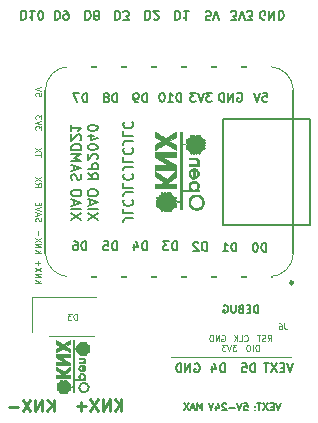
<source format=gbr>
%TF.GenerationSoftware,KiCad,Pcbnew,(7.0.0-0)*%
%TF.CreationDate,2023-02-23T11:22:35+01:00*%
%TF.ProjectId,KNeoPiX_v1.3,4b4e656f-5069-4585-9f76-312e332e6b69,rev?*%
%TF.SameCoordinates,Original*%
%TF.FileFunction,Legend,Bot*%
%TF.FilePolarity,Positive*%
%FSLAX46Y46*%
G04 Gerber Fmt 4.6, Leading zero omitted, Abs format (unit mm)*
G04 Created by KiCad (PCBNEW (7.0.0-0)) date 2023-02-23 11:22:35*
%MOMM*%
%LPD*%
G01*
G04 APERTURE LIST*
%ADD10C,0.125000*%
%ADD11C,0.150000*%
%ADD12C,0.187500*%
%ADD13C,0.250000*%
%ADD14C,0.162500*%
%ADD15C,0.127000*%
%ADD16C,0.120000*%
%ADD17C,0.254000*%
%ADD18C,0.025400*%
%ADD19C,0.010000*%
%ADD20C,1.875000*%
%ADD21R,0.850000X0.850000*%
%ADD22O,0.850000X0.850000*%
%ADD23R,2.200000X2.200000*%
%ADD24C,2.200000*%
%ADD25O,1.700000X1.700000*%
%ADD26R,1.700000X1.700000*%
%ADD27C,2.500000*%
%ADD28O,2.000000X3.000000*%
%ADD29R,3.500000X8.500000*%
%ADD30R,2.500000X1.800000*%
G04 APERTURE END LIST*
D10*
X125730000Y-124968000D02*
X135890000Y-124968000D01*
D11*
X122527725Y-113226189D02*
X121920582Y-113226189D01*
X121920582Y-113226189D02*
X121799153Y-113266666D01*
X121799153Y-113266666D02*
X121718201Y-113347618D01*
X121718201Y-113347618D02*
X121677725Y-113469047D01*
X121677725Y-113469047D02*
X121677725Y-113549999D01*
X121677725Y-112416666D02*
X121677725Y-112821428D01*
X121677725Y-112821428D02*
X122527725Y-112821428D01*
X121758677Y-111647618D02*
X121718201Y-111688094D01*
X121718201Y-111688094D02*
X121677725Y-111809523D01*
X121677725Y-111809523D02*
X121677725Y-111890475D01*
X121677725Y-111890475D02*
X121718201Y-112011904D01*
X121718201Y-112011904D02*
X121799153Y-112092856D01*
X121799153Y-112092856D02*
X121880106Y-112133333D01*
X121880106Y-112133333D02*
X122042010Y-112173809D01*
X122042010Y-112173809D02*
X122163439Y-112173809D01*
X122163439Y-112173809D02*
X122325344Y-112133333D01*
X122325344Y-112133333D02*
X122406296Y-112092856D01*
X122406296Y-112092856D02*
X122487249Y-112011904D01*
X122487249Y-112011904D02*
X122527725Y-111890475D01*
X122527725Y-111890475D02*
X122527725Y-111809523D01*
X122527725Y-111809523D02*
X122487249Y-111688094D01*
X122487249Y-111688094D02*
X122446772Y-111647618D01*
X122527725Y-111040475D02*
X121920582Y-111040475D01*
X121920582Y-111040475D02*
X121799153Y-111080952D01*
X121799153Y-111080952D02*
X121718201Y-111161904D01*
X121718201Y-111161904D02*
X121677725Y-111283333D01*
X121677725Y-111283333D02*
X121677725Y-111364285D01*
X121677725Y-110230952D02*
X121677725Y-110635714D01*
X121677725Y-110635714D02*
X122527725Y-110635714D01*
X121758677Y-109461904D02*
X121718201Y-109502380D01*
X121718201Y-109502380D02*
X121677725Y-109623809D01*
X121677725Y-109623809D02*
X121677725Y-109704761D01*
X121677725Y-109704761D02*
X121718201Y-109826190D01*
X121718201Y-109826190D02*
X121799153Y-109907142D01*
X121799153Y-109907142D02*
X121880106Y-109947619D01*
X121880106Y-109947619D02*
X122042010Y-109988095D01*
X122042010Y-109988095D02*
X122163439Y-109988095D01*
X122163439Y-109988095D02*
X122325344Y-109947619D01*
X122325344Y-109947619D02*
X122406296Y-109907142D01*
X122406296Y-109907142D02*
X122487249Y-109826190D01*
X122487249Y-109826190D02*
X122527725Y-109704761D01*
X122527725Y-109704761D02*
X122527725Y-109623809D01*
X122527725Y-109623809D02*
X122487249Y-109502380D01*
X122487249Y-109502380D02*
X122446772Y-109461904D01*
X122527725Y-108854761D02*
X121920582Y-108854761D01*
X121920582Y-108854761D02*
X121799153Y-108895238D01*
X121799153Y-108895238D02*
X121718201Y-108976190D01*
X121718201Y-108976190D02*
X121677725Y-109097619D01*
X121677725Y-109097619D02*
X121677725Y-109178571D01*
X121677725Y-108045238D02*
X121677725Y-108450000D01*
X121677725Y-108450000D02*
X122527725Y-108450000D01*
X121758677Y-107276190D02*
X121718201Y-107316666D01*
X121718201Y-107316666D02*
X121677725Y-107438095D01*
X121677725Y-107438095D02*
X121677725Y-107519047D01*
X121677725Y-107519047D02*
X121718201Y-107640476D01*
X121718201Y-107640476D02*
X121799153Y-107721428D01*
X121799153Y-107721428D02*
X121880106Y-107761905D01*
X121880106Y-107761905D02*
X122042010Y-107802381D01*
X122042010Y-107802381D02*
X122163439Y-107802381D01*
X122163439Y-107802381D02*
X122325344Y-107761905D01*
X122325344Y-107761905D02*
X122406296Y-107721428D01*
X122406296Y-107721428D02*
X122487249Y-107640476D01*
X122487249Y-107640476D02*
X122527725Y-107519047D01*
X122527725Y-107519047D02*
X122527725Y-107438095D01*
X122527725Y-107438095D02*
X122487249Y-107316666D01*
X122487249Y-107316666D02*
X122446772Y-107276190D01*
X122527725Y-106669047D02*
X121920582Y-106669047D01*
X121920582Y-106669047D02*
X121799153Y-106709524D01*
X121799153Y-106709524D02*
X121718201Y-106790476D01*
X121718201Y-106790476D02*
X121677725Y-106911905D01*
X121677725Y-106911905D02*
X121677725Y-106992857D01*
X121677725Y-105859524D02*
X121677725Y-106264286D01*
X121677725Y-106264286D02*
X122527725Y-106264286D01*
X121758677Y-105090476D02*
X121718201Y-105130952D01*
X121718201Y-105130952D02*
X121677725Y-105252381D01*
X121677725Y-105252381D02*
X121677725Y-105333333D01*
X121677725Y-105333333D02*
X121718201Y-105454762D01*
X121718201Y-105454762D02*
X121799153Y-105535714D01*
X121799153Y-105535714D02*
X121880106Y-105576191D01*
X121880106Y-105576191D02*
X122042010Y-105616667D01*
X122042010Y-105616667D02*
X122163439Y-105616667D01*
X122163439Y-105616667D02*
X122325344Y-105576191D01*
X122325344Y-105576191D02*
X122406296Y-105535714D01*
X122406296Y-105535714D02*
X122487249Y-105454762D01*
X122487249Y-105454762D02*
X122527725Y-105333333D01*
X122527725Y-105333333D02*
X122527725Y-105252381D01*
X122527725Y-105252381D02*
X122487249Y-105130952D01*
X122487249Y-105130952D02*
X122446772Y-105090476D01*
D12*
X130288571Y-126275535D02*
X130288571Y-125525535D01*
X130288571Y-125525535D02*
X130110000Y-125525535D01*
X130110000Y-125525535D02*
X130002857Y-125561250D01*
X130002857Y-125561250D02*
X129931428Y-125632678D01*
X129931428Y-125632678D02*
X129895714Y-125704107D01*
X129895714Y-125704107D02*
X129860000Y-125846964D01*
X129860000Y-125846964D02*
X129860000Y-125954107D01*
X129860000Y-125954107D02*
X129895714Y-126096964D01*
X129895714Y-126096964D02*
X129931428Y-126168392D01*
X129931428Y-126168392D02*
X130002857Y-126239821D01*
X130002857Y-126239821D02*
X130110000Y-126275535D01*
X130110000Y-126275535D02*
X130288571Y-126275535D01*
X129217143Y-125775535D02*
X129217143Y-126275535D01*
X129395714Y-125489821D02*
X129574285Y-126025535D01*
X129574285Y-126025535D02*
X129110000Y-126025535D01*
D13*
X121540951Y-129547380D02*
X121540951Y-128547380D01*
X120969523Y-129547380D02*
X121398094Y-128975952D01*
X120969523Y-128547380D02*
X121540951Y-129118809D01*
X120540951Y-129547380D02*
X120540951Y-128547380D01*
X120540951Y-128547380D02*
X119969523Y-129547380D01*
X119969523Y-129547380D02*
X119969523Y-128547380D01*
X119588570Y-128547380D02*
X118921904Y-129547380D01*
X118921904Y-128547380D02*
X119588570Y-129547380D01*
X118540951Y-129166428D02*
X117779047Y-129166428D01*
X118159999Y-129547380D02*
X118159999Y-128785476D01*
D12*
X132853571Y-126275535D02*
X132853571Y-125525535D01*
X132853571Y-125525535D02*
X132675000Y-125525535D01*
X132675000Y-125525535D02*
X132567857Y-125561250D01*
X132567857Y-125561250D02*
X132496428Y-125632678D01*
X132496428Y-125632678D02*
X132460714Y-125704107D01*
X132460714Y-125704107D02*
X132425000Y-125846964D01*
X132425000Y-125846964D02*
X132425000Y-125954107D01*
X132425000Y-125954107D02*
X132460714Y-126096964D01*
X132460714Y-126096964D02*
X132496428Y-126168392D01*
X132496428Y-126168392D02*
X132567857Y-126239821D01*
X132567857Y-126239821D02*
X132675000Y-126275535D01*
X132675000Y-126275535D02*
X132853571Y-126275535D01*
X131746428Y-125525535D02*
X132103571Y-125525535D01*
X132103571Y-125525535D02*
X132139285Y-125882678D01*
X132139285Y-125882678D02*
X132103571Y-125846964D01*
X132103571Y-125846964D02*
X132032143Y-125811250D01*
X132032143Y-125811250D02*
X131853571Y-125811250D01*
X131853571Y-125811250D02*
X131782143Y-125846964D01*
X131782143Y-125846964D02*
X131746428Y-125882678D01*
X131746428Y-125882678D02*
X131710714Y-125954107D01*
X131710714Y-125954107D02*
X131710714Y-126132678D01*
X131710714Y-126132678D02*
X131746428Y-126204107D01*
X131746428Y-126204107D02*
X131782143Y-126239821D01*
X131782143Y-126239821D02*
X131853571Y-126275535D01*
X131853571Y-126275535D02*
X132032143Y-126275535D01*
X132032143Y-126275535D02*
X132103571Y-126239821D01*
X132103571Y-126239821D02*
X132139285Y-126204107D01*
X136057142Y-125525535D02*
X135807142Y-126275535D01*
X135807142Y-126275535D02*
X135557142Y-125525535D01*
X135307142Y-125882678D02*
X135057142Y-125882678D01*
X134949999Y-126275535D02*
X135307142Y-126275535D01*
X135307142Y-126275535D02*
X135307142Y-125525535D01*
X135307142Y-125525535D02*
X134949999Y-125525535D01*
X134700000Y-125525535D02*
X134200000Y-126275535D01*
X134200000Y-125525535D02*
X134700000Y-126275535D01*
X134021428Y-125525535D02*
X133592857Y-125525535D01*
X133807142Y-126275535D02*
X133807142Y-125525535D01*
D13*
X115790951Y-129587380D02*
X115790951Y-128587380D01*
X115219523Y-129587380D02*
X115648094Y-129015952D01*
X115219523Y-128587380D02*
X115790951Y-129158809D01*
X114790951Y-129587380D02*
X114790951Y-128587380D01*
X114790951Y-128587380D02*
X114219523Y-129587380D01*
X114219523Y-129587380D02*
X114219523Y-128587380D01*
X113838570Y-128587380D02*
X113171904Y-129587380D01*
X113171904Y-128587380D02*
X113838570Y-129587380D01*
X112790951Y-129206428D02*
X112029047Y-129206428D01*
D11*
X119526225Y-113339285D02*
X118676225Y-112772618D01*
X119526225Y-112772618D02*
X118676225Y-113339285D01*
X118676225Y-112448809D02*
X119526225Y-112448809D01*
X118919082Y-112084523D02*
X118919082Y-111679761D01*
X118676225Y-112165475D02*
X119526225Y-111882142D01*
X119526225Y-111882142D02*
X118676225Y-111598808D01*
X119526225Y-111153571D02*
X119526225Y-110991666D01*
X119526225Y-110991666D02*
X119485749Y-110910714D01*
X119485749Y-110910714D02*
X119404796Y-110829761D01*
X119404796Y-110829761D02*
X119242891Y-110789285D01*
X119242891Y-110789285D02*
X118959558Y-110789285D01*
X118959558Y-110789285D02*
X118797653Y-110829761D01*
X118797653Y-110829761D02*
X118716701Y-110910714D01*
X118716701Y-110910714D02*
X118676225Y-110991666D01*
X118676225Y-110991666D02*
X118676225Y-111153571D01*
X118676225Y-111153571D02*
X118716701Y-111234523D01*
X118716701Y-111234523D02*
X118797653Y-111315476D01*
X118797653Y-111315476D02*
X118959558Y-111355952D01*
X118959558Y-111355952D02*
X119242891Y-111355952D01*
X119242891Y-111355952D02*
X119404796Y-111315476D01*
X119404796Y-111315476D02*
X119485749Y-111234523D01*
X119485749Y-111234523D02*
X119526225Y-111153571D01*
X118676225Y-109429285D02*
X119080987Y-109712619D01*
X118676225Y-109915000D02*
X119526225Y-109915000D01*
X119526225Y-109915000D02*
X119526225Y-109591190D01*
X119526225Y-109591190D02*
X119485749Y-109510238D01*
X119485749Y-109510238D02*
X119445272Y-109469761D01*
X119445272Y-109469761D02*
X119364320Y-109429285D01*
X119364320Y-109429285D02*
X119242891Y-109429285D01*
X119242891Y-109429285D02*
X119161939Y-109469761D01*
X119161939Y-109469761D02*
X119121463Y-109510238D01*
X119121463Y-109510238D02*
X119080987Y-109591190D01*
X119080987Y-109591190D02*
X119080987Y-109915000D01*
X118676225Y-109065000D02*
X119526225Y-109065000D01*
X119526225Y-109065000D02*
X119526225Y-108741190D01*
X119526225Y-108741190D02*
X119485749Y-108660238D01*
X119485749Y-108660238D02*
X119445272Y-108619761D01*
X119445272Y-108619761D02*
X119364320Y-108579285D01*
X119364320Y-108579285D02*
X119242891Y-108579285D01*
X119242891Y-108579285D02*
X119161939Y-108619761D01*
X119161939Y-108619761D02*
X119121463Y-108660238D01*
X119121463Y-108660238D02*
X119080987Y-108741190D01*
X119080987Y-108741190D02*
X119080987Y-109065000D01*
X119445272Y-108255476D02*
X119485749Y-108215000D01*
X119485749Y-108215000D02*
X119526225Y-108134047D01*
X119526225Y-108134047D02*
X119526225Y-107931666D01*
X119526225Y-107931666D02*
X119485749Y-107850714D01*
X119485749Y-107850714D02*
X119445272Y-107810238D01*
X119445272Y-107810238D02*
X119364320Y-107769761D01*
X119364320Y-107769761D02*
X119283368Y-107769761D01*
X119283368Y-107769761D02*
X119161939Y-107810238D01*
X119161939Y-107810238D02*
X118676225Y-108295952D01*
X118676225Y-108295952D02*
X118676225Y-107769761D01*
X119526225Y-107243571D02*
X119526225Y-107162618D01*
X119526225Y-107162618D02*
X119485749Y-107081666D01*
X119485749Y-107081666D02*
X119445272Y-107041190D01*
X119445272Y-107041190D02*
X119364320Y-107000714D01*
X119364320Y-107000714D02*
X119202415Y-106960237D01*
X119202415Y-106960237D02*
X119000034Y-106960237D01*
X119000034Y-106960237D02*
X118838129Y-107000714D01*
X118838129Y-107000714D02*
X118757177Y-107041190D01*
X118757177Y-107041190D02*
X118716701Y-107081666D01*
X118716701Y-107081666D02*
X118676225Y-107162618D01*
X118676225Y-107162618D02*
X118676225Y-107243571D01*
X118676225Y-107243571D02*
X118716701Y-107324523D01*
X118716701Y-107324523D02*
X118757177Y-107364999D01*
X118757177Y-107364999D02*
X118838129Y-107405476D01*
X118838129Y-107405476D02*
X119000034Y-107445952D01*
X119000034Y-107445952D02*
X119202415Y-107445952D01*
X119202415Y-107445952D02*
X119364320Y-107405476D01*
X119364320Y-107405476D02*
X119445272Y-107364999D01*
X119445272Y-107364999D02*
X119485749Y-107324523D01*
X119485749Y-107324523D02*
X119526225Y-107243571D01*
X119242891Y-106231666D02*
X118676225Y-106231666D01*
X119566701Y-106434047D02*
X118959558Y-106636428D01*
X118959558Y-106636428D02*
X118959558Y-106110237D01*
X119526225Y-105624523D02*
X119526225Y-105543570D01*
X119526225Y-105543570D02*
X119485749Y-105462618D01*
X119485749Y-105462618D02*
X119445272Y-105422142D01*
X119445272Y-105422142D02*
X119364320Y-105381666D01*
X119364320Y-105381666D02*
X119202415Y-105341189D01*
X119202415Y-105341189D02*
X119000034Y-105341189D01*
X119000034Y-105341189D02*
X118838129Y-105381666D01*
X118838129Y-105381666D02*
X118757177Y-105422142D01*
X118757177Y-105422142D02*
X118716701Y-105462618D01*
X118716701Y-105462618D02*
X118676225Y-105543570D01*
X118676225Y-105543570D02*
X118676225Y-105624523D01*
X118676225Y-105624523D02*
X118716701Y-105705475D01*
X118716701Y-105705475D02*
X118757177Y-105745951D01*
X118757177Y-105745951D02*
X118838129Y-105786428D01*
X118838129Y-105786428D02*
X119000034Y-105826904D01*
X119000034Y-105826904D02*
X119202415Y-105826904D01*
X119202415Y-105826904D02*
X119364320Y-105786428D01*
X119364320Y-105786428D02*
X119445272Y-105745951D01*
X119445272Y-105745951D02*
X119485749Y-105705475D01*
X119485749Y-105705475D02*
X119526225Y-105624523D01*
X118149225Y-113359523D02*
X117299225Y-112792856D01*
X118149225Y-112792856D02*
X117299225Y-113359523D01*
X117299225Y-112469047D02*
X118149225Y-112469047D01*
X117542082Y-112104761D02*
X117542082Y-111699999D01*
X117299225Y-112185713D02*
X118149225Y-111902380D01*
X118149225Y-111902380D02*
X117299225Y-111619046D01*
X118149225Y-111173809D02*
X118149225Y-111011904D01*
X118149225Y-111011904D02*
X118108749Y-110930952D01*
X118108749Y-110930952D02*
X118027796Y-110849999D01*
X118027796Y-110849999D02*
X117865891Y-110809523D01*
X117865891Y-110809523D02*
X117582558Y-110809523D01*
X117582558Y-110809523D02*
X117420653Y-110849999D01*
X117420653Y-110849999D02*
X117339701Y-110930952D01*
X117339701Y-110930952D02*
X117299225Y-111011904D01*
X117299225Y-111011904D02*
X117299225Y-111173809D01*
X117299225Y-111173809D02*
X117339701Y-111254761D01*
X117339701Y-111254761D02*
X117420653Y-111335714D01*
X117420653Y-111335714D02*
X117582558Y-111376190D01*
X117582558Y-111376190D02*
X117865891Y-111376190D01*
X117865891Y-111376190D02*
X118027796Y-111335714D01*
X118027796Y-111335714D02*
X118108749Y-111254761D01*
X118108749Y-111254761D02*
X118149225Y-111173809D01*
X117339701Y-109975714D02*
X117299225Y-109854285D01*
X117299225Y-109854285D02*
X117299225Y-109651904D01*
X117299225Y-109651904D02*
X117339701Y-109570952D01*
X117339701Y-109570952D02*
X117380177Y-109530476D01*
X117380177Y-109530476D02*
X117461129Y-109489999D01*
X117461129Y-109489999D02*
X117542082Y-109489999D01*
X117542082Y-109489999D02*
X117623034Y-109530476D01*
X117623034Y-109530476D02*
X117663510Y-109570952D01*
X117663510Y-109570952D02*
X117703987Y-109651904D01*
X117703987Y-109651904D02*
X117744463Y-109813809D01*
X117744463Y-109813809D02*
X117784939Y-109894761D01*
X117784939Y-109894761D02*
X117825415Y-109935238D01*
X117825415Y-109935238D02*
X117906368Y-109975714D01*
X117906368Y-109975714D02*
X117987320Y-109975714D01*
X117987320Y-109975714D02*
X118068272Y-109935238D01*
X118068272Y-109935238D02*
X118108749Y-109894761D01*
X118108749Y-109894761D02*
X118149225Y-109813809D01*
X118149225Y-109813809D02*
X118149225Y-109611428D01*
X118149225Y-109611428D02*
X118108749Y-109489999D01*
X117542082Y-109166190D02*
X117542082Y-108761428D01*
X117299225Y-109247142D02*
X118149225Y-108963809D01*
X118149225Y-108963809D02*
X117299225Y-108680475D01*
X117299225Y-108397143D02*
X118149225Y-108397143D01*
X118149225Y-108397143D02*
X117542082Y-108113809D01*
X117542082Y-108113809D02*
X118149225Y-107830476D01*
X118149225Y-107830476D02*
X117299225Y-107830476D01*
X117299225Y-107425714D02*
X118149225Y-107425714D01*
X118149225Y-107425714D02*
X118149225Y-107223333D01*
X118149225Y-107223333D02*
X118108749Y-107101904D01*
X118108749Y-107101904D02*
X118027796Y-107020952D01*
X118027796Y-107020952D02*
X117946844Y-106980475D01*
X117946844Y-106980475D02*
X117784939Y-106939999D01*
X117784939Y-106939999D02*
X117663510Y-106939999D01*
X117663510Y-106939999D02*
X117501606Y-106980475D01*
X117501606Y-106980475D02*
X117420653Y-107020952D01*
X117420653Y-107020952D02*
X117339701Y-107101904D01*
X117339701Y-107101904D02*
X117299225Y-107223333D01*
X117299225Y-107223333D02*
X117299225Y-107425714D01*
X118068272Y-106616190D02*
X118108749Y-106575714D01*
X118108749Y-106575714D02*
X118149225Y-106494761D01*
X118149225Y-106494761D02*
X118149225Y-106292380D01*
X118149225Y-106292380D02*
X118108749Y-106211428D01*
X118108749Y-106211428D02*
X118068272Y-106170952D01*
X118068272Y-106170952D02*
X117987320Y-106130475D01*
X117987320Y-106130475D02*
X117906368Y-106130475D01*
X117906368Y-106130475D02*
X117784939Y-106170952D01*
X117784939Y-106170952D02*
X117299225Y-106656666D01*
X117299225Y-106656666D02*
X117299225Y-106130475D01*
X117299225Y-105320951D02*
X117299225Y-105806666D01*
X117299225Y-105563809D02*
X118149225Y-105563809D01*
X118149225Y-105563809D02*
X118027796Y-105644761D01*
X118027796Y-105644761D02*
X117946844Y-105725713D01*
X117946844Y-105725713D02*
X117906368Y-105806666D01*
D12*
X127746428Y-125561250D02*
X127817857Y-125525535D01*
X127817857Y-125525535D02*
X127924999Y-125525535D01*
X127924999Y-125525535D02*
X128032142Y-125561250D01*
X128032142Y-125561250D02*
X128103571Y-125632678D01*
X128103571Y-125632678D02*
X128139285Y-125704107D01*
X128139285Y-125704107D02*
X128174999Y-125846964D01*
X128174999Y-125846964D02*
X128174999Y-125954107D01*
X128174999Y-125954107D02*
X128139285Y-126096964D01*
X128139285Y-126096964D02*
X128103571Y-126168392D01*
X128103571Y-126168392D02*
X128032142Y-126239821D01*
X128032142Y-126239821D02*
X127924999Y-126275535D01*
X127924999Y-126275535D02*
X127853571Y-126275535D01*
X127853571Y-126275535D02*
X127746428Y-126239821D01*
X127746428Y-126239821D02*
X127710714Y-126204107D01*
X127710714Y-126204107D02*
X127710714Y-125954107D01*
X127710714Y-125954107D02*
X127853571Y-125954107D01*
X127389285Y-126275535D02*
X127389285Y-125525535D01*
X127389285Y-125525535D02*
X126960714Y-126275535D01*
X126960714Y-126275535D02*
X126960714Y-125525535D01*
X126603571Y-126275535D02*
X126603571Y-125525535D01*
X126603571Y-125525535D02*
X126425000Y-125525535D01*
X126425000Y-125525535D02*
X126317857Y-125561250D01*
X126317857Y-125561250D02*
X126246428Y-125632678D01*
X126246428Y-125632678D02*
X126210714Y-125704107D01*
X126210714Y-125704107D02*
X126175000Y-125846964D01*
X126175000Y-125846964D02*
X126175000Y-125954107D01*
X126175000Y-125954107D02*
X126210714Y-126096964D01*
X126210714Y-126096964D02*
X126246428Y-126168392D01*
X126246428Y-126168392D02*
X126317857Y-126239821D01*
X126317857Y-126239821D02*
X126425000Y-126275535D01*
X126425000Y-126275535D02*
X126603571Y-126275535D01*
D10*
%TO.C,J6*%
X135341666Y-122133690D02*
X135341666Y-122490833D01*
X135341666Y-122490833D02*
X135365475Y-122562261D01*
X135365475Y-122562261D02*
X135413094Y-122609880D01*
X135413094Y-122609880D02*
X135484523Y-122633690D01*
X135484523Y-122633690D02*
X135532142Y-122633690D01*
X134889285Y-122133690D02*
X134984523Y-122133690D01*
X134984523Y-122133690D02*
X135032142Y-122157500D01*
X135032142Y-122157500D02*
X135055952Y-122181309D01*
X135055952Y-122181309D02*
X135103571Y-122252738D01*
X135103571Y-122252738D02*
X135127380Y-122347976D01*
X135127380Y-122347976D02*
X135127380Y-122538452D01*
X135127380Y-122538452D02*
X135103571Y-122586071D01*
X135103571Y-122586071D02*
X135079761Y-122609880D01*
X135079761Y-122609880D02*
X135032142Y-122633690D01*
X135032142Y-122633690D02*
X134936904Y-122633690D01*
X134936904Y-122633690D02*
X134889285Y-122609880D01*
X134889285Y-122609880D02*
X134865476Y-122586071D01*
X134865476Y-122586071D02*
X134841666Y-122538452D01*
X134841666Y-122538452D02*
X134841666Y-122419404D01*
X134841666Y-122419404D02*
X134865476Y-122371785D01*
X134865476Y-122371785D02*
X134889285Y-122347976D01*
X134889285Y-122347976D02*
X134936904Y-122324166D01*
X134936904Y-122324166D02*
X135032142Y-122324166D01*
X135032142Y-122324166D02*
X135079761Y-122347976D01*
X135079761Y-122347976D02*
X135103571Y-122371785D01*
X135103571Y-122371785D02*
X135127380Y-122419404D01*
X133923809Y-123633690D02*
X134090475Y-123395595D01*
X134209523Y-123633690D02*
X134209523Y-123133690D01*
X134209523Y-123133690D02*
X134019047Y-123133690D01*
X134019047Y-123133690D02*
X133971428Y-123157500D01*
X133971428Y-123157500D02*
X133947618Y-123181309D01*
X133947618Y-123181309D02*
X133923809Y-123228928D01*
X133923809Y-123228928D02*
X133923809Y-123300357D01*
X133923809Y-123300357D02*
X133947618Y-123347976D01*
X133947618Y-123347976D02*
X133971428Y-123371785D01*
X133971428Y-123371785D02*
X134019047Y-123395595D01*
X134019047Y-123395595D02*
X134209523Y-123395595D01*
X133733332Y-123609880D02*
X133661904Y-123633690D01*
X133661904Y-123633690D02*
X133542856Y-123633690D01*
X133542856Y-123633690D02*
X133495237Y-123609880D01*
X133495237Y-123609880D02*
X133471428Y-123586071D01*
X133471428Y-123586071D02*
X133447618Y-123538452D01*
X133447618Y-123538452D02*
X133447618Y-123490833D01*
X133447618Y-123490833D02*
X133471428Y-123443214D01*
X133471428Y-123443214D02*
X133495237Y-123419404D01*
X133495237Y-123419404D02*
X133542856Y-123395595D01*
X133542856Y-123395595D02*
X133638094Y-123371785D01*
X133638094Y-123371785D02*
X133685713Y-123347976D01*
X133685713Y-123347976D02*
X133709523Y-123324166D01*
X133709523Y-123324166D02*
X133733332Y-123276547D01*
X133733332Y-123276547D02*
X133733332Y-123228928D01*
X133733332Y-123228928D02*
X133709523Y-123181309D01*
X133709523Y-123181309D02*
X133685713Y-123157500D01*
X133685713Y-123157500D02*
X133638094Y-123133690D01*
X133638094Y-123133690D02*
X133519047Y-123133690D01*
X133519047Y-123133690D02*
X133447618Y-123157500D01*
X133304761Y-123133690D02*
X133019047Y-123133690D01*
X133161904Y-123633690D02*
X133161904Y-123133690D01*
X133161904Y-124458690D02*
X133161904Y-123958690D01*
X133161904Y-123958690D02*
X133042856Y-123958690D01*
X133042856Y-123958690D02*
X132971428Y-123982500D01*
X132971428Y-123982500D02*
X132923809Y-124030119D01*
X132923809Y-124030119D02*
X132899999Y-124077738D01*
X132899999Y-124077738D02*
X132876190Y-124172976D01*
X132876190Y-124172976D02*
X132876190Y-124244404D01*
X132876190Y-124244404D02*
X132899999Y-124339642D01*
X132899999Y-124339642D02*
X132923809Y-124387261D01*
X132923809Y-124387261D02*
X132971428Y-124434880D01*
X132971428Y-124434880D02*
X133042856Y-124458690D01*
X133042856Y-124458690D02*
X133161904Y-124458690D01*
X132661904Y-124458690D02*
X132661904Y-123958690D01*
X132328571Y-123958690D02*
X132233333Y-123958690D01*
X132233333Y-123958690D02*
X132185714Y-123982500D01*
X132185714Y-123982500D02*
X132138095Y-124030119D01*
X132138095Y-124030119D02*
X132114285Y-124125357D01*
X132114285Y-124125357D02*
X132114285Y-124292023D01*
X132114285Y-124292023D02*
X132138095Y-124387261D01*
X132138095Y-124387261D02*
X132185714Y-124434880D01*
X132185714Y-124434880D02*
X132233333Y-124458690D01*
X132233333Y-124458690D02*
X132328571Y-124458690D01*
X132328571Y-124458690D02*
X132376190Y-124434880D01*
X132376190Y-124434880D02*
X132423809Y-124387261D01*
X132423809Y-124387261D02*
X132447618Y-124292023D01*
X132447618Y-124292023D02*
X132447618Y-124125357D01*
X132447618Y-124125357D02*
X132423809Y-124030119D01*
X132423809Y-124030119D02*
X132376190Y-123982500D01*
X132376190Y-123982500D02*
X132328571Y-123958690D01*
X130030952Y-123157500D02*
X130078571Y-123133690D01*
X130078571Y-123133690D02*
X130150000Y-123133690D01*
X130150000Y-123133690D02*
X130221428Y-123157500D01*
X130221428Y-123157500D02*
X130269047Y-123205119D01*
X130269047Y-123205119D02*
X130292857Y-123252738D01*
X130292857Y-123252738D02*
X130316666Y-123347976D01*
X130316666Y-123347976D02*
X130316666Y-123419404D01*
X130316666Y-123419404D02*
X130292857Y-123514642D01*
X130292857Y-123514642D02*
X130269047Y-123562261D01*
X130269047Y-123562261D02*
X130221428Y-123609880D01*
X130221428Y-123609880D02*
X130150000Y-123633690D01*
X130150000Y-123633690D02*
X130102381Y-123633690D01*
X130102381Y-123633690D02*
X130030952Y-123609880D01*
X130030952Y-123609880D02*
X130007143Y-123586071D01*
X130007143Y-123586071D02*
X130007143Y-123419404D01*
X130007143Y-123419404D02*
X130102381Y-123419404D01*
X129792857Y-123633690D02*
X129792857Y-123133690D01*
X129792857Y-123133690D02*
X129507143Y-123633690D01*
X129507143Y-123633690D02*
X129507143Y-123133690D01*
X129269047Y-123633690D02*
X129269047Y-123133690D01*
X129269047Y-123133690D02*
X129149999Y-123133690D01*
X129149999Y-123133690D02*
X129078571Y-123157500D01*
X129078571Y-123157500D02*
X129030952Y-123205119D01*
X129030952Y-123205119D02*
X129007142Y-123252738D01*
X129007142Y-123252738D02*
X128983333Y-123347976D01*
X128983333Y-123347976D02*
X128983333Y-123419404D01*
X128983333Y-123419404D02*
X129007142Y-123514642D01*
X129007142Y-123514642D02*
X129030952Y-123562261D01*
X129030952Y-123562261D02*
X129078571Y-123609880D01*
X129078571Y-123609880D02*
X129149999Y-123633690D01*
X129149999Y-123633690D02*
X129269047Y-123633690D01*
D14*
X133104761Y-121238797D02*
X133104761Y-120588797D01*
X133104761Y-120588797D02*
X132949999Y-120588797D01*
X132949999Y-120588797D02*
X132857142Y-120619750D01*
X132857142Y-120619750D02*
X132795237Y-120681654D01*
X132795237Y-120681654D02*
X132764284Y-120743559D01*
X132764284Y-120743559D02*
X132733332Y-120867369D01*
X132733332Y-120867369D02*
X132733332Y-120960226D01*
X132733332Y-120960226D02*
X132764284Y-121084035D01*
X132764284Y-121084035D02*
X132795237Y-121145940D01*
X132795237Y-121145940D02*
X132857142Y-121207845D01*
X132857142Y-121207845D02*
X132949999Y-121238797D01*
X132949999Y-121238797D02*
X133104761Y-121238797D01*
X132454761Y-120898321D02*
X132238094Y-120898321D01*
X132145237Y-121238797D02*
X132454761Y-121238797D01*
X132454761Y-121238797D02*
X132454761Y-120588797D01*
X132454761Y-120588797D02*
X132145237Y-120588797D01*
X131649999Y-120898321D02*
X131557142Y-120929273D01*
X131557142Y-120929273D02*
X131526189Y-120960226D01*
X131526189Y-120960226D02*
X131495237Y-121022130D01*
X131495237Y-121022130D02*
X131495237Y-121114988D01*
X131495237Y-121114988D02*
X131526189Y-121176892D01*
X131526189Y-121176892D02*
X131557142Y-121207845D01*
X131557142Y-121207845D02*
X131619047Y-121238797D01*
X131619047Y-121238797D02*
X131866666Y-121238797D01*
X131866666Y-121238797D02*
X131866666Y-120588797D01*
X131866666Y-120588797D02*
X131649999Y-120588797D01*
X131649999Y-120588797D02*
X131588094Y-120619750D01*
X131588094Y-120619750D02*
X131557142Y-120650702D01*
X131557142Y-120650702D02*
X131526189Y-120712607D01*
X131526189Y-120712607D02*
X131526189Y-120774511D01*
X131526189Y-120774511D02*
X131557142Y-120836416D01*
X131557142Y-120836416D02*
X131588094Y-120867369D01*
X131588094Y-120867369D02*
X131649999Y-120898321D01*
X131649999Y-120898321D02*
X131866666Y-120898321D01*
X131216666Y-120588797D02*
X131216666Y-121114988D01*
X131216666Y-121114988D02*
X131185713Y-121176892D01*
X131185713Y-121176892D02*
X131154761Y-121207845D01*
X131154761Y-121207845D02*
X131092856Y-121238797D01*
X131092856Y-121238797D02*
X130969047Y-121238797D01*
X130969047Y-121238797D02*
X130907142Y-121207845D01*
X130907142Y-121207845D02*
X130876189Y-121176892D01*
X130876189Y-121176892D02*
X130845237Y-121114988D01*
X130845237Y-121114988D02*
X130845237Y-120588797D01*
X130195237Y-120619750D02*
X130257142Y-120588797D01*
X130257142Y-120588797D02*
X130349999Y-120588797D01*
X130349999Y-120588797D02*
X130442856Y-120619750D01*
X130442856Y-120619750D02*
X130504761Y-120681654D01*
X130504761Y-120681654D02*
X130535714Y-120743559D01*
X130535714Y-120743559D02*
X130566666Y-120867369D01*
X130566666Y-120867369D02*
X130566666Y-120960226D01*
X130566666Y-120960226D02*
X130535714Y-121084035D01*
X130535714Y-121084035D02*
X130504761Y-121145940D01*
X130504761Y-121145940D02*
X130442856Y-121207845D01*
X130442856Y-121207845D02*
X130349999Y-121238797D01*
X130349999Y-121238797D02*
X130288095Y-121238797D01*
X130288095Y-121238797D02*
X130195237Y-121207845D01*
X130195237Y-121207845D02*
X130164285Y-121176892D01*
X130164285Y-121176892D02*
X130164285Y-120960226D01*
X130164285Y-120960226D02*
X130288095Y-120960226D01*
D10*
X131947619Y-123586071D02*
X131971428Y-123609880D01*
X131971428Y-123609880D02*
X132042857Y-123633690D01*
X132042857Y-123633690D02*
X132090476Y-123633690D01*
X132090476Y-123633690D02*
X132161904Y-123609880D01*
X132161904Y-123609880D02*
X132209523Y-123562261D01*
X132209523Y-123562261D02*
X132233333Y-123514642D01*
X132233333Y-123514642D02*
X132257142Y-123419404D01*
X132257142Y-123419404D02*
X132257142Y-123347976D01*
X132257142Y-123347976D02*
X132233333Y-123252738D01*
X132233333Y-123252738D02*
X132209523Y-123205119D01*
X132209523Y-123205119D02*
X132161904Y-123157500D01*
X132161904Y-123157500D02*
X132090476Y-123133690D01*
X132090476Y-123133690D02*
X132042857Y-123133690D01*
X132042857Y-123133690D02*
X131971428Y-123157500D01*
X131971428Y-123157500D02*
X131947619Y-123181309D01*
X131495238Y-123633690D02*
X131733333Y-123633690D01*
X131733333Y-123633690D02*
X131733333Y-123133690D01*
X131328571Y-123633690D02*
X131328571Y-123133690D01*
X131042857Y-123633690D02*
X131257142Y-123347976D01*
X131042857Y-123133690D02*
X131328571Y-123419404D01*
X131269046Y-123958690D02*
X130959522Y-123958690D01*
X130959522Y-123958690D02*
X131126189Y-124149166D01*
X131126189Y-124149166D02*
X131054760Y-124149166D01*
X131054760Y-124149166D02*
X131007141Y-124172976D01*
X131007141Y-124172976D02*
X130983332Y-124196785D01*
X130983332Y-124196785D02*
X130959522Y-124244404D01*
X130959522Y-124244404D02*
X130959522Y-124363452D01*
X130959522Y-124363452D02*
X130983332Y-124411071D01*
X130983332Y-124411071D02*
X131007141Y-124434880D01*
X131007141Y-124434880D02*
X131054760Y-124458690D01*
X131054760Y-124458690D02*
X131197617Y-124458690D01*
X131197617Y-124458690D02*
X131245236Y-124434880D01*
X131245236Y-124434880D02*
X131269046Y-124411071D01*
X130816665Y-123958690D02*
X130649999Y-124458690D01*
X130649999Y-124458690D02*
X130483332Y-123958690D01*
X130364285Y-123958690D02*
X130054761Y-123958690D01*
X130054761Y-123958690D02*
X130221428Y-124149166D01*
X130221428Y-124149166D02*
X130149999Y-124149166D01*
X130149999Y-124149166D02*
X130102380Y-124172976D01*
X130102380Y-124172976D02*
X130078571Y-124196785D01*
X130078571Y-124196785D02*
X130054761Y-124244404D01*
X130054761Y-124244404D02*
X130054761Y-124363452D01*
X130054761Y-124363452D02*
X130078571Y-124411071D01*
X130078571Y-124411071D02*
X130102380Y-124434880D01*
X130102380Y-124434880D02*
X130149999Y-124458690D01*
X130149999Y-124458690D02*
X130292856Y-124458690D01*
X130292856Y-124458690D02*
X130340475Y-124434880D01*
X130340475Y-124434880D02*
X130364285Y-124411071D01*
D11*
%TO.C,J4*%
X135027144Y-128906428D02*
X134827144Y-129506428D01*
X134827144Y-129506428D02*
X134627144Y-128906428D01*
X134427143Y-129192142D02*
X134227143Y-129192142D01*
X134141429Y-129506428D02*
X134427143Y-129506428D01*
X134427143Y-129506428D02*
X134427143Y-128906428D01*
X134427143Y-128906428D02*
X134141429Y-128906428D01*
X133941429Y-128906428D02*
X133541429Y-129506428D01*
X133541429Y-128906428D02*
X133941429Y-129506428D01*
X133398572Y-128906428D02*
X133055715Y-128906428D01*
X133227143Y-129506428D02*
X133227143Y-128906428D01*
X132855714Y-129449285D02*
X132827143Y-129477857D01*
X132827143Y-129477857D02*
X132855714Y-129506428D01*
X132855714Y-129506428D02*
X132884286Y-129477857D01*
X132884286Y-129477857D02*
X132855714Y-129449285D01*
X132855714Y-129449285D02*
X132855714Y-129506428D01*
X132855714Y-129135000D02*
X132827143Y-129163571D01*
X132827143Y-129163571D02*
X132855714Y-129192142D01*
X132855714Y-129192142D02*
X132884286Y-129163571D01*
X132884286Y-129163571D02*
X132855714Y-129135000D01*
X132855714Y-129135000D02*
X132855714Y-129192142D01*
X131924286Y-128906428D02*
X132210000Y-128906428D01*
X132210000Y-128906428D02*
X132238572Y-129192142D01*
X132238572Y-129192142D02*
X132210000Y-129163571D01*
X132210000Y-129163571D02*
X132152858Y-129135000D01*
X132152858Y-129135000D02*
X132010000Y-129135000D01*
X132010000Y-129135000D02*
X131952858Y-129163571D01*
X131952858Y-129163571D02*
X131924286Y-129192142D01*
X131924286Y-129192142D02*
X131895715Y-129249285D01*
X131895715Y-129249285D02*
X131895715Y-129392142D01*
X131895715Y-129392142D02*
X131924286Y-129449285D01*
X131924286Y-129449285D02*
X131952858Y-129477857D01*
X131952858Y-129477857D02*
X132010000Y-129506428D01*
X132010000Y-129506428D02*
X132152858Y-129506428D01*
X132152858Y-129506428D02*
X132210000Y-129477857D01*
X132210000Y-129477857D02*
X132238572Y-129449285D01*
X131724286Y-128906428D02*
X131524286Y-129506428D01*
X131524286Y-129506428D02*
X131324286Y-128906428D01*
X131124285Y-129277857D02*
X130667143Y-129277857D01*
X130410000Y-128963571D02*
X130381428Y-128935000D01*
X130381428Y-128935000D02*
X130324286Y-128906428D01*
X130324286Y-128906428D02*
X130181428Y-128906428D01*
X130181428Y-128906428D02*
X130124286Y-128935000D01*
X130124286Y-128935000D02*
X130095714Y-128963571D01*
X130095714Y-128963571D02*
X130067143Y-129020714D01*
X130067143Y-129020714D02*
X130067143Y-129077857D01*
X130067143Y-129077857D02*
X130095714Y-129163571D01*
X130095714Y-129163571D02*
X130438571Y-129506428D01*
X130438571Y-129506428D02*
X130067143Y-129506428D01*
X129552857Y-129106428D02*
X129552857Y-129506428D01*
X129695714Y-128877857D02*
X129838571Y-129306428D01*
X129838571Y-129306428D02*
X129467142Y-129306428D01*
X129324285Y-128906428D02*
X129124285Y-129506428D01*
X129124285Y-129506428D02*
X128924285Y-128906428D01*
X128364284Y-129506428D02*
X128364284Y-128906428D01*
X128364284Y-128906428D02*
X128164284Y-129335000D01*
X128164284Y-129335000D02*
X127964284Y-128906428D01*
X127964284Y-128906428D02*
X127964284Y-129506428D01*
X127707142Y-129335000D02*
X127421428Y-129335000D01*
X127764285Y-129506428D02*
X127564285Y-128906428D01*
X127564285Y-128906428D02*
X127364285Y-129506428D01*
X127221427Y-128906428D02*
X126821427Y-129506428D01*
X126821427Y-128906428D02*
X127221427Y-129506428D01*
D12*
%TO.C,J3*%
X113064285Y-95674464D02*
X113064285Y-96424464D01*
X113064285Y-96424464D02*
X113242856Y-96424464D01*
X113242856Y-96424464D02*
X113349999Y-96388750D01*
X113349999Y-96388750D02*
X113421428Y-96317321D01*
X113421428Y-96317321D02*
X113457142Y-96245892D01*
X113457142Y-96245892D02*
X113492856Y-96103035D01*
X113492856Y-96103035D02*
X113492856Y-95995892D01*
X113492856Y-95995892D02*
X113457142Y-95853035D01*
X113457142Y-95853035D02*
X113421428Y-95781607D01*
X113421428Y-95781607D02*
X113349999Y-95710178D01*
X113349999Y-95710178D02*
X113242856Y-95674464D01*
X113242856Y-95674464D02*
X113064285Y-95674464D01*
X114207142Y-95674464D02*
X113778571Y-95674464D01*
X113992856Y-95674464D02*
X113992856Y-96424464D01*
X113992856Y-96424464D02*
X113921428Y-96317321D01*
X113921428Y-96317321D02*
X113849999Y-96245892D01*
X113849999Y-96245892D02*
X113778571Y-96210178D01*
X114671428Y-96424464D02*
X114742857Y-96424464D01*
X114742857Y-96424464D02*
X114814285Y-96388750D01*
X114814285Y-96388750D02*
X114850000Y-96353035D01*
X114850000Y-96353035D02*
X114885714Y-96281607D01*
X114885714Y-96281607D02*
X114921428Y-96138750D01*
X114921428Y-96138750D02*
X114921428Y-95960178D01*
X114921428Y-95960178D02*
X114885714Y-95817321D01*
X114885714Y-95817321D02*
X114850000Y-95745892D01*
X114850000Y-95745892D02*
X114814285Y-95710178D01*
X114814285Y-95710178D02*
X114742857Y-95674464D01*
X114742857Y-95674464D02*
X114671428Y-95674464D01*
X114671428Y-95674464D02*
X114600000Y-95710178D01*
X114600000Y-95710178D02*
X114564285Y-95745892D01*
X114564285Y-95745892D02*
X114528571Y-95817321D01*
X114528571Y-95817321D02*
X114492857Y-95960178D01*
X114492857Y-95960178D02*
X114492857Y-96138750D01*
X114492857Y-96138750D02*
X114528571Y-96281607D01*
X114528571Y-96281607D02*
X114564285Y-96353035D01*
X114564285Y-96353035D02*
X114600000Y-96388750D01*
X114600000Y-96388750D02*
X114671428Y-96424464D01*
X115921428Y-95674464D02*
X115921428Y-96424464D01*
X115921428Y-96424464D02*
X116099999Y-96424464D01*
X116099999Y-96424464D02*
X116207142Y-96388750D01*
X116207142Y-96388750D02*
X116278571Y-96317321D01*
X116278571Y-96317321D02*
X116314285Y-96245892D01*
X116314285Y-96245892D02*
X116349999Y-96103035D01*
X116349999Y-96103035D02*
X116349999Y-95995892D01*
X116349999Y-95995892D02*
X116314285Y-95853035D01*
X116314285Y-95853035D02*
X116278571Y-95781607D01*
X116278571Y-95781607D02*
X116207142Y-95710178D01*
X116207142Y-95710178D02*
X116099999Y-95674464D01*
X116099999Y-95674464D02*
X115921428Y-95674464D01*
X116707142Y-95674464D02*
X116849999Y-95674464D01*
X116849999Y-95674464D02*
X116921428Y-95710178D01*
X116921428Y-95710178D02*
X116957142Y-95745892D01*
X116957142Y-95745892D02*
X117028571Y-95853035D01*
X117028571Y-95853035D02*
X117064285Y-95995892D01*
X117064285Y-95995892D02*
X117064285Y-96281607D01*
X117064285Y-96281607D02*
X117028571Y-96353035D01*
X117028571Y-96353035D02*
X116992857Y-96388750D01*
X116992857Y-96388750D02*
X116921428Y-96424464D01*
X116921428Y-96424464D02*
X116778571Y-96424464D01*
X116778571Y-96424464D02*
X116707142Y-96388750D01*
X116707142Y-96388750D02*
X116671428Y-96353035D01*
X116671428Y-96353035D02*
X116635714Y-96281607D01*
X116635714Y-96281607D02*
X116635714Y-96103035D01*
X116635714Y-96103035D02*
X116671428Y-96031607D01*
X116671428Y-96031607D02*
X116707142Y-95995892D01*
X116707142Y-95995892D02*
X116778571Y-95960178D01*
X116778571Y-95960178D02*
X116921428Y-95960178D01*
X116921428Y-95960178D02*
X116992857Y-95995892D01*
X116992857Y-95995892D02*
X117028571Y-96031607D01*
X117028571Y-96031607D02*
X117064285Y-96103035D01*
X126096428Y-95674464D02*
X126096428Y-96424464D01*
X126096428Y-96424464D02*
X126274999Y-96424464D01*
X126274999Y-96424464D02*
X126382142Y-96388750D01*
X126382142Y-96388750D02*
X126453571Y-96317321D01*
X126453571Y-96317321D02*
X126489285Y-96245892D01*
X126489285Y-96245892D02*
X126524999Y-96103035D01*
X126524999Y-96103035D02*
X126524999Y-95995892D01*
X126524999Y-95995892D02*
X126489285Y-95853035D01*
X126489285Y-95853035D02*
X126453571Y-95781607D01*
X126453571Y-95781607D02*
X126382142Y-95710178D01*
X126382142Y-95710178D02*
X126274999Y-95674464D01*
X126274999Y-95674464D02*
X126096428Y-95674464D01*
X127239285Y-95674464D02*
X126810714Y-95674464D01*
X127024999Y-95674464D02*
X127024999Y-96424464D01*
X127024999Y-96424464D02*
X126953571Y-96317321D01*
X126953571Y-96317321D02*
X126882142Y-96245892D01*
X126882142Y-96245892D02*
X126810714Y-96210178D01*
X121021428Y-95674464D02*
X121021428Y-96424464D01*
X121021428Y-96424464D02*
X121199999Y-96424464D01*
X121199999Y-96424464D02*
X121307142Y-96388750D01*
X121307142Y-96388750D02*
X121378571Y-96317321D01*
X121378571Y-96317321D02*
X121414285Y-96245892D01*
X121414285Y-96245892D02*
X121449999Y-96103035D01*
X121449999Y-96103035D02*
X121449999Y-95995892D01*
X121449999Y-95995892D02*
X121414285Y-95853035D01*
X121414285Y-95853035D02*
X121378571Y-95781607D01*
X121378571Y-95781607D02*
X121307142Y-95710178D01*
X121307142Y-95710178D02*
X121199999Y-95674464D01*
X121199999Y-95674464D02*
X121021428Y-95674464D01*
X121699999Y-96424464D02*
X122164285Y-96424464D01*
X122164285Y-96424464D02*
X121914285Y-96138750D01*
X121914285Y-96138750D02*
X122021428Y-96138750D01*
X122021428Y-96138750D02*
X122092857Y-96103035D01*
X122092857Y-96103035D02*
X122128571Y-96067321D01*
X122128571Y-96067321D02*
X122164285Y-95995892D01*
X122164285Y-95995892D02*
X122164285Y-95817321D01*
X122164285Y-95817321D02*
X122128571Y-95745892D01*
X122128571Y-95745892D02*
X122092857Y-95710178D01*
X122092857Y-95710178D02*
X122021428Y-95674464D01*
X122021428Y-95674464D02*
X121807142Y-95674464D01*
X121807142Y-95674464D02*
X121735714Y-95710178D01*
X121735714Y-95710178D02*
X121699999Y-95745892D01*
X130796428Y-96424464D02*
X131260714Y-96424464D01*
X131260714Y-96424464D02*
X131010714Y-96138750D01*
X131010714Y-96138750D02*
X131117857Y-96138750D01*
X131117857Y-96138750D02*
X131189286Y-96103035D01*
X131189286Y-96103035D02*
X131225000Y-96067321D01*
X131225000Y-96067321D02*
X131260714Y-95995892D01*
X131260714Y-95995892D02*
X131260714Y-95817321D01*
X131260714Y-95817321D02*
X131225000Y-95745892D01*
X131225000Y-95745892D02*
X131189286Y-95710178D01*
X131189286Y-95710178D02*
X131117857Y-95674464D01*
X131117857Y-95674464D02*
X130903571Y-95674464D01*
X130903571Y-95674464D02*
X130832143Y-95710178D01*
X130832143Y-95710178D02*
X130796428Y-95745892D01*
X131475000Y-96424464D02*
X131725000Y-95674464D01*
X131725000Y-95674464D02*
X131975000Y-96424464D01*
X132153571Y-96424464D02*
X132617857Y-96424464D01*
X132617857Y-96424464D02*
X132367857Y-96138750D01*
X132367857Y-96138750D02*
X132475000Y-96138750D01*
X132475000Y-96138750D02*
X132546429Y-96103035D01*
X132546429Y-96103035D02*
X132582143Y-96067321D01*
X132582143Y-96067321D02*
X132617857Y-95995892D01*
X132617857Y-95995892D02*
X132617857Y-95817321D01*
X132617857Y-95817321D02*
X132582143Y-95745892D01*
X132582143Y-95745892D02*
X132546429Y-95710178D01*
X132546429Y-95710178D02*
X132475000Y-95674464D01*
X132475000Y-95674464D02*
X132260714Y-95674464D01*
X132260714Y-95674464D02*
X132189286Y-95710178D01*
X132189286Y-95710178D02*
X132153571Y-95745892D01*
X129057143Y-96424464D02*
X128700000Y-96424464D01*
X128700000Y-96424464D02*
X128664286Y-96067321D01*
X128664286Y-96067321D02*
X128700000Y-96103035D01*
X128700000Y-96103035D02*
X128771429Y-96138750D01*
X128771429Y-96138750D02*
X128950000Y-96138750D01*
X128950000Y-96138750D02*
X129021429Y-96103035D01*
X129021429Y-96103035D02*
X129057143Y-96067321D01*
X129057143Y-96067321D02*
X129092857Y-95995892D01*
X129092857Y-95995892D02*
X129092857Y-95817321D01*
X129092857Y-95817321D02*
X129057143Y-95745892D01*
X129057143Y-95745892D02*
X129021429Y-95710178D01*
X129021429Y-95710178D02*
X128950000Y-95674464D01*
X128950000Y-95674464D02*
X128771429Y-95674464D01*
X128771429Y-95674464D02*
X128700000Y-95710178D01*
X128700000Y-95710178D02*
X128664286Y-95745892D01*
X129307143Y-96424464D02*
X129557143Y-95674464D01*
X129557143Y-95674464D02*
X129807143Y-96424464D01*
X118496428Y-95674464D02*
X118496428Y-96424464D01*
X118496428Y-96424464D02*
X118674999Y-96424464D01*
X118674999Y-96424464D02*
X118782142Y-96388750D01*
X118782142Y-96388750D02*
X118853571Y-96317321D01*
X118853571Y-96317321D02*
X118889285Y-96245892D01*
X118889285Y-96245892D02*
X118924999Y-96103035D01*
X118924999Y-96103035D02*
X118924999Y-95995892D01*
X118924999Y-95995892D02*
X118889285Y-95853035D01*
X118889285Y-95853035D02*
X118853571Y-95781607D01*
X118853571Y-95781607D02*
X118782142Y-95710178D01*
X118782142Y-95710178D02*
X118674999Y-95674464D01*
X118674999Y-95674464D02*
X118496428Y-95674464D01*
X119353571Y-96103035D02*
X119282142Y-96138750D01*
X119282142Y-96138750D02*
X119246428Y-96174464D01*
X119246428Y-96174464D02*
X119210714Y-96245892D01*
X119210714Y-96245892D02*
X119210714Y-96281607D01*
X119210714Y-96281607D02*
X119246428Y-96353035D01*
X119246428Y-96353035D02*
X119282142Y-96388750D01*
X119282142Y-96388750D02*
X119353571Y-96424464D01*
X119353571Y-96424464D02*
X119496428Y-96424464D01*
X119496428Y-96424464D02*
X119567857Y-96388750D01*
X119567857Y-96388750D02*
X119603571Y-96353035D01*
X119603571Y-96353035D02*
X119639285Y-96281607D01*
X119639285Y-96281607D02*
X119639285Y-96245892D01*
X119639285Y-96245892D02*
X119603571Y-96174464D01*
X119603571Y-96174464D02*
X119567857Y-96138750D01*
X119567857Y-96138750D02*
X119496428Y-96103035D01*
X119496428Y-96103035D02*
X119353571Y-96103035D01*
X119353571Y-96103035D02*
X119282142Y-96067321D01*
X119282142Y-96067321D02*
X119246428Y-96031607D01*
X119246428Y-96031607D02*
X119210714Y-95960178D01*
X119210714Y-95960178D02*
X119210714Y-95817321D01*
X119210714Y-95817321D02*
X119246428Y-95745892D01*
X119246428Y-95745892D02*
X119282142Y-95710178D01*
X119282142Y-95710178D02*
X119353571Y-95674464D01*
X119353571Y-95674464D02*
X119496428Y-95674464D01*
X119496428Y-95674464D02*
X119567857Y-95710178D01*
X119567857Y-95710178D02*
X119603571Y-95745892D01*
X119603571Y-95745892D02*
X119639285Y-95817321D01*
X119639285Y-95817321D02*
X119639285Y-95960178D01*
X119639285Y-95960178D02*
X119603571Y-96031607D01*
X119603571Y-96031607D02*
X119567857Y-96067321D01*
X119567857Y-96067321D02*
X119496428Y-96103035D01*
X123571428Y-95674464D02*
X123571428Y-96424464D01*
X123571428Y-96424464D02*
X123749999Y-96424464D01*
X123749999Y-96424464D02*
X123857142Y-96388750D01*
X123857142Y-96388750D02*
X123928571Y-96317321D01*
X123928571Y-96317321D02*
X123964285Y-96245892D01*
X123964285Y-96245892D02*
X123999999Y-96103035D01*
X123999999Y-96103035D02*
X123999999Y-95995892D01*
X123999999Y-95995892D02*
X123964285Y-95853035D01*
X123964285Y-95853035D02*
X123928571Y-95781607D01*
X123928571Y-95781607D02*
X123857142Y-95710178D01*
X123857142Y-95710178D02*
X123749999Y-95674464D01*
X123749999Y-95674464D02*
X123571428Y-95674464D01*
X124285714Y-96353035D02*
X124321428Y-96388750D01*
X124321428Y-96388750D02*
X124392857Y-96424464D01*
X124392857Y-96424464D02*
X124571428Y-96424464D01*
X124571428Y-96424464D02*
X124642857Y-96388750D01*
X124642857Y-96388750D02*
X124678571Y-96353035D01*
X124678571Y-96353035D02*
X124714285Y-96281607D01*
X124714285Y-96281607D02*
X124714285Y-96210178D01*
X124714285Y-96210178D02*
X124678571Y-96103035D01*
X124678571Y-96103035D02*
X124249999Y-95674464D01*
X124249999Y-95674464D02*
X124714285Y-95674464D01*
X133703571Y-96388750D02*
X133632143Y-96424464D01*
X133632143Y-96424464D02*
X133525000Y-96424464D01*
X133525000Y-96424464D02*
X133417857Y-96388750D01*
X133417857Y-96388750D02*
X133346428Y-96317321D01*
X133346428Y-96317321D02*
X133310714Y-96245892D01*
X133310714Y-96245892D02*
X133275000Y-96103035D01*
X133275000Y-96103035D02*
X133275000Y-95995892D01*
X133275000Y-95995892D02*
X133310714Y-95853035D01*
X133310714Y-95853035D02*
X133346428Y-95781607D01*
X133346428Y-95781607D02*
X133417857Y-95710178D01*
X133417857Y-95710178D02*
X133525000Y-95674464D01*
X133525000Y-95674464D02*
X133596428Y-95674464D01*
X133596428Y-95674464D02*
X133703571Y-95710178D01*
X133703571Y-95710178D02*
X133739285Y-95745892D01*
X133739285Y-95745892D02*
X133739285Y-95995892D01*
X133739285Y-95995892D02*
X133596428Y-95995892D01*
X134060714Y-95674464D02*
X134060714Y-96424464D01*
X134060714Y-96424464D02*
X134489285Y-95674464D01*
X134489285Y-95674464D02*
X134489285Y-96424464D01*
X134846428Y-95674464D02*
X134846428Y-96424464D01*
X134846428Y-96424464D02*
X135024999Y-96424464D01*
X135024999Y-96424464D02*
X135132142Y-96388750D01*
X135132142Y-96388750D02*
X135203571Y-96317321D01*
X135203571Y-96317321D02*
X135239285Y-96245892D01*
X135239285Y-96245892D02*
X135274999Y-96103035D01*
X135274999Y-96103035D02*
X135274999Y-95995892D01*
X135274999Y-95995892D02*
X135239285Y-95853035D01*
X135239285Y-95853035D02*
X135203571Y-95781607D01*
X135203571Y-95781607D02*
X135132142Y-95710178D01*
X135132142Y-95710178D02*
X135024999Y-95674464D01*
X135024999Y-95674464D02*
X134846428Y-95674464D01*
D10*
%TO.C,GN1*%
X114266309Y-110258333D02*
X114504404Y-110424999D01*
X114266309Y-110544047D02*
X114766309Y-110544047D01*
X114766309Y-110544047D02*
X114766309Y-110353571D01*
X114766309Y-110353571D02*
X114742500Y-110305952D01*
X114742500Y-110305952D02*
X114718690Y-110282142D01*
X114718690Y-110282142D02*
X114671071Y-110258333D01*
X114671071Y-110258333D02*
X114599642Y-110258333D01*
X114599642Y-110258333D02*
X114552023Y-110282142D01*
X114552023Y-110282142D02*
X114528214Y-110305952D01*
X114528214Y-110305952D02*
X114504404Y-110353571D01*
X114504404Y-110353571D02*
X114504404Y-110544047D01*
X114766309Y-110091666D02*
X114266309Y-109758333D01*
X114766309Y-109758333D02*
X114266309Y-110091666D01*
X114766309Y-108005951D02*
X114766309Y-107720237D01*
X114266309Y-107863094D02*
X114766309Y-107863094D01*
X114766309Y-107601190D02*
X114266309Y-107267857D01*
X114766309Y-107267857D02*
X114266309Y-107601190D01*
X114290119Y-113497617D02*
X114266309Y-113426189D01*
X114266309Y-113426189D02*
X114266309Y-113307141D01*
X114266309Y-113307141D02*
X114290119Y-113259522D01*
X114290119Y-113259522D02*
X114313928Y-113235713D01*
X114313928Y-113235713D02*
X114361547Y-113211903D01*
X114361547Y-113211903D02*
X114409166Y-113211903D01*
X114409166Y-113211903D02*
X114456785Y-113235713D01*
X114456785Y-113235713D02*
X114480595Y-113259522D01*
X114480595Y-113259522D02*
X114504404Y-113307141D01*
X114504404Y-113307141D02*
X114528214Y-113402379D01*
X114528214Y-113402379D02*
X114552023Y-113449998D01*
X114552023Y-113449998D02*
X114575833Y-113473808D01*
X114575833Y-113473808D02*
X114623452Y-113497617D01*
X114623452Y-113497617D02*
X114671071Y-113497617D01*
X114671071Y-113497617D02*
X114718690Y-113473808D01*
X114718690Y-113473808D02*
X114742500Y-113449998D01*
X114742500Y-113449998D02*
X114766309Y-113402379D01*
X114766309Y-113402379D02*
X114766309Y-113283332D01*
X114766309Y-113283332D02*
X114742500Y-113211903D01*
X114409166Y-113021427D02*
X114409166Y-112783332D01*
X114266309Y-113069046D02*
X114766309Y-112902380D01*
X114766309Y-112902380D02*
X114266309Y-112735713D01*
X114766309Y-112640475D02*
X114266309Y-112473809D01*
X114266309Y-112473809D02*
X114766309Y-112307142D01*
X114528214Y-112140476D02*
X114528214Y-111973809D01*
X114266309Y-111902381D02*
X114266309Y-112140476D01*
X114266309Y-112140476D02*
X114766309Y-112140476D01*
X114766309Y-112140476D02*
X114766309Y-111902381D01*
X114766309Y-105744046D02*
X114766309Y-105434522D01*
X114766309Y-105434522D02*
X114575833Y-105601189D01*
X114575833Y-105601189D02*
X114575833Y-105529760D01*
X114575833Y-105529760D02*
X114552023Y-105482141D01*
X114552023Y-105482141D02*
X114528214Y-105458332D01*
X114528214Y-105458332D02*
X114480595Y-105434522D01*
X114480595Y-105434522D02*
X114361547Y-105434522D01*
X114361547Y-105434522D02*
X114313928Y-105458332D01*
X114313928Y-105458332D02*
X114290119Y-105482141D01*
X114290119Y-105482141D02*
X114266309Y-105529760D01*
X114266309Y-105529760D02*
X114266309Y-105672617D01*
X114266309Y-105672617D02*
X114290119Y-105720236D01*
X114290119Y-105720236D02*
X114313928Y-105744046D01*
X114766309Y-105291665D02*
X114266309Y-105124999D01*
X114266309Y-105124999D02*
X114766309Y-104958332D01*
X114766309Y-104839285D02*
X114766309Y-104529761D01*
X114766309Y-104529761D02*
X114575833Y-104696428D01*
X114575833Y-104696428D02*
X114575833Y-104624999D01*
X114575833Y-104624999D02*
X114552023Y-104577380D01*
X114552023Y-104577380D02*
X114528214Y-104553571D01*
X114528214Y-104553571D02*
X114480595Y-104529761D01*
X114480595Y-104529761D02*
X114361547Y-104529761D01*
X114361547Y-104529761D02*
X114313928Y-104553571D01*
X114313928Y-104553571D02*
X114290119Y-104577380D01*
X114290119Y-104577380D02*
X114266309Y-104624999D01*
X114266309Y-104624999D02*
X114266309Y-104767856D01*
X114266309Y-104767856D02*
X114290119Y-104815475D01*
X114290119Y-104815475D02*
X114313928Y-104839285D01*
X114266309Y-116190476D02*
X114766309Y-116190476D01*
X114266309Y-115904762D02*
X114552023Y-116119047D01*
X114766309Y-115904762D02*
X114480595Y-116190476D01*
X114266309Y-115690476D02*
X114766309Y-115690476D01*
X114766309Y-115690476D02*
X114266309Y-115404762D01*
X114266309Y-115404762D02*
X114766309Y-115404762D01*
X114766309Y-115214285D02*
X114266309Y-114880952D01*
X114766309Y-114880952D02*
X114266309Y-115214285D01*
X114456785Y-114690476D02*
X114456785Y-114309524D01*
X114766309Y-102620237D02*
X114766309Y-102858332D01*
X114766309Y-102858332D02*
X114528214Y-102882141D01*
X114528214Y-102882141D02*
X114552023Y-102858332D01*
X114552023Y-102858332D02*
X114575833Y-102810713D01*
X114575833Y-102810713D02*
X114575833Y-102691665D01*
X114575833Y-102691665D02*
X114552023Y-102644046D01*
X114552023Y-102644046D02*
X114528214Y-102620237D01*
X114528214Y-102620237D02*
X114480595Y-102596427D01*
X114480595Y-102596427D02*
X114361547Y-102596427D01*
X114361547Y-102596427D02*
X114313928Y-102620237D01*
X114313928Y-102620237D02*
X114290119Y-102644046D01*
X114290119Y-102644046D02*
X114266309Y-102691665D01*
X114266309Y-102691665D02*
X114266309Y-102810713D01*
X114266309Y-102810713D02*
X114290119Y-102858332D01*
X114290119Y-102858332D02*
X114313928Y-102882141D01*
X114766309Y-102453570D02*
X114266309Y-102286904D01*
X114266309Y-102286904D02*
X114766309Y-102120237D01*
X114266309Y-118715476D02*
X114766309Y-118715476D01*
X114266309Y-118429762D02*
X114552023Y-118644047D01*
X114766309Y-118429762D02*
X114480595Y-118715476D01*
X114266309Y-118215476D02*
X114766309Y-118215476D01*
X114766309Y-118215476D02*
X114266309Y-117929762D01*
X114266309Y-117929762D02*
X114766309Y-117929762D01*
X114766309Y-117739285D02*
X114266309Y-117405952D01*
X114766309Y-117405952D02*
X114266309Y-117739285D01*
X114456785Y-117215476D02*
X114456785Y-116834524D01*
X114266309Y-117025000D02*
X114647261Y-117025000D01*
D12*
%TO.C,U1*%
X131259485Y-116045535D02*
X131259485Y-115295535D01*
X131259485Y-115295535D02*
X131080914Y-115295535D01*
X131080914Y-115295535D02*
X130973771Y-115331250D01*
X130973771Y-115331250D02*
X130902342Y-115402678D01*
X130902342Y-115402678D02*
X130866628Y-115474107D01*
X130866628Y-115474107D02*
X130830914Y-115616964D01*
X130830914Y-115616964D02*
X130830914Y-115724107D01*
X130830914Y-115724107D02*
X130866628Y-115866964D01*
X130866628Y-115866964D02*
X130902342Y-115938392D01*
X130902342Y-115938392D02*
X130973771Y-116009821D01*
X130973771Y-116009821D02*
X131080914Y-116045535D01*
X131080914Y-116045535D02*
X131259485Y-116045535D01*
X130116628Y-116045535D02*
X130545199Y-116045535D01*
X130330914Y-116045535D02*
X130330914Y-115295535D01*
X130330914Y-115295535D02*
X130402342Y-115402678D01*
X130402342Y-115402678D02*
X130473771Y-115474107D01*
X130473771Y-115474107D02*
X130545199Y-115509821D01*
X118654485Y-103385535D02*
X118654485Y-102635535D01*
X118654485Y-102635535D02*
X118475914Y-102635535D01*
X118475914Y-102635535D02*
X118368771Y-102671250D01*
X118368771Y-102671250D02*
X118297342Y-102742678D01*
X118297342Y-102742678D02*
X118261628Y-102814107D01*
X118261628Y-102814107D02*
X118225914Y-102956964D01*
X118225914Y-102956964D02*
X118225914Y-103064107D01*
X118225914Y-103064107D02*
X118261628Y-103206964D01*
X118261628Y-103206964D02*
X118297342Y-103278392D01*
X118297342Y-103278392D02*
X118368771Y-103349821D01*
X118368771Y-103349821D02*
X118475914Y-103385535D01*
X118475914Y-103385535D02*
X118654485Y-103385535D01*
X117975914Y-102635535D02*
X117475914Y-102635535D01*
X117475914Y-102635535D02*
X117797342Y-103385535D01*
X123695485Y-115935535D02*
X123695485Y-115185535D01*
X123695485Y-115185535D02*
X123516914Y-115185535D01*
X123516914Y-115185535D02*
X123409771Y-115221250D01*
X123409771Y-115221250D02*
X123338342Y-115292678D01*
X123338342Y-115292678D02*
X123302628Y-115364107D01*
X123302628Y-115364107D02*
X123266914Y-115506964D01*
X123266914Y-115506964D02*
X123266914Y-115614107D01*
X123266914Y-115614107D02*
X123302628Y-115756964D01*
X123302628Y-115756964D02*
X123338342Y-115828392D01*
X123338342Y-115828392D02*
X123409771Y-115899821D01*
X123409771Y-115899821D02*
X123516914Y-115935535D01*
X123516914Y-115935535D02*
X123695485Y-115935535D01*
X122624057Y-115435535D02*
X122624057Y-115935535D01*
X122802628Y-115149821D02*
X122981199Y-115685535D01*
X122981199Y-115685535D02*
X122516914Y-115685535D01*
X128759485Y-115995535D02*
X128759485Y-115245535D01*
X128759485Y-115245535D02*
X128580914Y-115245535D01*
X128580914Y-115245535D02*
X128473771Y-115281250D01*
X128473771Y-115281250D02*
X128402342Y-115352678D01*
X128402342Y-115352678D02*
X128366628Y-115424107D01*
X128366628Y-115424107D02*
X128330914Y-115566964D01*
X128330914Y-115566964D02*
X128330914Y-115674107D01*
X128330914Y-115674107D02*
X128366628Y-115816964D01*
X128366628Y-115816964D02*
X128402342Y-115888392D01*
X128402342Y-115888392D02*
X128473771Y-115959821D01*
X128473771Y-115959821D02*
X128580914Y-115995535D01*
X128580914Y-115995535D02*
X128759485Y-115995535D01*
X128045199Y-115316964D02*
X128009485Y-115281250D01*
X128009485Y-115281250D02*
X127938057Y-115245535D01*
X127938057Y-115245535D02*
X127759485Y-115245535D01*
X127759485Y-115245535D02*
X127688057Y-115281250D01*
X127688057Y-115281250D02*
X127652342Y-115316964D01*
X127652342Y-115316964D02*
X127616628Y-115388392D01*
X127616628Y-115388392D02*
X127616628Y-115459821D01*
X127616628Y-115459821D02*
X127652342Y-115566964D01*
X127652342Y-115566964D02*
X128080914Y-115995535D01*
X128080914Y-115995535D02*
X127616628Y-115995535D01*
X129189485Y-102615535D02*
X128725199Y-102615535D01*
X128725199Y-102615535D02*
X128975199Y-102901250D01*
X128975199Y-102901250D02*
X128868056Y-102901250D01*
X128868056Y-102901250D02*
X128796628Y-102936964D01*
X128796628Y-102936964D02*
X128760913Y-102972678D01*
X128760913Y-102972678D02*
X128725199Y-103044107D01*
X128725199Y-103044107D02*
X128725199Y-103222678D01*
X128725199Y-103222678D02*
X128760913Y-103294107D01*
X128760913Y-103294107D02*
X128796628Y-103329821D01*
X128796628Y-103329821D02*
X128868056Y-103365535D01*
X128868056Y-103365535D02*
X129082342Y-103365535D01*
X129082342Y-103365535D02*
X129153770Y-103329821D01*
X129153770Y-103329821D02*
X129189485Y-103294107D01*
X128510913Y-102615535D02*
X128260913Y-103365535D01*
X128260913Y-103365535D02*
X128010913Y-102615535D01*
X127832342Y-102615535D02*
X127368056Y-102615535D01*
X127368056Y-102615535D02*
X127618056Y-102901250D01*
X127618056Y-102901250D02*
X127510913Y-102901250D01*
X127510913Y-102901250D02*
X127439485Y-102936964D01*
X127439485Y-102936964D02*
X127403770Y-102972678D01*
X127403770Y-102972678D02*
X127368056Y-103044107D01*
X127368056Y-103044107D02*
X127368056Y-103222678D01*
X127368056Y-103222678D02*
X127403770Y-103294107D01*
X127403770Y-103294107D02*
X127439485Y-103329821D01*
X127439485Y-103329821D02*
X127510913Y-103365535D01*
X127510913Y-103365535D02*
X127725199Y-103365535D01*
X127725199Y-103365535D02*
X127796627Y-103329821D01*
X127796627Y-103329821D02*
X127832342Y-103294107D01*
X126235485Y-115935535D02*
X126235485Y-115185535D01*
X126235485Y-115185535D02*
X126056914Y-115185535D01*
X126056914Y-115185535D02*
X125949771Y-115221250D01*
X125949771Y-115221250D02*
X125878342Y-115292678D01*
X125878342Y-115292678D02*
X125842628Y-115364107D01*
X125842628Y-115364107D02*
X125806914Y-115506964D01*
X125806914Y-115506964D02*
X125806914Y-115614107D01*
X125806914Y-115614107D02*
X125842628Y-115756964D01*
X125842628Y-115756964D02*
X125878342Y-115828392D01*
X125878342Y-115828392D02*
X125949771Y-115899821D01*
X125949771Y-115899821D02*
X126056914Y-115935535D01*
X126056914Y-115935535D02*
X126235485Y-115935535D01*
X125556914Y-115185535D02*
X125092628Y-115185535D01*
X125092628Y-115185535D02*
X125342628Y-115471250D01*
X125342628Y-115471250D02*
X125235485Y-115471250D01*
X125235485Y-115471250D02*
X125164057Y-115506964D01*
X125164057Y-115506964D02*
X125128342Y-115542678D01*
X125128342Y-115542678D02*
X125092628Y-115614107D01*
X125092628Y-115614107D02*
X125092628Y-115792678D01*
X125092628Y-115792678D02*
X125128342Y-115864107D01*
X125128342Y-115864107D02*
X125164057Y-115899821D01*
X125164057Y-115899821D02*
X125235485Y-115935535D01*
X125235485Y-115935535D02*
X125449771Y-115935535D01*
X125449771Y-115935535D02*
X125521199Y-115899821D01*
X125521199Y-115899821D02*
X125556914Y-115864107D01*
X131362342Y-102651250D02*
X131433771Y-102615535D01*
X131433771Y-102615535D02*
X131540913Y-102615535D01*
X131540913Y-102615535D02*
X131648056Y-102651250D01*
X131648056Y-102651250D02*
X131719485Y-102722678D01*
X131719485Y-102722678D02*
X131755199Y-102794107D01*
X131755199Y-102794107D02*
X131790913Y-102936964D01*
X131790913Y-102936964D02*
X131790913Y-103044107D01*
X131790913Y-103044107D02*
X131755199Y-103186964D01*
X131755199Y-103186964D02*
X131719485Y-103258392D01*
X131719485Y-103258392D02*
X131648056Y-103329821D01*
X131648056Y-103329821D02*
X131540913Y-103365535D01*
X131540913Y-103365535D02*
X131469485Y-103365535D01*
X131469485Y-103365535D02*
X131362342Y-103329821D01*
X131362342Y-103329821D02*
X131326628Y-103294107D01*
X131326628Y-103294107D02*
X131326628Y-103044107D01*
X131326628Y-103044107D02*
X131469485Y-103044107D01*
X131005199Y-103365535D02*
X131005199Y-102615535D01*
X131005199Y-102615535D02*
X130576628Y-103365535D01*
X130576628Y-103365535D02*
X130576628Y-102615535D01*
X130219485Y-103365535D02*
X130219485Y-102615535D01*
X130219485Y-102615535D02*
X130040914Y-102615535D01*
X130040914Y-102615535D02*
X129933771Y-102651250D01*
X129933771Y-102651250D02*
X129862342Y-102722678D01*
X129862342Y-102722678D02*
X129826628Y-102794107D01*
X129826628Y-102794107D02*
X129790914Y-102936964D01*
X129790914Y-102936964D02*
X129790914Y-103044107D01*
X129790914Y-103044107D02*
X129826628Y-103186964D01*
X129826628Y-103186964D02*
X129862342Y-103258392D01*
X129862342Y-103258392D02*
X129933771Y-103329821D01*
X129933771Y-103329821D02*
X130040914Y-103365535D01*
X130040914Y-103365535D02*
X130219485Y-103365535D01*
X118579485Y-115938835D02*
X118579485Y-115188835D01*
X118579485Y-115188835D02*
X118400914Y-115188835D01*
X118400914Y-115188835D02*
X118293771Y-115224550D01*
X118293771Y-115224550D02*
X118222342Y-115295978D01*
X118222342Y-115295978D02*
X118186628Y-115367407D01*
X118186628Y-115367407D02*
X118150914Y-115510264D01*
X118150914Y-115510264D02*
X118150914Y-115617407D01*
X118150914Y-115617407D02*
X118186628Y-115760264D01*
X118186628Y-115760264D02*
X118222342Y-115831692D01*
X118222342Y-115831692D02*
X118293771Y-115903121D01*
X118293771Y-115903121D02*
X118400914Y-115938835D01*
X118400914Y-115938835D02*
X118579485Y-115938835D01*
X117508057Y-115188835D02*
X117650914Y-115188835D01*
X117650914Y-115188835D02*
X117722342Y-115224550D01*
X117722342Y-115224550D02*
X117758057Y-115260264D01*
X117758057Y-115260264D02*
X117829485Y-115367407D01*
X117829485Y-115367407D02*
X117865199Y-115510264D01*
X117865199Y-115510264D02*
X117865199Y-115795978D01*
X117865199Y-115795978D02*
X117829485Y-115867407D01*
X117829485Y-115867407D02*
X117793771Y-115903121D01*
X117793771Y-115903121D02*
X117722342Y-115938835D01*
X117722342Y-115938835D02*
X117579485Y-115938835D01*
X117579485Y-115938835D02*
X117508057Y-115903121D01*
X117508057Y-115903121D02*
X117472342Y-115867407D01*
X117472342Y-115867407D02*
X117436628Y-115795978D01*
X117436628Y-115795978D02*
X117436628Y-115617407D01*
X117436628Y-115617407D02*
X117472342Y-115545978D01*
X117472342Y-115545978D02*
X117508057Y-115510264D01*
X117508057Y-115510264D02*
X117579485Y-115474550D01*
X117579485Y-115474550D02*
X117722342Y-115474550D01*
X117722342Y-115474550D02*
X117793771Y-115510264D01*
X117793771Y-115510264D02*
X117829485Y-115545978D01*
X117829485Y-115545978D02*
X117865199Y-115617407D01*
X133809485Y-116065535D02*
X133809485Y-115315535D01*
X133809485Y-115315535D02*
X133630914Y-115315535D01*
X133630914Y-115315535D02*
X133523771Y-115351250D01*
X133523771Y-115351250D02*
X133452342Y-115422678D01*
X133452342Y-115422678D02*
X133416628Y-115494107D01*
X133416628Y-115494107D02*
X133380914Y-115636964D01*
X133380914Y-115636964D02*
X133380914Y-115744107D01*
X133380914Y-115744107D02*
X133416628Y-115886964D01*
X133416628Y-115886964D02*
X133452342Y-115958392D01*
X133452342Y-115958392D02*
X133523771Y-116029821D01*
X133523771Y-116029821D02*
X133630914Y-116065535D01*
X133630914Y-116065535D02*
X133809485Y-116065535D01*
X132916628Y-115315535D02*
X132845199Y-115315535D01*
X132845199Y-115315535D02*
X132773771Y-115351250D01*
X132773771Y-115351250D02*
X132738057Y-115386964D01*
X132738057Y-115386964D02*
X132702342Y-115458392D01*
X132702342Y-115458392D02*
X132666628Y-115601250D01*
X132666628Y-115601250D02*
X132666628Y-115779821D01*
X132666628Y-115779821D02*
X132702342Y-115922678D01*
X132702342Y-115922678D02*
X132738057Y-115994107D01*
X132738057Y-115994107D02*
X132773771Y-116029821D01*
X132773771Y-116029821D02*
X132845199Y-116065535D01*
X132845199Y-116065535D02*
X132916628Y-116065535D01*
X132916628Y-116065535D02*
X132988057Y-116029821D01*
X132988057Y-116029821D02*
X133023771Y-115994107D01*
X133023771Y-115994107D02*
X133059485Y-115922678D01*
X133059485Y-115922678D02*
X133095199Y-115779821D01*
X133095199Y-115779821D02*
X133095199Y-115601250D01*
X133095199Y-115601250D02*
X133059485Y-115458392D01*
X133059485Y-115458392D02*
X133023771Y-115386964D01*
X133023771Y-115386964D02*
X132988057Y-115351250D01*
X132988057Y-115351250D02*
X132916628Y-115315535D01*
X123704485Y-103415535D02*
X123704485Y-102665535D01*
X123704485Y-102665535D02*
X123525914Y-102665535D01*
X123525914Y-102665535D02*
X123418771Y-102701250D01*
X123418771Y-102701250D02*
X123347342Y-102772678D01*
X123347342Y-102772678D02*
X123311628Y-102844107D01*
X123311628Y-102844107D02*
X123275914Y-102986964D01*
X123275914Y-102986964D02*
X123275914Y-103094107D01*
X123275914Y-103094107D02*
X123311628Y-103236964D01*
X123311628Y-103236964D02*
X123347342Y-103308392D01*
X123347342Y-103308392D02*
X123418771Y-103379821D01*
X123418771Y-103379821D02*
X123525914Y-103415535D01*
X123525914Y-103415535D02*
X123704485Y-103415535D01*
X122918771Y-103415535D02*
X122775914Y-103415535D01*
X122775914Y-103415535D02*
X122704485Y-103379821D01*
X122704485Y-103379821D02*
X122668771Y-103344107D01*
X122668771Y-103344107D02*
X122597342Y-103236964D01*
X122597342Y-103236964D02*
X122561628Y-103094107D01*
X122561628Y-103094107D02*
X122561628Y-102808392D01*
X122561628Y-102808392D02*
X122597342Y-102736964D01*
X122597342Y-102736964D02*
X122633057Y-102701250D01*
X122633057Y-102701250D02*
X122704485Y-102665535D01*
X122704485Y-102665535D02*
X122847342Y-102665535D01*
X122847342Y-102665535D02*
X122918771Y-102701250D01*
X122918771Y-102701250D02*
X122954485Y-102736964D01*
X122954485Y-102736964D02*
X122990199Y-102808392D01*
X122990199Y-102808392D02*
X122990199Y-102986964D01*
X122990199Y-102986964D02*
X122954485Y-103058392D01*
X122954485Y-103058392D02*
X122918771Y-103094107D01*
X122918771Y-103094107D02*
X122847342Y-103129821D01*
X122847342Y-103129821D02*
X122704485Y-103129821D01*
X122704485Y-103129821D02*
X122633057Y-103094107D01*
X122633057Y-103094107D02*
X122597342Y-103058392D01*
X122597342Y-103058392D02*
X122561628Y-102986964D01*
X126621628Y-103375535D02*
X126621628Y-102625535D01*
X126621628Y-102625535D02*
X126443057Y-102625535D01*
X126443057Y-102625535D02*
X126335914Y-102661250D01*
X126335914Y-102661250D02*
X126264485Y-102732678D01*
X126264485Y-102732678D02*
X126228771Y-102804107D01*
X126228771Y-102804107D02*
X126193057Y-102946964D01*
X126193057Y-102946964D02*
X126193057Y-103054107D01*
X126193057Y-103054107D02*
X126228771Y-103196964D01*
X126228771Y-103196964D02*
X126264485Y-103268392D01*
X126264485Y-103268392D02*
X126335914Y-103339821D01*
X126335914Y-103339821D02*
X126443057Y-103375535D01*
X126443057Y-103375535D02*
X126621628Y-103375535D01*
X125478771Y-103375535D02*
X125907342Y-103375535D01*
X125693057Y-103375535D02*
X125693057Y-102625535D01*
X125693057Y-102625535D02*
X125764485Y-102732678D01*
X125764485Y-102732678D02*
X125835914Y-102804107D01*
X125835914Y-102804107D02*
X125907342Y-102839821D01*
X125014485Y-102625535D02*
X124943056Y-102625535D01*
X124943056Y-102625535D02*
X124871628Y-102661250D01*
X124871628Y-102661250D02*
X124835914Y-102696964D01*
X124835914Y-102696964D02*
X124800199Y-102768392D01*
X124800199Y-102768392D02*
X124764485Y-102911250D01*
X124764485Y-102911250D02*
X124764485Y-103089821D01*
X124764485Y-103089821D02*
X124800199Y-103232678D01*
X124800199Y-103232678D02*
X124835914Y-103304107D01*
X124835914Y-103304107D02*
X124871628Y-103339821D01*
X124871628Y-103339821D02*
X124943056Y-103375535D01*
X124943056Y-103375535D02*
X125014485Y-103375535D01*
X125014485Y-103375535D02*
X125085914Y-103339821D01*
X125085914Y-103339821D02*
X125121628Y-103304107D01*
X125121628Y-103304107D02*
X125157342Y-103232678D01*
X125157342Y-103232678D02*
X125193056Y-103089821D01*
X125193056Y-103089821D02*
X125193056Y-102911250D01*
X125193056Y-102911250D02*
X125157342Y-102768392D01*
X125157342Y-102768392D02*
X125121628Y-102696964D01*
X125121628Y-102696964D02*
X125085914Y-102661250D01*
X125085914Y-102661250D02*
X125014485Y-102625535D01*
X121155485Y-115935535D02*
X121155485Y-115185535D01*
X121155485Y-115185535D02*
X120976914Y-115185535D01*
X120976914Y-115185535D02*
X120869771Y-115221250D01*
X120869771Y-115221250D02*
X120798342Y-115292678D01*
X120798342Y-115292678D02*
X120762628Y-115364107D01*
X120762628Y-115364107D02*
X120726914Y-115506964D01*
X120726914Y-115506964D02*
X120726914Y-115614107D01*
X120726914Y-115614107D02*
X120762628Y-115756964D01*
X120762628Y-115756964D02*
X120798342Y-115828392D01*
X120798342Y-115828392D02*
X120869771Y-115899821D01*
X120869771Y-115899821D02*
X120976914Y-115935535D01*
X120976914Y-115935535D02*
X121155485Y-115935535D01*
X120048342Y-115185535D02*
X120405485Y-115185535D01*
X120405485Y-115185535D02*
X120441199Y-115542678D01*
X120441199Y-115542678D02*
X120405485Y-115506964D01*
X120405485Y-115506964D02*
X120334057Y-115471250D01*
X120334057Y-115471250D02*
X120155485Y-115471250D01*
X120155485Y-115471250D02*
X120084057Y-115506964D01*
X120084057Y-115506964D02*
X120048342Y-115542678D01*
X120048342Y-115542678D02*
X120012628Y-115614107D01*
X120012628Y-115614107D02*
X120012628Y-115792678D01*
X120012628Y-115792678D02*
X120048342Y-115864107D01*
X120048342Y-115864107D02*
X120084057Y-115899821D01*
X120084057Y-115899821D02*
X120155485Y-115935535D01*
X120155485Y-115935535D02*
X120334057Y-115935535D01*
X120334057Y-115935535D02*
X120405485Y-115899821D01*
X120405485Y-115899821D02*
X120441199Y-115864107D01*
X121174485Y-103415535D02*
X121174485Y-102665535D01*
X121174485Y-102665535D02*
X120995914Y-102665535D01*
X120995914Y-102665535D02*
X120888771Y-102701250D01*
X120888771Y-102701250D02*
X120817342Y-102772678D01*
X120817342Y-102772678D02*
X120781628Y-102844107D01*
X120781628Y-102844107D02*
X120745914Y-102986964D01*
X120745914Y-102986964D02*
X120745914Y-103094107D01*
X120745914Y-103094107D02*
X120781628Y-103236964D01*
X120781628Y-103236964D02*
X120817342Y-103308392D01*
X120817342Y-103308392D02*
X120888771Y-103379821D01*
X120888771Y-103379821D02*
X120995914Y-103415535D01*
X120995914Y-103415535D02*
X121174485Y-103415535D01*
X120317342Y-102986964D02*
X120388771Y-102951250D01*
X120388771Y-102951250D02*
X120424485Y-102915535D01*
X120424485Y-102915535D02*
X120460199Y-102844107D01*
X120460199Y-102844107D02*
X120460199Y-102808392D01*
X120460199Y-102808392D02*
X120424485Y-102736964D01*
X120424485Y-102736964D02*
X120388771Y-102701250D01*
X120388771Y-102701250D02*
X120317342Y-102665535D01*
X120317342Y-102665535D02*
X120174485Y-102665535D01*
X120174485Y-102665535D02*
X120103057Y-102701250D01*
X120103057Y-102701250D02*
X120067342Y-102736964D01*
X120067342Y-102736964D02*
X120031628Y-102808392D01*
X120031628Y-102808392D02*
X120031628Y-102844107D01*
X120031628Y-102844107D02*
X120067342Y-102915535D01*
X120067342Y-102915535D02*
X120103057Y-102951250D01*
X120103057Y-102951250D02*
X120174485Y-102986964D01*
X120174485Y-102986964D02*
X120317342Y-102986964D01*
X120317342Y-102986964D02*
X120388771Y-103022678D01*
X120388771Y-103022678D02*
X120424485Y-103058392D01*
X120424485Y-103058392D02*
X120460199Y-103129821D01*
X120460199Y-103129821D02*
X120460199Y-103272678D01*
X120460199Y-103272678D02*
X120424485Y-103344107D01*
X120424485Y-103344107D02*
X120388771Y-103379821D01*
X120388771Y-103379821D02*
X120317342Y-103415535D01*
X120317342Y-103415535D02*
X120174485Y-103415535D01*
X120174485Y-103415535D02*
X120103057Y-103379821D01*
X120103057Y-103379821D02*
X120067342Y-103344107D01*
X120067342Y-103344107D02*
X120031628Y-103272678D01*
X120031628Y-103272678D02*
X120031628Y-103129821D01*
X120031628Y-103129821D02*
X120067342Y-103058392D01*
X120067342Y-103058392D02*
X120103057Y-103022678D01*
X120103057Y-103022678D02*
X120174485Y-102986964D01*
X133503770Y-102625535D02*
X133860913Y-102625535D01*
X133860913Y-102625535D02*
X133896627Y-102982678D01*
X133896627Y-102982678D02*
X133860913Y-102946964D01*
X133860913Y-102946964D02*
X133789485Y-102911250D01*
X133789485Y-102911250D02*
X133610913Y-102911250D01*
X133610913Y-102911250D02*
X133539485Y-102946964D01*
X133539485Y-102946964D02*
X133503770Y-102982678D01*
X133503770Y-102982678D02*
X133468056Y-103054107D01*
X133468056Y-103054107D02*
X133468056Y-103232678D01*
X133468056Y-103232678D02*
X133503770Y-103304107D01*
X133503770Y-103304107D02*
X133539485Y-103339821D01*
X133539485Y-103339821D02*
X133610913Y-103375535D01*
X133610913Y-103375535D02*
X133789485Y-103375535D01*
X133789485Y-103375535D02*
X133860913Y-103339821D01*
X133860913Y-103339821D02*
X133896627Y-103304107D01*
X133253770Y-102625535D02*
X133003770Y-103375535D01*
X133003770Y-103375535D02*
X132753770Y-102625535D01*
D10*
%TO.C,D3*%
X117769047Y-121833690D02*
X117769047Y-121333690D01*
X117769047Y-121333690D02*
X117649999Y-121333690D01*
X117649999Y-121333690D02*
X117578571Y-121357500D01*
X117578571Y-121357500D02*
X117530952Y-121405119D01*
X117530952Y-121405119D02*
X117507142Y-121452738D01*
X117507142Y-121452738D02*
X117483333Y-121547976D01*
X117483333Y-121547976D02*
X117483333Y-121619404D01*
X117483333Y-121619404D02*
X117507142Y-121714642D01*
X117507142Y-121714642D02*
X117530952Y-121762261D01*
X117530952Y-121762261D02*
X117578571Y-121809880D01*
X117578571Y-121809880D02*
X117649999Y-121833690D01*
X117649999Y-121833690D02*
X117769047Y-121833690D01*
X117316666Y-121333690D02*
X117007142Y-121333690D01*
X117007142Y-121333690D02*
X117173809Y-121524166D01*
X117173809Y-121524166D02*
X117102380Y-121524166D01*
X117102380Y-121524166D02*
X117054761Y-121547976D01*
X117054761Y-121547976D02*
X117030952Y-121571785D01*
X117030952Y-121571785D02*
X117007142Y-121619404D01*
X117007142Y-121619404D02*
X117007142Y-121738452D01*
X117007142Y-121738452D02*
X117030952Y-121786071D01*
X117030952Y-121786071D02*
X117054761Y-121809880D01*
X117054761Y-121809880D02*
X117102380Y-121833690D01*
X117102380Y-121833690D02*
X117245237Y-121833690D01*
X117245237Y-121833690D02*
X117292856Y-121809880D01*
X117292856Y-121809880D02*
X117316666Y-121786071D01*
D15*
%TO.C,U1*%
X134105914Y-118187914D02*
X117105914Y-118187914D01*
X115105914Y-116187914D02*
X115105914Y-102387914D01*
X130176644Y-113787914D02*
X137529944Y-113787914D01*
X137529944Y-113787914D02*
X137529944Y-104787914D01*
X130176644Y-104787914D02*
X130176644Y-113787914D01*
X137529944Y-104787914D02*
X130176644Y-104787914D01*
X136105004Y-102387914D02*
X136105004Y-116187914D01*
X117105914Y-100387914D02*
X134105914Y-100387914D01*
D16*
X115105915Y-116187914D02*
G75*
G03*
X117105914Y-118187913I2044856J44857D01*
G01*
X134105914Y-118187913D02*
G75*
G03*
X136105913Y-116187914I-44614J2044613D01*
G01*
X117105914Y-100387914D02*
G75*
G03*
X115105914Y-102387914I-14J-1999986D01*
G01*
X136105916Y-102387914D02*
G75*
G03*
X134105914Y-100387914I-2044636J-44636D01*
G01*
D17*
X136052914Y-118687914D02*
G75*
G03*
X136052914Y-118687914I-127000J0D01*
G01*
D18*
X134216387Y-118172581D02*
X134167619Y-118175629D01*
X134265408Y-118168517D01*
X134216387Y-118172581D01*
X116694959Y-100445666D02*
X116742964Y-100435761D01*
X116791224Y-100426870D01*
X116839739Y-100419250D01*
X116888507Y-100412646D01*
X116937275Y-100407313D01*
X116986296Y-100403249D01*
X117035064Y-100400201D01*
X117084340Y-100398422D01*
X116694959Y-100445666D01*
%TO.C,REF1*%
G36*
X117188669Y-124964335D02*
G01*
X116797569Y-124967110D01*
X116406468Y-124969884D01*
X116797569Y-125207879D01*
X117188669Y-125445874D01*
X117188669Y-125694843D01*
X115992752Y-125694843D01*
X115992752Y-125441104D01*
X116377759Y-125438327D01*
X116762765Y-125435551D01*
X116380405Y-125202327D01*
X115998044Y-124969103D01*
X115995062Y-124845140D01*
X115992081Y-124721176D01*
X117188669Y-124721176D01*
X117188669Y-124964335D01*
G37*
D19*
X117188669Y-124964335D02*
X116797569Y-124967110D01*
X116406468Y-124969884D01*
X116797569Y-125207879D01*
X117188669Y-125445874D01*
X117188669Y-125694843D01*
X115992752Y-125694843D01*
X115992752Y-125441104D01*
X116377759Y-125438327D01*
X116762765Y-125435551D01*
X116380405Y-125202327D01*
X115998044Y-124969103D01*
X115995062Y-124845140D01*
X115992081Y-124721176D01*
X117188669Y-124721176D01*
X117188669Y-124964335D01*
G36*
X118128291Y-125028097D02*
G01*
X118193033Y-125028299D01*
X118241248Y-125029093D01*
X118276582Y-125030876D01*
X118302683Y-125034046D01*
X118323197Y-125039000D01*
X118341771Y-125046137D01*
X118362052Y-125055852D01*
X118380082Y-125065680D01*
X118430461Y-125106609D01*
X118462885Y-125158713D01*
X118477489Y-125222188D01*
X118478456Y-125241106D01*
X118475195Y-125279542D01*
X118462958Y-125319806D01*
X118439824Y-125369405D01*
X118440079Y-125373426D01*
X118452496Y-125377343D01*
X118458601Y-125378508D01*
X118466858Y-125390762D01*
X118469252Y-125419676D01*
X118469252Y-125462009D01*
X117908336Y-125462009D01*
X117908336Y-125377343D01*
X118093884Y-125377343D01*
X118153877Y-125377040D01*
X118217845Y-125375376D01*
X118266273Y-125371711D01*
X118302368Y-125365432D01*
X118329335Y-125355925D01*
X118350381Y-125342578D01*
X118368711Y-125324776D01*
X118374841Y-125316610D01*
X118388427Y-125280155D01*
X118391030Y-125236559D01*
X118382880Y-125194141D01*
X118364205Y-125161221D01*
X118354561Y-125151844D01*
X118334298Y-125137711D01*
X118308324Y-125127344D01*
X118273554Y-125120207D01*
X118226901Y-125115765D01*
X118165280Y-125113481D01*
X118085607Y-125112819D01*
X117908336Y-125112759D01*
X117908336Y-125028093D01*
X118107341Y-125028093D01*
X118128291Y-125028097D01*
G37*
X118128291Y-125028097D02*
X118193033Y-125028299D01*
X118241248Y-125029093D01*
X118276582Y-125030876D01*
X118302683Y-125034046D01*
X118323197Y-125039000D01*
X118341771Y-125046137D01*
X118362052Y-125055852D01*
X118380082Y-125065680D01*
X118430461Y-125106609D01*
X118462885Y-125158713D01*
X118477489Y-125222188D01*
X118478456Y-125241106D01*
X118475195Y-125279542D01*
X118462958Y-125319806D01*
X118439824Y-125369405D01*
X118440079Y-125373426D01*
X118452496Y-125377343D01*
X118458601Y-125378508D01*
X118466858Y-125390762D01*
X118469252Y-125419676D01*
X118469252Y-125462009D01*
X117908336Y-125462009D01*
X117908336Y-125377343D01*
X118093884Y-125377343D01*
X118153877Y-125377040D01*
X118217845Y-125375376D01*
X118266273Y-125371711D01*
X118302368Y-125365432D01*
X118329335Y-125355925D01*
X118350381Y-125342578D01*
X118368711Y-125324776D01*
X118374841Y-125316610D01*
X118388427Y-125280155D01*
X118391030Y-125236559D01*
X118382880Y-125194141D01*
X118364205Y-125161221D01*
X118354561Y-125151844D01*
X118334298Y-125137711D01*
X118308324Y-125127344D01*
X118273554Y-125120207D01*
X118226901Y-125115765D01*
X118165280Y-125113481D01*
X118085607Y-125112819D01*
X117908336Y-125112759D01*
X117908336Y-125028093D01*
X118107341Y-125028093D01*
X118128291Y-125028097D01*
G36*
X115997742Y-125790094D02*
G01*
X116007682Y-125795897D01*
X116033253Y-125812055D01*
X116072461Y-125837275D01*
X116123312Y-125870264D01*
X116183810Y-125909727D01*
X116251962Y-125954371D01*
X116325774Y-126002903D01*
X116326414Y-126003325D01*
X116400492Y-126051743D01*
X116469283Y-126095999D01*
X116530735Y-126134826D01*
X116582796Y-126166957D01*
X116623415Y-126191125D01*
X116650540Y-126206065D01*
X116662119Y-126210510D01*
X116664906Y-126208846D01*
X116682387Y-126196148D01*
X116713345Y-126172518D01*
X116755651Y-126139617D01*
X116807177Y-126099107D01*
X116865796Y-126052648D01*
X116929377Y-126001902D01*
X117183377Y-125798499D01*
X117186345Y-125939283D01*
X117186559Y-125950116D01*
X117187160Y-126002213D01*
X117186990Y-126046211D01*
X117186101Y-126077757D01*
X117184543Y-126092497D01*
X117177786Y-126099523D01*
X117156304Y-126118041D01*
X117122583Y-126145748D01*
X117079125Y-126180679D01*
X117028436Y-126220871D01*
X116973020Y-126264360D01*
X116915380Y-126309182D01*
X116858022Y-126353374D01*
X116803449Y-126394971D01*
X116754165Y-126432010D01*
X116712675Y-126462528D01*
X116654722Y-126504468D01*
X116921696Y-126507295D01*
X117188669Y-126510123D01*
X117188669Y-126753176D01*
X115992752Y-126753176D01*
X115992752Y-126509759D01*
X116164732Y-126509299D01*
X116336711Y-126508839D01*
X116472989Y-126384907D01*
X116346641Y-126303673D01*
X116292670Y-126268977D01*
X116226823Y-126226655D01*
X116161973Y-126184982D01*
X116106523Y-126149358D01*
X115992752Y-126076278D01*
X115992752Y-125933185D01*
X115992779Y-125918320D01*
X115993301Y-125868000D01*
X115994388Y-125827287D01*
X115995905Y-125800034D01*
X115997720Y-125790093D01*
X115997742Y-125790094D01*
G37*
X115997742Y-125790094D02*
X116007682Y-125795897D01*
X116033253Y-125812055D01*
X116072461Y-125837275D01*
X116123312Y-125870264D01*
X116183810Y-125909727D01*
X116251962Y-125954371D01*
X116325774Y-126002903D01*
X116326414Y-126003325D01*
X116400492Y-126051743D01*
X116469283Y-126095999D01*
X116530735Y-126134826D01*
X116582796Y-126166957D01*
X116623415Y-126191125D01*
X116650540Y-126206065D01*
X116662119Y-126210510D01*
X116664906Y-126208846D01*
X116682387Y-126196148D01*
X116713345Y-126172518D01*
X116755651Y-126139617D01*
X116807177Y-126099107D01*
X116865796Y-126052648D01*
X116929377Y-126001902D01*
X117183377Y-125798499D01*
X117186345Y-125939283D01*
X117186559Y-125950116D01*
X117187160Y-126002213D01*
X117186990Y-126046211D01*
X117186101Y-126077757D01*
X117184543Y-126092497D01*
X117177786Y-126099523D01*
X117156304Y-126118041D01*
X117122583Y-126145748D01*
X117079125Y-126180679D01*
X117028436Y-126220871D01*
X116973020Y-126264360D01*
X116915380Y-126309182D01*
X116858022Y-126353374D01*
X116803449Y-126394971D01*
X116754165Y-126432010D01*
X116712675Y-126462528D01*
X116654722Y-126504468D01*
X116921696Y-126507295D01*
X117188669Y-126510123D01*
X117188669Y-126753176D01*
X115992752Y-126753176D01*
X115992752Y-126509759D01*
X116164732Y-126509299D01*
X116336711Y-126508839D01*
X116472989Y-126384907D01*
X116346641Y-126303673D01*
X116292670Y-126268977D01*
X116226823Y-126226655D01*
X116161973Y-126184982D01*
X116106523Y-126149358D01*
X115992752Y-126076278D01*
X115992752Y-125933185D01*
X115992779Y-125918320D01*
X115993301Y-125868000D01*
X115994388Y-125827287D01*
X115995905Y-125800034D01*
X115997720Y-125790093D01*
X115997742Y-125790094D01*
G36*
X118191100Y-126202610D02*
G01*
X118129650Y-126197608D01*
X118057630Y-126175100D01*
X117997014Y-126134880D01*
X117948394Y-126077374D01*
X117912364Y-126003005D01*
X117900941Y-125952909D01*
X117900649Y-125884313D01*
X117915493Y-125815880D01*
X117930431Y-125784031D01*
X117960676Y-125740314D01*
X117998436Y-125698628D01*
X118038342Y-125664744D01*
X118075023Y-125644434D01*
X118109419Y-125632444D01*
X118109419Y-125678473D01*
X118109391Y-125684218D01*
X118106648Y-125712380D01*
X118095816Y-125730128D01*
X118071799Y-125746698D01*
X118065944Y-125750423D01*
X118030999Y-125784909D01*
X118003983Y-125832001D01*
X117988076Y-125884650D01*
X117986459Y-125935808D01*
X117988225Y-125946456D01*
X117998353Y-125984661D01*
X118011558Y-126015593D01*
X118024275Y-126034067D01*
X118059060Y-126069785D01*
X118099629Y-126098367D01*
X118138368Y-126113912D01*
X118172523Y-126120743D01*
X118174861Y-125917365D01*
X118257586Y-125917365D01*
X118257586Y-126108136D01*
X118286690Y-126092995D01*
X118296149Y-126087732D01*
X118343155Y-126048518D01*
X118375451Y-125997838D01*
X118391687Y-125940078D01*
X118390510Y-125879624D01*
X118370568Y-125820862D01*
X118366952Y-125814439D01*
X118344279Y-125783646D01*
X118316252Y-125755346D01*
X118288488Y-125734630D01*
X118266604Y-125726593D01*
X118263908Y-125735356D01*
X118261378Y-125762123D01*
X118259377Y-125803605D01*
X118258060Y-125856465D01*
X118257586Y-125917365D01*
X118174861Y-125917365D01*
X118178211Y-125626051D01*
X118222762Y-125628012D01*
X118227265Y-125628252D01*
X118294496Y-125642215D01*
X118354044Y-125673199D01*
X118404170Y-125718080D01*
X118443137Y-125773732D01*
X118469208Y-125837030D01*
X118480645Y-125904848D01*
X118475710Y-125974061D01*
X118452666Y-126041543D01*
X118445110Y-126055867D01*
X118398857Y-126118823D01*
X118340354Y-126164728D01*
X118270727Y-126192888D01*
X118257586Y-126194493D01*
X118191100Y-126202610D01*
G37*
X118191100Y-126202610D02*
X118129650Y-126197608D01*
X118057630Y-126175100D01*
X117997014Y-126134880D01*
X117948394Y-126077374D01*
X117912364Y-126003005D01*
X117900941Y-125952909D01*
X117900649Y-125884313D01*
X117915493Y-125815880D01*
X117930431Y-125784031D01*
X117960676Y-125740314D01*
X117998436Y-125698628D01*
X118038342Y-125664744D01*
X118075023Y-125644434D01*
X118109419Y-125632444D01*
X118109419Y-125678473D01*
X118109391Y-125684218D01*
X118106648Y-125712380D01*
X118095816Y-125730128D01*
X118071799Y-125746698D01*
X118065944Y-125750423D01*
X118030999Y-125784909D01*
X118003983Y-125832001D01*
X117988076Y-125884650D01*
X117986459Y-125935808D01*
X117988225Y-125946456D01*
X117998353Y-125984661D01*
X118011558Y-126015593D01*
X118024275Y-126034067D01*
X118059060Y-126069785D01*
X118099629Y-126098367D01*
X118138368Y-126113912D01*
X118172523Y-126120743D01*
X118174861Y-125917365D01*
X118257586Y-125917365D01*
X118257586Y-126108136D01*
X118286690Y-126092995D01*
X118296149Y-126087732D01*
X118343155Y-126048518D01*
X118375451Y-125997838D01*
X118391687Y-125940078D01*
X118390510Y-125879624D01*
X118370568Y-125820862D01*
X118366952Y-125814439D01*
X118344279Y-125783646D01*
X118316252Y-125755346D01*
X118288488Y-125734630D01*
X118266604Y-125726593D01*
X118263908Y-125735356D01*
X118261378Y-125762123D01*
X118259377Y-125803605D01*
X118258060Y-125856465D01*
X118257586Y-125917365D01*
X118174861Y-125917365D01*
X118178211Y-125626051D01*
X118222762Y-125628012D01*
X118227265Y-125628252D01*
X118294496Y-125642215D01*
X118354044Y-125673199D01*
X118404170Y-125718080D01*
X118443137Y-125773732D01*
X118469208Y-125837030D01*
X118480645Y-125904848D01*
X118475710Y-125974061D01*
X118452666Y-126041543D01*
X118445110Y-126055867D01*
X118398857Y-126118823D01*
X118340354Y-126164728D01*
X118270727Y-126192888D01*
X118257586Y-126194493D01*
X118191100Y-126202610D01*
G36*
X117569669Y-126922509D02*
G01*
X117569669Y-126837843D01*
X117770752Y-126837843D01*
X117774976Y-126837842D01*
X117837178Y-126837532D01*
X117891215Y-126836736D01*
X117933837Y-126835543D01*
X117961794Y-126834043D01*
X117971836Y-126832324D01*
X117970855Y-126829280D01*
X117961850Y-126812399D01*
X117946484Y-126787345D01*
X117921560Y-126739492D01*
X117902477Y-126668133D01*
X117902181Y-126640446D01*
X117984408Y-126640446D01*
X117992957Y-126681590D01*
X117995154Y-126688484D01*
X118024160Y-126745623D01*
X118066575Y-126790176D01*
X118118789Y-126820004D01*
X118177193Y-126832969D01*
X118238179Y-126826930D01*
X118279528Y-126811685D01*
X118330287Y-126777257D01*
X118366590Y-126732073D01*
X118387780Y-126679535D01*
X118393200Y-126623045D01*
X118382193Y-126566005D01*
X118354103Y-126511816D01*
X118308273Y-126463880D01*
X118273533Y-126442516D01*
X118218878Y-126427261D01*
X118161850Y-126428515D01*
X118106630Y-126444864D01*
X118057400Y-126474891D01*
X118018343Y-126517183D01*
X117993639Y-126570324D01*
X117986499Y-126600952D01*
X117984408Y-126640446D01*
X117902181Y-126640446D01*
X117901705Y-126595899D01*
X117918300Y-126526212D01*
X117951314Y-126462495D01*
X117999802Y-126408169D01*
X118062816Y-126366657D01*
X118077750Y-126360300D01*
X118132246Y-126346537D01*
X118193424Y-126341546D01*
X118252768Y-126345601D01*
X118301760Y-126358976D01*
X118322129Y-126368859D01*
X118384912Y-126412830D01*
X118433043Y-126468779D01*
X118465288Y-126533550D01*
X118480412Y-126603986D01*
X118477181Y-126676933D01*
X118454362Y-126749233D01*
X118443177Y-126771731D01*
X118428076Y-126797679D01*
X118417424Y-126810712D01*
X118417236Y-126810828D01*
X118405835Y-126823816D01*
X118413338Y-126833831D01*
X118437502Y-126837843D01*
X118444320Y-126837910D01*
X118461204Y-126840965D01*
X118467999Y-126853032D01*
X118469252Y-126880176D01*
X118469252Y-126922509D01*
X118177193Y-126922509D01*
X117569669Y-126922509D01*
G37*
X117569669Y-126922509D02*
X117569669Y-126837843D01*
X117770752Y-126837843D01*
X117774976Y-126837842D01*
X117837178Y-126837532D01*
X117891215Y-126836736D01*
X117933837Y-126835543D01*
X117961794Y-126834043D01*
X117971836Y-126832324D01*
X117970855Y-126829280D01*
X117961850Y-126812399D01*
X117946484Y-126787345D01*
X117921560Y-126739492D01*
X117902477Y-126668133D01*
X117902181Y-126640446D01*
X117984408Y-126640446D01*
X117992957Y-126681590D01*
X117995154Y-126688484D01*
X118024160Y-126745623D01*
X118066575Y-126790176D01*
X118118789Y-126820004D01*
X118177193Y-126832969D01*
X118238179Y-126826930D01*
X118279528Y-126811685D01*
X118330287Y-126777257D01*
X118366590Y-126732073D01*
X118387780Y-126679535D01*
X118393200Y-126623045D01*
X118382193Y-126566005D01*
X118354103Y-126511816D01*
X118308273Y-126463880D01*
X118273533Y-126442516D01*
X118218878Y-126427261D01*
X118161850Y-126428515D01*
X118106630Y-126444864D01*
X118057400Y-126474891D01*
X118018343Y-126517183D01*
X117993639Y-126570324D01*
X117986499Y-126600952D01*
X117984408Y-126640446D01*
X117902181Y-126640446D01*
X117901705Y-126595899D01*
X117918300Y-126526212D01*
X117951314Y-126462495D01*
X117999802Y-126408169D01*
X118062816Y-126366657D01*
X118077750Y-126360300D01*
X118132246Y-126346537D01*
X118193424Y-126341546D01*
X118252768Y-126345601D01*
X118301760Y-126358976D01*
X118322129Y-126368859D01*
X118384912Y-126412830D01*
X118433043Y-126468779D01*
X118465288Y-126533550D01*
X118480412Y-126603986D01*
X118477181Y-126676933D01*
X118454362Y-126749233D01*
X118443177Y-126771731D01*
X118428076Y-126797679D01*
X118417424Y-126810712D01*
X118417236Y-126810828D01*
X118405835Y-126823816D01*
X118413338Y-126833831D01*
X118437502Y-126837843D01*
X118444320Y-126837910D01*
X118461204Y-126840965D01*
X118467999Y-126853032D01*
X118469252Y-126880176D01*
X118469252Y-126922509D01*
X118177193Y-126922509D01*
X117569669Y-126922509D01*
G36*
X118282575Y-127963254D02*
G01*
X118197828Y-127943283D01*
X118118154Y-127906824D01*
X118046520Y-127855854D01*
X117985892Y-127792349D01*
X117939238Y-127718285D01*
X117909524Y-127635638D01*
X117903564Y-127605762D01*
X117899026Y-127526541D01*
X117991597Y-127526541D01*
X117993877Y-127584074D01*
X118003431Y-127629319D01*
X118034369Y-127700885D01*
X118081427Y-127764671D01*
X118141490Y-127816824D01*
X118211447Y-127853490D01*
X118278848Y-127871432D01*
X118356696Y-127874732D01*
X118430559Y-127860475D01*
X118498347Y-127830615D01*
X118557970Y-127787107D01*
X118607341Y-127731907D01*
X118644368Y-127666970D01*
X118666963Y-127594250D01*
X118673037Y-127515704D01*
X118660500Y-127433285D01*
X118648492Y-127398811D01*
X118610772Y-127334413D01*
X118557460Y-127277782D01*
X118492151Y-127232359D01*
X118418441Y-127201586D01*
X118344910Y-127189867D01*
X118267536Y-127196476D01*
X118193036Y-127220811D01*
X118124842Y-127261290D01*
X118066388Y-127316336D01*
X118021108Y-127384369D01*
X118010281Y-127411223D01*
X117997476Y-127465908D01*
X117991597Y-127526541D01*
X117899026Y-127526541D01*
X117898214Y-127512372D01*
X117912330Y-127422278D01*
X117944673Y-127338119D01*
X117994002Y-127262534D01*
X118059079Y-127198162D01*
X118138666Y-127147642D01*
X118154110Y-127140054D01*
X118187487Y-127124717D01*
X118215232Y-127115201D01*
X118244044Y-127110120D01*
X118280624Y-127108087D01*
X118331669Y-127107718D01*
X118353064Y-127107750D01*
X118397862Y-127108585D01*
X118430722Y-127111605D01*
X118458345Y-127118198D01*
X118487428Y-127129748D01*
X118524673Y-127147642D01*
X118599744Y-127193975D01*
X118663249Y-127253543D01*
X118710926Y-127321739D01*
X118743141Y-127396210D01*
X118760261Y-127474606D01*
X118762653Y-127554575D01*
X118750683Y-127633767D01*
X118724719Y-127709829D01*
X118685127Y-127780411D01*
X118632274Y-127843161D01*
X118566526Y-127895728D01*
X118488251Y-127935761D01*
X118397815Y-127960909D01*
X118369428Y-127964760D01*
X118356696Y-127964539D01*
X118282575Y-127963254D01*
G37*
X118282575Y-127963254D02*
X118197828Y-127943283D01*
X118118154Y-127906824D01*
X118046520Y-127855854D01*
X117985892Y-127792349D01*
X117939238Y-127718285D01*
X117909524Y-127635638D01*
X117903564Y-127605762D01*
X117899026Y-127526541D01*
X117991597Y-127526541D01*
X117993877Y-127584074D01*
X118003431Y-127629319D01*
X118034369Y-127700885D01*
X118081427Y-127764671D01*
X118141490Y-127816824D01*
X118211447Y-127853490D01*
X118278848Y-127871432D01*
X118356696Y-127874732D01*
X118430559Y-127860475D01*
X118498347Y-127830615D01*
X118557970Y-127787107D01*
X118607341Y-127731907D01*
X118644368Y-127666970D01*
X118666963Y-127594250D01*
X118673037Y-127515704D01*
X118660500Y-127433285D01*
X118648492Y-127398811D01*
X118610772Y-127334413D01*
X118557460Y-127277782D01*
X118492151Y-127232359D01*
X118418441Y-127201586D01*
X118344910Y-127189867D01*
X118267536Y-127196476D01*
X118193036Y-127220811D01*
X118124842Y-127261290D01*
X118066388Y-127316336D01*
X118021108Y-127384369D01*
X118010281Y-127411223D01*
X117997476Y-127465908D01*
X117991597Y-127526541D01*
X117899026Y-127526541D01*
X117898214Y-127512372D01*
X117912330Y-127422278D01*
X117944673Y-127338119D01*
X117994002Y-127262534D01*
X118059079Y-127198162D01*
X118138666Y-127147642D01*
X118154110Y-127140054D01*
X118187487Y-127124717D01*
X118215232Y-127115201D01*
X118244044Y-127110120D01*
X118280624Y-127108087D01*
X118331669Y-127107718D01*
X118353064Y-127107750D01*
X118397862Y-127108585D01*
X118430722Y-127111605D01*
X118458345Y-127118198D01*
X118487428Y-127129748D01*
X118524673Y-127147642D01*
X118599744Y-127193975D01*
X118663249Y-127253543D01*
X118710926Y-127321739D01*
X118743141Y-127396210D01*
X118760261Y-127474606D01*
X118762653Y-127554575D01*
X118750683Y-127633767D01*
X118724719Y-127709829D01*
X118685127Y-127780411D01*
X118632274Y-127843161D01*
X118566526Y-127895728D01*
X118488251Y-127935761D01*
X118397815Y-127960909D01*
X118369428Y-127964760D01*
X118356696Y-127964539D01*
X118282575Y-127963254D01*
G36*
X117514636Y-123559126D02*
G01*
X117516702Y-123562788D01*
X117520186Y-123579382D01*
X117522910Y-123609644D01*
X117524931Y-123655073D01*
X117526304Y-123717167D01*
X117527087Y-123797426D01*
X117527336Y-123897348D01*
X117527336Y-124222869D01*
X117609357Y-124225960D01*
X117624744Y-124226581D01*
X117660343Y-124228892D01*
X117680449Y-124232755D01*
X117689362Y-124239440D01*
X117691377Y-124250218D01*
X117691220Y-124254195D01*
X117687463Y-124263523D01*
X117675431Y-124269165D01*
X117650828Y-124272392D01*
X117609357Y-124274476D01*
X117527336Y-124277567D01*
X117527336Y-126084755D01*
X117527324Y-126233305D01*
X117527250Y-126461748D01*
X117527105Y-126670211D01*
X117526882Y-126859433D01*
X117526578Y-127030154D01*
X117526185Y-127183112D01*
X117525701Y-127319046D01*
X117525119Y-127438695D01*
X117524434Y-127542798D01*
X117523641Y-127632095D01*
X117522735Y-127707323D01*
X117521711Y-127769222D01*
X117520563Y-127818531D01*
X117519287Y-127855988D01*
X117517877Y-127882333D01*
X117516329Y-127898305D01*
X117514636Y-127904643D01*
X117493873Y-127915309D01*
X117466040Y-127915396D01*
X117444229Y-127903348D01*
X117442681Y-127900398D01*
X117438188Y-127877961D01*
X117434416Y-127837297D01*
X117431532Y-127780635D01*
X117429704Y-127710202D01*
X117426794Y-127531051D01*
X117333509Y-127527983D01*
X117291534Y-127526361D01*
X117263166Y-127523989D01*
X117248344Y-127519833D01*
X117243121Y-127512732D01*
X117243551Y-127501525D01*
X117245606Y-127492517D01*
X117252238Y-127484473D01*
X117267255Y-127479668D01*
X117294916Y-127476928D01*
X117339482Y-127475077D01*
X117432086Y-127472019D01*
X117432086Y-125521922D01*
X117432088Y-125452041D01*
X117432135Y-125207098D01*
X117432246Y-124982418D01*
X117432426Y-124777286D01*
X117432680Y-124590990D01*
X117433013Y-124422819D01*
X117433428Y-124272059D01*
X117433931Y-124137999D01*
X117434525Y-124019925D01*
X117435217Y-123917126D01*
X117436010Y-123828889D01*
X117436909Y-123754502D01*
X117437918Y-123693252D01*
X117439043Y-123644427D01*
X117440288Y-123607314D01*
X117441656Y-123581201D01*
X117443154Y-123565376D01*
X117444786Y-123559126D01*
X117461774Y-123549467D01*
X117490458Y-123547777D01*
X117514636Y-123559126D01*
G37*
X117514636Y-123559126D02*
X117516702Y-123562788D01*
X117520186Y-123579382D01*
X117522910Y-123609644D01*
X117524931Y-123655073D01*
X117526304Y-123717167D01*
X117527087Y-123797426D01*
X117527336Y-123897348D01*
X117527336Y-124222869D01*
X117609357Y-124225960D01*
X117624744Y-124226581D01*
X117660343Y-124228892D01*
X117680449Y-124232755D01*
X117689362Y-124239440D01*
X117691377Y-124250218D01*
X117691220Y-124254195D01*
X117687463Y-124263523D01*
X117675431Y-124269165D01*
X117650828Y-124272392D01*
X117609357Y-124274476D01*
X117527336Y-124277567D01*
X117527336Y-126084755D01*
X117527324Y-126233305D01*
X117527250Y-126461748D01*
X117527105Y-126670211D01*
X117526882Y-126859433D01*
X117526578Y-127030154D01*
X117526185Y-127183112D01*
X117525701Y-127319046D01*
X117525119Y-127438695D01*
X117524434Y-127542798D01*
X117523641Y-127632095D01*
X117522735Y-127707323D01*
X117521711Y-127769222D01*
X117520563Y-127818531D01*
X117519287Y-127855988D01*
X117517877Y-127882333D01*
X117516329Y-127898305D01*
X117514636Y-127904643D01*
X117493873Y-127915309D01*
X117466040Y-127915396D01*
X117444229Y-127903348D01*
X117442681Y-127900398D01*
X117438188Y-127877961D01*
X117434416Y-127837297D01*
X117431532Y-127780635D01*
X117429704Y-127710202D01*
X117426794Y-127531051D01*
X117333509Y-127527983D01*
X117291534Y-127526361D01*
X117263166Y-127523989D01*
X117248344Y-127519833D01*
X117243121Y-127512732D01*
X117243551Y-127501525D01*
X117245606Y-127492517D01*
X117252238Y-127484473D01*
X117267255Y-127479668D01*
X117294916Y-127476928D01*
X117339482Y-127475077D01*
X117432086Y-127472019D01*
X117432086Y-125521922D01*
X117432088Y-125452041D01*
X117432135Y-125207098D01*
X117432246Y-124982418D01*
X117432426Y-124777286D01*
X117432680Y-124590990D01*
X117433013Y-124422819D01*
X117433428Y-124272059D01*
X117433931Y-124137999D01*
X117434525Y-124019925D01*
X117435217Y-123917126D01*
X117436010Y-123828889D01*
X117436909Y-123754502D01*
X117437918Y-123693252D01*
X117439043Y-123644427D01*
X117440288Y-123607314D01*
X117441656Y-123581201D01*
X117443154Y-123565376D01*
X117444786Y-123559126D01*
X117461774Y-123549467D01*
X117490458Y-123547777D01*
X117514636Y-123559126D01*
G36*
X115998874Y-123568437D02*
G01*
X116015316Y-123577569D01*
X116046802Y-123595679D01*
X116091076Y-123621452D01*
X116145887Y-123653573D01*
X116208981Y-123690727D01*
X116278104Y-123731599D01*
X116303306Y-123746525D01*
X116371912Y-123787106D01*
X116434519Y-123824064D01*
X116488686Y-123855965D01*
X116531974Y-123881372D01*
X116561940Y-123898849D01*
X116576144Y-123906960D01*
X116577273Y-123907504D01*
X116586073Y-123908831D01*
X116599585Y-123906047D01*
X116619720Y-123898175D01*
X116648395Y-123884235D01*
X116687523Y-123863250D01*
X116739019Y-123834242D01*
X116804795Y-123796233D01*
X116886768Y-123748245D01*
X116925046Y-123725785D01*
X116993109Y-123686023D01*
X117054099Y-123650616D01*
X117105787Y-123620846D01*
X117145942Y-123597995D01*
X117172333Y-123583345D01*
X117182730Y-123578176D01*
X117183275Y-123578677D01*
X117185327Y-123592719D01*
X117186587Y-123623162D01*
X117186955Y-123666107D01*
X117186331Y-123717653D01*
X117183377Y-123857130D01*
X116774765Y-124078302D01*
X116981681Y-124190718D01*
X117188598Y-124303134D01*
X117188633Y-124444369D01*
X117188669Y-124585604D01*
X117138398Y-124556462D01*
X117120853Y-124546238D01*
X117085340Y-124525456D01*
X117037215Y-124497239D01*
X116979569Y-124463402D01*
X116915494Y-124425759D01*
X116848083Y-124386123D01*
X116787431Y-124350685D01*
X116727884Y-124316395D01*
X116676370Y-124287256D01*
X116635429Y-124264685D01*
X116607599Y-124250102D01*
X116595419Y-124244926D01*
X116592872Y-124245834D01*
X116575005Y-124254997D01*
X116542724Y-124272765D01*
X116498707Y-124297582D01*
X116445631Y-124327892D01*
X116386175Y-124362141D01*
X116323016Y-124398771D01*
X116258832Y-124436227D01*
X116196300Y-124472952D01*
X116138099Y-124507392D01*
X116086906Y-124537990D01*
X116045400Y-124563191D01*
X116016257Y-124581437D01*
X115992137Y-124597014D01*
X115995090Y-124451493D01*
X115998044Y-124305972D01*
X116201974Y-124193433D01*
X116260275Y-124160974D01*
X116315919Y-124129059D01*
X116355376Y-124104994D01*
X116380122Y-124087821D01*
X116391635Y-124076578D01*
X116391392Y-124070306D01*
X116389772Y-124069220D01*
X116372417Y-124058911D01*
X116340229Y-124040553D01*
X116296222Y-124015839D01*
X116243413Y-123986467D01*
X116184817Y-123954133D01*
X115992752Y-123848548D01*
X115992752Y-123708070D01*
X115992770Y-123695440D01*
X115993204Y-123645340D01*
X115994135Y-123604740D01*
X115995445Y-123577528D01*
X115997016Y-123567593D01*
X115998874Y-123568437D01*
G37*
X115998874Y-123568437D02*
X116015316Y-123577569D01*
X116046802Y-123595679D01*
X116091076Y-123621452D01*
X116145887Y-123653573D01*
X116208981Y-123690727D01*
X116278104Y-123731599D01*
X116303306Y-123746525D01*
X116371912Y-123787106D01*
X116434519Y-123824064D01*
X116488686Y-123855965D01*
X116531974Y-123881372D01*
X116561940Y-123898849D01*
X116576144Y-123906960D01*
X116577273Y-123907504D01*
X116586073Y-123908831D01*
X116599585Y-123906047D01*
X116619720Y-123898175D01*
X116648395Y-123884235D01*
X116687523Y-123863250D01*
X116739019Y-123834242D01*
X116804795Y-123796233D01*
X116886768Y-123748245D01*
X116925046Y-123725785D01*
X116993109Y-123686023D01*
X117054099Y-123650616D01*
X117105787Y-123620846D01*
X117145942Y-123597995D01*
X117172333Y-123583345D01*
X117182730Y-123578176D01*
X117183275Y-123578677D01*
X117185327Y-123592719D01*
X117186587Y-123623162D01*
X117186955Y-123666107D01*
X117186331Y-123717653D01*
X117183377Y-123857130D01*
X116774765Y-124078302D01*
X116981681Y-124190718D01*
X117188598Y-124303134D01*
X117188633Y-124444369D01*
X117188669Y-124585604D01*
X117138398Y-124556462D01*
X117120853Y-124546238D01*
X117085340Y-124525456D01*
X117037215Y-124497239D01*
X116979569Y-124463402D01*
X116915494Y-124425759D01*
X116848083Y-124386123D01*
X116787431Y-124350685D01*
X116727884Y-124316395D01*
X116676370Y-124287256D01*
X116635429Y-124264685D01*
X116607599Y-124250102D01*
X116595419Y-124244926D01*
X116592872Y-124245834D01*
X116575005Y-124254997D01*
X116542724Y-124272765D01*
X116498707Y-124297582D01*
X116445631Y-124327892D01*
X116386175Y-124362141D01*
X116323016Y-124398771D01*
X116258832Y-124436227D01*
X116196300Y-124472952D01*
X116138099Y-124507392D01*
X116086906Y-124537990D01*
X116045400Y-124563191D01*
X116016257Y-124581437D01*
X115992137Y-124597014D01*
X115995090Y-124451493D01*
X115998044Y-124305972D01*
X116201974Y-124193433D01*
X116260275Y-124160974D01*
X116315919Y-124129059D01*
X116355376Y-124104994D01*
X116380122Y-124087821D01*
X116391635Y-124076578D01*
X116391392Y-124070306D01*
X116389772Y-124069220D01*
X116372417Y-124058911D01*
X116340229Y-124040553D01*
X116296222Y-124015839D01*
X116243413Y-123986467D01*
X116184817Y-123954133D01*
X115992752Y-123848548D01*
X115992752Y-123708070D01*
X115992770Y-123695440D01*
X115993204Y-123645340D01*
X115994135Y-123604740D01*
X115995445Y-123577528D01*
X115997016Y-123567593D01*
X115998874Y-123568437D01*
G36*
X118495657Y-123716513D02*
G01*
X118517308Y-123727276D01*
X118529152Y-123752860D01*
X118532752Y-123795899D01*
X118532752Y-123850638D01*
X118573053Y-123857082D01*
X118613318Y-123871378D01*
X118647462Y-123902628D01*
X118666204Y-123946456D01*
X118666683Y-123948840D01*
X118671596Y-123966868D01*
X118680681Y-123976241D01*
X118699603Y-123979789D01*
X118734026Y-123980343D01*
X118769590Y-123981896D01*
X118793756Y-123989230D01*
X118805096Y-124005478D01*
X118807919Y-124033753D01*
X118807832Y-124036188D01*
X118796358Y-124057764D01*
X118766296Y-124071057D01*
X118718657Y-124075593D01*
X118704669Y-124075711D01*
X118681838Y-124078060D01*
X118672272Y-124085811D01*
X118670336Y-124102051D01*
X118671093Y-124114312D01*
X118677165Y-124123857D01*
X118693853Y-124127761D01*
X118726427Y-124128509D01*
X118746410Y-124129060D01*
X118782383Y-124135593D01*
X118801985Y-124150759D01*
X118807919Y-124176134D01*
X118806977Y-124187813D01*
X118795798Y-124208836D01*
X118769848Y-124220292D01*
X118726427Y-124223759D01*
X118700434Y-124224117D01*
X118680199Y-124226981D01*
X118671923Y-124234853D01*
X118670336Y-124250218D01*
X118670552Y-124257877D01*
X118674841Y-124270378D01*
X118688998Y-124275616D01*
X118718657Y-124276676D01*
X118730027Y-124276861D01*
X118773903Y-124283127D01*
X118799566Y-124298654D01*
X118807919Y-124323918D01*
X118807542Y-124331819D01*
X118796076Y-124360360D01*
X118768004Y-124377067D01*
X118722497Y-124382509D01*
X118711473Y-124382584D01*
X118685134Y-124384585D01*
X118673164Y-124390909D01*
X118670336Y-124403676D01*
X118670369Y-124405702D01*
X118674321Y-124417902D01*
X118688630Y-124423499D01*
X118718657Y-124424843D01*
X118730027Y-124425027D01*
X118773903Y-124431294D01*
X118799566Y-124446820D01*
X118807919Y-124472084D01*
X118807679Y-124478396D01*
X118796699Y-124507714D01*
X118768943Y-124525004D01*
X118723819Y-124530676D01*
X118703864Y-124530922D01*
X118682332Y-124533978D01*
X118672004Y-124543408D01*
X118666568Y-124562745D01*
X118662819Y-124576037D01*
X118640663Y-124611945D01*
X118607060Y-124637414D01*
X118568249Y-124647093D01*
X118532752Y-124647093D01*
X118532752Y-124710934D01*
X118532354Y-124738146D01*
X118529511Y-124762945D01*
X118522323Y-124776221D01*
X118508940Y-124783627D01*
X118508254Y-124783880D01*
X118476132Y-124789632D01*
X118454266Y-124778701D01*
X118441747Y-124750053D01*
X118437665Y-124702655D01*
X118437254Y-124677537D01*
X118434361Y-124657095D01*
X118426470Y-124648711D01*
X118411044Y-124647093D01*
X118397935Y-124648023D01*
X118388939Y-124654526D01*
X118385279Y-124671807D01*
X118384586Y-124705057D01*
X118384459Y-124718930D01*
X118381877Y-124748746D01*
X118374131Y-124766754D01*
X118358837Y-124779893D01*
X118357858Y-124780529D01*
X118333660Y-124790792D01*
X118311738Y-124785337D01*
X118310603Y-124784711D01*
X118297969Y-124772556D01*
X118290812Y-124750583D01*
X118287215Y-124713148D01*
X118285636Y-124689113D01*
X118281660Y-124664955D01*
X118273933Y-124653347D01*
X118260232Y-124649003D01*
X118248673Y-124648338D01*
X118240484Y-124653866D01*
X118237090Y-124670922D01*
X118236419Y-124704321D01*
X118236268Y-124719637D01*
X118233626Y-124749085D01*
X118225874Y-124766879D01*
X118210671Y-124779893D01*
X118209691Y-124780529D01*
X118185494Y-124790792D01*
X118163571Y-124785337D01*
X118162436Y-124784711D01*
X118149802Y-124772556D01*
X118142645Y-124750583D01*
X118139049Y-124713148D01*
X118137469Y-124689113D01*
X118133493Y-124664955D01*
X118125767Y-124653347D01*
X118112065Y-124649003D01*
X118102620Y-124648198D01*
X118093065Y-124652373D01*
X118089063Y-124667738D01*
X118088252Y-124699273D01*
X118086717Y-124721995D01*
X118076316Y-124759528D01*
X118058315Y-124785534D01*
X118035336Y-124795259D01*
X118022898Y-124792489D01*
X118002211Y-124773687D01*
X117987817Y-124741240D01*
X117982419Y-124700009D01*
X117981303Y-124671098D01*
X117976322Y-124652405D01*
X117966172Y-124647093D01*
X117961704Y-124646867D01*
X117931047Y-124634693D01*
X117903725Y-124607870D01*
X117885569Y-124571841D01*
X117880071Y-124554593D01*
X117870686Y-124538086D01*
X117854506Y-124531724D01*
X117824349Y-124530676D01*
X117812346Y-124530233D01*
X117777317Y-124524506D01*
X117751941Y-124514201D01*
X117735086Y-124497621D01*
X117730033Y-124472217D01*
X117745934Y-124444197D01*
X117754604Y-124436738D01*
X117779775Y-124427577D01*
X117820018Y-124424843D01*
X117846104Y-124424484D01*
X117866533Y-124421650D01*
X117874946Y-124413920D01*
X117876586Y-124398890D01*
X117876585Y-124398388D01*
X117874936Y-124384243D01*
X117866808Y-124376221D01*
X117847308Y-124372132D01*
X117811540Y-124369785D01*
X117808918Y-124369652D01*
X117763750Y-124363971D01*
X117737631Y-124351984D01*
X117729102Y-124332407D01*
X117736702Y-124303956D01*
X117743970Y-124290750D01*
X117755846Y-124281490D01*
X117776797Y-124277519D01*
X117812859Y-124276676D01*
X117815483Y-124276675D01*
X117849658Y-124276030D01*
X117867926Y-124272779D01*
X117875248Y-124264862D01*
X117876586Y-124250218D01*
X117875705Y-124237333D01*
X117869319Y-124228192D01*
X117852200Y-124224468D01*
X117819133Y-124223759D01*
X117811177Y-124223656D01*
X117765195Y-124216959D01*
X117737612Y-124199810D01*
X117728419Y-124172204D01*
X117729538Y-124161264D01*
X117741816Y-124142261D01*
X117769571Y-124131746D01*
X117815202Y-124128509D01*
X117848767Y-124127956D01*
X117867589Y-124124813D01*
X117875179Y-124116904D01*
X117876586Y-124102051D01*
X117875705Y-124089166D01*
X117869319Y-124080025D01*
X117852200Y-124076301D01*
X117819133Y-124075593D01*
X117811177Y-124075489D01*
X117765195Y-124068793D01*
X117737612Y-124051644D01*
X117728419Y-124024037D01*
X117729355Y-124013965D01*
X117741260Y-123994491D01*
X117768704Y-123983681D01*
X117814025Y-123980343D01*
X117818599Y-123980342D01*
X117850765Y-123979620D01*
X117868069Y-123975495D01*
X117876204Y-123964956D01*
X117880862Y-123944994D01*
X117891126Y-123916255D01*
X117919594Y-123880963D01*
X117958607Y-123859138D01*
X117958686Y-123859114D01*
X117973739Y-123851113D01*
X117980716Y-123834996D01*
X117982419Y-123804309D01*
X117982456Y-123799259D01*
X117988026Y-123752731D01*
X118003107Y-123724999D01*
X118027771Y-123715922D01*
X118046190Y-123717577D01*
X118067317Y-123728448D01*
X118079644Y-123752723D01*
X118085966Y-123794160D01*
X118088494Y-123820093D01*
X118093170Y-123841949D01*
X118101487Y-123851340D01*
X118116021Y-123853343D01*
X118126934Y-123852634D01*
X118136411Y-123846579D01*
X118140372Y-123829867D01*
X118141169Y-123797251D01*
X118141720Y-123777268D01*
X118148253Y-123741296D01*
X118163418Y-123721693D01*
X118188794Y-123715759D01*
X118200473Y-123716701D01*
X118221495Y-123727881D01*
X118232951Y-123753830D01*
X118236419Y-123797251D01*
X118236776Y-123823245D01*
X118239641Y-123843479D01*
X118247512Y-123851755D01*
X118262877Y-123853343D01*
X118275139Y-123852585D01*
X118284683Y-123846513D01*
X118288587Y-123829825D01*
X118289336Y-123797251D01*
X118290048Y-123774613D01*
X118296931Y-123739981D01*
X118312564Y-123721331D01*
X118338705Y-123715759D01*
X118342630Y-123715922D01*
X118366096Y-123727268D01*
X118380002Y-123756816D01*
X118384586Y-123805022D01*
X118384704Y-123819009D01*
X118387053Y-123841841D01*
X118394804Y-123851407D01*
X118411044Y-123853343D01*
X118423305Y-123852585D01*
X118432850Y-123846513D01*
X118436754Y-123829825D01*
X118437502Y-123797251D01*
X118438053Y-123777268D01*
X118444586Y-123741296D01*
X118459752Y-123721693D01*
X118485127Y-123715759D01*
X118495657Y-123716513D01*
G37*
X118495657Y-123716513D02*
X118517308Y-123727276D01*
X118529152Y-123752860D01*
X118532752Y-123795899D01*
X118532752Y-123850638D01*
X118573053Y-123857082D01*
X118613318Y-123871378D01*
X118647462Y-123902628D01*
X118666204Y-123946456D01*
X118666683Y-123948840D01*
X118671596Y-123966868D01*
X118680681Y-123976241D01*
X118699603Y-123979789D01*
X118734026Y-123980343D01*
X118769590Y-123981896D01*
X118793756Y-123989230D01*
X118805096Y-124005478D01*
X118807919Y-124033753D01*
X118807832Y-124036188D01*
X118796358Y-124057764D01*
X118766296Y-124071057D01*
X118718657Y-124075593D01*
X118704669Y-124075711D01*
X118681838Y-124078060D01*
X118672272Y-124085811D01*
X118670336Y-124102051D01*
X118671093Y-124114312D01*
X118677165Y-124123857D01*
X118693853Y-124127761D01*
X118726427Y-124128509D01*
X118746410Y-124129060D01*
X118782383Y-124135593D01*
X118801985Y-124150759D01*
X118807919Y-124176134D01*
X118806977Y-124187813D01*
X118795798Y-124208836D01*
X118769848Y-124220292D01*
X118726427Y-124223759D01*
X118700434Y-124224117D01*
X118680199Y-124226981D01*
X118671923Y-124234853D01*
X118670336Y-124250218D01*
X118670552Y-124257877D01*
X118674841Y-124270378D01*
X118688998Y-124275616D01*
X118718657Y-124276676D01*
X118730027Y-124276861D01*
X118773903Y-124283127D01*
X118799566Y-124298654D01*
X118807919Y-124323918D01*
X118807542Y-124331819D01*
X118796076Y-124360360D01*
X118768004Y-124377067D01*
X118722497Y-124382509D01*
X118711473Y-124382584D01*
X118685134Y-124384585D01*
X118673164Y-124390909D01*
X118670336Y-124403676D01*
X118670369Y-124405702D01*
X118674321Y-124417902D01*
X118688630Y-124423499D01*
X118718657Y-124424843D01*
X118730027Y-124425027D01*
X118773903Y-124431294D01*
X118799566Y-124446820D01*
X118807919Y-124472084D01*
X118807679Y-124478396D01*
X118796699Y-124507714D01*
X118768943Y-124525004D01*
X118723819Y-124530676D01*
X118703864Y-124530922D01*
X118682332Y-124533978D01*
X118672004Y-124543408D01*
X118666568Y-124562745D01*
X118662819Y-124576037D01*
X118640663Y-124611945D01*
X118607060Y-124637414D01*
X118568249Y-124647093D01*
X118532752Y-124647093D01*
X118532752Y-124710934D01*
X118532354Y-124738146D01*
X118529511Y-124762945D01*
X118522323Y-124776221D01*
X118508940Y-124783627D01*
X118508254Y-124783880D01*
X118476132Y-124789632D01*
X118454266Y-124778701D01*
X118441747Y-124750053D01*
X118437665Y-124702655D01*
X118437254Y-124677537D01*
X118434361Y-124657095D01*
X118426470Y-124648711D01*
X118411044Y-124647093D01*
X118397935Y-124648023D01*
X118388939Y-124654526D01*
X118385279Y-124671807D01*
X118384586Y-124705057D01*
X118384459Y-124718930D01*
X118381877Y-124748746D01*
X118374131Y-124766754D01*
X118358837Y-124779893D01*
X118357858Y-124780529D01*
X118333660Y-124790792D01*
X118311738Y-124785337D01*
X118310603Y-124784711D01*
X118297969Y-124772556D01*
X118290812Y-124750583D01*
X118287215Y-124713148D01*
X118285636Y-124689113D01*
X118281660Y-124664955D01*
X118273933Y-124653347D01*
X118260232Y-124649003D01*
X118248673Y-124648338D01*
X118240484Y-124653866D01*
X118237090Y-124670922D01*
X118236419Y-124704321D01*
X118236268Y-124719637D01*
X118233626Y-124749085D01*
X118225874Y-124766879D01*
X118210671Y-124779893D01*
X118209691Y-124780529D01*
X118185494Y-124790792D01*
X118163571Y-124785337D01*
X118162436Y-124784711D01*
X118149802Y-124772556D01*
X118142645Y-124750583D01*
X118139049Y-124713148D01*
X118137469Y-124689113D01*
X118133493Y-124664955D01*
X118125767Y-124653347D01*
X118112065Y-124649003D01*
X118102620Y-124648198D01*
X118093065Y-124652373D01*
X118089063Y-124667738D01*
X118088252Y-124699273D01*
X118086717Y-124721995D01*
X118076316Y-124759528D01*
X118058315Y-124785534D01*
X118035336Y-124795259D01*
X118022898Y-124792489D01*
X118002211Y-124773687D01*
X117987817Y-124741240D01*
X117982419Y-124700009D01*
X117981303Y-124671098D01*
X117976322Y-124652405D01*
X117966172Y-124647093D01*
X117961704Y-124646867D01*
X117931047Y-124634693D01*
X117903725Y-124607870D01*
X117885569Y-124571841D01*
X117880071Y-124554593D01*
X117870686Y-124538086D01*
X117854506Y-124531724D01*
X117824349Y-124530676D01*
X117812346Y-124530233D01*
X117777317Y-124524506D01*
X117751941Y-124514201D01*
X117735086Y-124497621D01*
X117730033Y-124472217D01*
X117745934Y-124444197D01*
X117754604Y-124436738D01*
X117779775Y-124427577D01*
X117820018Y-124424843D01*
X117846104Y-124424484D01*
X117866533Y-124421650D01*
X117874946Y-124413920D01*
X117876586Y-124398890D01*
X117876585Y-124398388D01*
X117874936Y-124384243D01*
X117866808Y-124376221D01*
X117847308Y-124372132D01*
X117811540Y-124369785D01*
X117808918Y-124369652D01*
X117763750Y-124363971D01*
X117737631Y-124351984D01*
X117729102Y-124332407D01*
X117736702Y-124303956D01*
X117743970Y-124290750D01*
X117755846Y-124281490D01*
X117776797Y-124277519D01*
X117812859Y-124276676D01*
X117815483Y-124276675D01*
X117849658Y-124276030D01*
X117867926Y-124272779D01*
X117875248Y-124264862D01*
X117876586Y-124250218D01*
X117875705Y-124237333D01*
X117869319Y-124228192D01*
X117852200Y-124224468D01*
X117819133Y-124223759D01*
X117811177Y-124223656D01*
X117765195Y-124216959D01*
X117737612Y-124199810D01*
X117728419Y-124172204D01*
X117729538Y-124161264D01*
X117741816Y-124142261D01*
X117769571Y-124131746D01*
X117815202Y-124128509D01*
X117848767Y-124127956D01*
X117867589Y-124124813D01*
X117875179Y-124116904D01*
X117876586Y-124102051D01*
X117875705Y-124089166D01*
X117869319Y-124080025D01*
X117852200Y-124076301D01*
X117819133Y-124075593D01*
X117811177Y-124075489D01*
X117765195Y-124068793D01*
X117737612Y-124051644D01*
X117728419Y-124024037D01*
X117729355Y-124013965D01*
X117741260Y-123994491D01*
X117768704Y-123983681D01*
X117814025Y-123980343D01*
X117818599Y-123980342D01*
X117850765Y-123979620D01*
X117868069Y-123975495D01*
X117876204Y-123964956D01*
X117880862Y-123944994D01*
X117891126Y-123916255D01*
X117919594Y-123880963D01*
X117958607Y-123859138D01*
X117958686Y-123859114D01*
X117973739Y-123851113D01*
X117980716Y-123834996D01*
X117982419Y-123804309D01*
X117982456Y-123799259D01*
X117988026Y-123752731D01*
X118003107Y-123724999D01*
X118027771Y-123715922D01*
X118046190Y-123717577D01*
X118067317Y-123728448D01*
X118079644Y-123752723D01*
X118085966Y-123794160D01*
X118088494Y-123820093D01*
X118093170Y-123841949D01*
X118101487Y-123851340D01*
X118116021Y-123853343D01*
X118126934Y-123852634D01*
X118136411Y-123846579D01*
X118140372Y-123829867D01*
X118141169Y-123797251D01*
X118141720Y-123777268D01*
X118148253Y-123741296D01*
X118163418Y-123721693D01*
X118188794Y-123715759D01*
X118200473Y-123716701D01*
X118221495Y-123727881D01*
X118232951Y-123753830D01*
X118236419Y-123797251D01*
X118236776Y-123823245D01*
X118239641Y-123843479D01*
X118247512Y-123851755D01*
X118262877Y-123853343D01*
X118275139Y-123852585D01*
X118284683Y-123846513D01*
X118288587Y-123829825D01*
X118289336Y-123797251D01*
X118290048Y-123774613D01*
X118296931Y-123739981D01*
X118312564Y-123721331D01*
X118338705Y-123715759D01*
X118342630Y-123715922D01*
X118366096Y-123727268D01*
X118380002Y-123756816D01*
X118384586Y-123805022D01*
X118384704Y-123819009D01*
X118387053Y-123841841D01*
X118394804Y-123851407D01*
X118411044Y-123853343D01*
X118423305Y-123852585D01*
X118432850Y-123846513D01*
X118436754Y-123829825D01*
X118437502Y-123797251D01*
X118438053Y-123777268D01*
X118444586Y-123741296D01*
X118459752Y-123721693D01*
X118485127Y-123715759D01*
X118495657Y-123716513D01*
G36*
X116851391Y-126954867D02*
G01*
X116880186Y-126967864D01*
X116897278Y-126998069D01*
X116902919Y-127045858D01*
X116903402Y-127076729D01*
X116906793Y-127094527D01*
X116915982Y-127101332D01*
X116933857Y-127102426D01*
X116959449Y-127107580D01*
X116992693Y-127126733D01*
X117019205Y-127154467D01*
X117031899Y-127184827D01*
X117034265Y-127197981D01*
X117041973Y-127208985D01*
X117059865Y-127214963D01*
X117093419Y-127218954D01*
X117100123Y-127219597D01*
X117140354Y-127225305D01*
X117164037Y-127234238D01*
X117175254Y-127248954D01*
X117178086Y-127272012D01*
X117176633Y-127286552D01*
X117163551Y-127308613D01*
X117135028Y-127320881D01*
X117088823Y-127324676D01*
X117074836Y-127324794D01*
X117052005Y-127327143D01*
X117042439Y-127334895D01*
X117040502Y-127351134D01*
X117041260Y-127363396D01*
X117047332Y-127372940D01*
X117064020Y-127376844D01*
X117096594Y-127377593D01*
X117125708Y-127378806D01*
X117157030Y-127386652D01*
X117173377Y-127403723D01*
X117178086Y-127432254D01*
X117176945Y-127444590D01*
X117164091Y-127466916D01*
X117135371Y-127479486D01*
X117088823Y-127483426D01*
X117074836Y-127483544D01*
X117052005Y-127485893D01*
X117042439Y-127493645D01*
X117040502Y-127509884D01*
X117041260Y-127522146D01*
X117047332Y-127531690D01*
X117064020Y-127535594D01*
X117096594Y-127536343D01*
X117115755Y-127536849D01*
X117152169Y-127543289D01*
X117172030Y-127558320D01*
X117177924Y-127583439D01*
X117176454Y-127599943D01*
X117165666Y-127621049D01*
X117141295Y-127633486D01*
X117099685Y-127639889D01*
X117086415Y-127641095D01*
X117057763Y-127645591D01*
X117044031Y-127652786D01*
X117040502Y-127664653D01*
X117040504Y-127665042D01*
X117044225Y-127677282D01*
X117058598Y-127683059D01*
X117088823Y-127684509D01*
X117110342Y-127685163D01*
X117149286Y-127692532D01*
X117171213Y-127708997D01*
X117178086Y-127735682D01*
X117176348Y-127754876D01*
X117164759Y-127776074D01*
X117139419Y-127787149D01*
X117097002Y-127790343D01*
X117041318Y-127790343D01*
X117029789Y-127833159D01*
X117025893Y-127844758D01*
X117001859Y-127881649D01*
X116966743Y-127907514D01*
X116926732Y-127917303D01*
X116921764Y-127917443D01*
X116909472Y-127921651D01*
X116904102Y-127935875D01*
X116902919Y-127965664D01*
X116902265Y-127987183D01*
X116894896Y-128026127D01*
X116878432Y-128048054D01*
X116851747Y-128054926D01*
X116832218Y-128053117D01*
X116811209Y-128041420D01*
X116800244Y-128015970D01*
X116797086Y-127973434D01*
X116796729Y-127947441D01*
X116793864Y-127927206D01*
X116785993Y-127918930D01*
X116770627Y-127917343D01*
X116758366Y-127918100D01*
X116748822Y-127924172D01*
X116744918Y-127940860D01*
X116744169Y-127973434D01*
X116743121Y-128000636D01*
X116735580Y-128032941D01*
X116718987Y-128049966D01*
X116691252Y-128054926D01*
X116673589Y-128053312D01*
X116652612Y-128041699D01*
X116641557Y-128016145D01*
X116638336Y-127973434D01*
X116638169Y-127956221D01*
X116635939Y-127931229D01*
X116629580Y-127919966D01*
X116617169Y-127917343D01*
X116605241Y-127919572D01*
X116597841Y-127931567D01*
X116596002Y-127958987D01*
X116594443Y-127992979D01*
X116585573Y-128028969D01*
X116567621Y-128048831D01*
X116539188Y-128054926D01*
X116533212Y-128054835D01*
X116510894Y-128050842D01*
X116497830Y-128037975D01*
X116491697Y-128012178D01*
X116490169Y-127969394D01*
X116489946Y-127949487D01*
X116487331Y-127927993D01*
X116479510Y-127919097D01*
X116463711Y-127917343D01*
X116456052Y-127917559D01*
X116443551Y-127921848D01*
X116438313Y-127936005D01*
X116437252Y-127965664D01*
X116436599Y-127987183D01*
X116429230Y-128026127D01*
X116412765Y-128048054D01*
X116386080Y-128054926D01*
X116368268Y-128053464D01*
X116346290Y-128042312D01*
X116334760Y-128017409D01*
X116331419Y-127975471D01*
X116330941Y-127948758D01*
X116326757Y-127927952D01*
X116314742Y-127915293D01*
X116290775Y-127903484D01*
X116263440Y-127886987D01*
X116235530Y-127852871D01*
X116225586Y-127811012D01*
X116224852Y-127803464D01*
X116218015Y-127795044D01*
X116199894Y-127791236D01*
X116165565Y-127790343D01*
X116155667Y-127790227D01*
X116112274Y-127785322D01*
X116086190Y-127772828D01*
X116085519Y-127772214D01*
X116068712Y-127747152D01*
X116070739Y-127723408D01*
X116089355Y-127703426D01*
X116122316Y-127689645D01*
X116167377Y-127684509D01*
X116196448Y-127684076D01*
X116216089Y-127681095D01*
X116224075Y-127673204D01*
X116225586Y-127658051D01*
X116225586Y-127657675D01*
X116224147Y-127643102D01*
X116216542Y-127635303D01*
X116197774Y-127632169D01*
X116162842Y-127631593D01*
X116123456Y-127628667D01*
X116087724Y-127617367D01*
X116069020Y-127598977D01*
X116068670Y-127574996D01*
X116088002Y-127546926D01*
X116101216Y-127536712D01*
X116127298Y-127528198D01*
X116167377Y-127525759D01*
X116196448Y-127525326D01*
X116216089Y-127522345D01*
X116224075Y-127514454D01*
X116225586Y-127499301D01*
X116225551Y-127495195D01*
X116223420Y-127482635D01*
X116214508Y-127475959D01*
X116194022Y-127473313D01*
X116157167Y-127472843D01*
X116128950Y-127472435D01*
X116101796Y-127469630D01*
X116086260Y-127462790D01*
X116076703Y-127450337D01*
X116070300Y-127431588D01*
X116076103Y-127402712D01*
X116083816Y-127389714D01*
X116096298Y-127381809D01*
X116118673Y-127378354D01*
X116156567Y-127377593D01*
X116168177Y-127377577D01*
X116200455Y-127376730D01*
X116217600Y-127373261D01*
X116224385Y-127365339D01*
X116225586Y-127351134D01*
X116225585Y-127350383D01*
X116224086Y-127336012D01*
X116216364Y-127328326D01*
X116197438Y-127325241D01*
X116162330Y-127324676D01*
X116137292Y-127324309D01*
X116110494Y-127321251D01*
X116094160Y-127313271D01*
X116081738Y-127298218D01*
X116072351Y-127282302D01*
X116070540Y-127266015D01*
X116081738Y-127245301D01*
X116089412Y-127234929D01*
X116103518Y-127224558D01*
X116125640Y-127219913D01*
X116162330Y-127218843D01*
X116165655Y-127218842D01*
X116199353Y-127218187D01*
X116217251Y-127214856D01*
X116224333Y-127206701D01*
X116225586Y-127191570D01*
X116225737Y-127188423D01*
X116235890Y-127160919D01*
X116257455Y-127132921D01*
X116284087Y-127111174D01*
X116309438Y-127102426D01*
X116317499Y-127101796D01*
X116326530Y-127095510D01*
X116330521Y-127078265D01*
X116331419Y-127044974D01*
X116331620Y-127033891D01*
X116338740Y-126989373D01*
X116356231Y-126962969D01*
X116384336Y-126954259D01*
X116390801Y-126954604D01*
X116416769Y-126966809D01*
X116432172Y-126996794D01*
X116437252Y-127044974D01*
X116437658Y-127072953D01*
X116440599Y-127092801D01*
X116448483Y-127100889D01*
X116463711Y-127102426D01*
X116478472Y-127101049D01*
X116486394Y-127093569D01*
X116489581Y-127074967D01*
X116490169Y-127040222D01*
X116491812Y-127006002D01*
X116500389Y-126973659D01*
X116517598Y-126957763D01*
X116544884Y-126956093D01*
X116551386Y-126957594D01*
X116574915Y-126975554D01*
X116590259Y-127009881D01*
X116595846Y-127057447D01*
X116597381Y-127085411D01*
X116603626Y-127099083D01*
X116617169Y-127102426D01*
X116624274Y-127101872D01*
X116633325Y-127095631D01*
X116637393Y-127078346D01*
X116638336Y-127044974D01*
X116638537Y-127033891D01*
X116645656Y-126989373D01*
X116663147Y-126962969D01*
X116691252Y-126954259D01*
X116697717Y-126954604D01*
X116723686Y-126966809D01*
X116739089Y-126996794D01*
X116744169Y-127044974D01*
X116744575Y-127072953D01*
X116747516Y-127092801D01*
X116755400Y-127100889D01*
X116770627Y-127102426D01*
X116781630Y-127101873D01*
X116791987Y-127096371D01*
X116796254Y-127080478D01*
X116797086Y-127048814D01*
X116797343Y-127034385D01*
X116803494Y-126989342D01*
X116818124Y-126962898D01*
X116841604Y-126954259D01*
X116851391Y-126954867D01*
G37*
X116851391Y-126954867D02*
X116880186Y-126967864D01*
X116897278Y-126998069D01*
X116902919Y-127045858D01*
X116903402Y-127076729D01*
X116906793Y-127094527D01*
X116915982Y-127101332D01*
X116933857Y-127102426D01*
X116959449Y-127107580D01*
X116992693Y-127126733D01*
X117019205Y-127154467D01*
X117031899Y-127184827D01*
X117034265Y-127197981D01*
X117041973Y-127208985D01*
X117059865Y-127214963D01*
X117093419Y-127218954D01*
X117100123Y-127219597D01*
X117140354Y-127225305D01*
X117164037Y-127234238D01*
X117175254Y-127248954D01*
X117178086Y-127272012D01*
X117176633Y-127286552D01*
X117163551Y-127308613D01*
X117135028Y-127320881D01*
X117088823Y-127324676D01*
X117074836Y-127324794D01*
X117052005Y-127327143D01*
X117042439Y-127334895D01*
X117040502Y-127351134D01*
X117041260Y-127363396D01*
X117047332Y-127372940D01*
X117064020Y-127376844D01*
X117096594Y-127377593D01*
X117125708Y-127378806D01*
X117157030Y-127386652D01*
X117173377Y-127403723D01*
X117178086Y-127432254D01*
X117176945Y-127444590D01*
X117164091Y-127466916D01*
X117135371Y-127479486D01*
X117088823Y-127483426D01*
X117074836Y-127483544D01*
X117052005Y-127485893D01*
X117042439Y-127493645D01*
X117040502Y-127509884D01*
X117041260Y-127522146D01*
X117047332Y-127531690D01*
X117064020Y-127535594D01*
X117096594Y-127536343D01*
X117115755Y-127536849D01*
X117152169Y-127543289D01*
X117172030Y-127558320D01*
X117177924Y-127583439D01*
X117176454Y-127599943D01*
X117165666Y-127621049D01*
X117141295Y-127633486D01*
X117099685Y-127639889D01*
X117086415Y-127641095D01*
X117057763Y-127645591D01*
X117044031Y-127652786D01*
X117040502Y-127664653D01*
X117040504Y-127665042D01*
X117044225Y-127677282D01*
X117058598Y-127683059D01*
X117088823Y-127684509D01*
X117110342Y-127685163D01*
X117149286Y-127692532D01*
X117171213Y-127708997D01*
X117178086Y-127735682D01*
X117176348Y-127754876D01*
X117164759Y-127776074D01*
X117139419Y-127787149D01*
X117097002Y-127790343D01*
X117041318Y-127790343D01*
X117029789Y-127833159D01*
X117025893Y-127844758D01*
X117001859Y-127881649D01*
X116966743Y-127907514D01*
X116926732Y-127917303D01*
X116921764Y-127917443D01*
X116909472Y-127921651D01*
X116904102Y-127935875D01*
X116902919Y-127965664D01*
X116902265Y-127987183D01*
X116894896Y-128026127D01*
X116878432Y-128048054D01*
X116851747Y-128054926D01*
X116832218Y-128053117D01*
X116811209Y-128041420D01*
X116800244Y-128015970D01*
X116797086Y-127973434D01*
X116796729Y-127947441D01*
X116793864Y-127927206D01*
X116785993Y-127918930D01*
X116770627Y-127917343D01*
X116758366Y-127918100D01*
X116748822Y-127924172D01*
X116744918Y-127940860D01*
X116744169Y-127973434D01*
X116743121Y-128000636D01*
X116735580Y-128032941D01*
X116718987Y-128049966D01*
X116691252Y-128054926D01*
X116673589Y-128053312D01*
X116652612Y-128041699D01*
X116641557Y-128016145D01*
X116638336Y-127973434D01*
X116638169Y-127956221D01*
X116635939Y-127931229D01*
X116629580Y-127919966D01*
X116617169Y-127917343D01*
X116605241Y-127919572D01*
X116597841Y-127931567D01*
X116596002Y-127958987D01*
X116594443Y-127992979D01*
X116585573Y-128028969D01*
X116567621Y-128048831D01*
X116539188Y-128054926D01*
X116533212Y-128054835D01*
X116510894Y-128050842D01*
X116497830Y-128037975D01*
X116491697Y-128012178D01*
X116490169Y-127969394D01*
X116489946Y-127949487D01*
X116487331Y-127927993D01*
X116479510Y-127919097D01*
X116463711Y-127917343D01*
X116456052Y-127917559D01*
X116443551Y-127921848D01*
X116438313Y-127936005D01*
X116437252Y-127965664D01*
X116436599Y-127987183D01*
X116429230Y-128026127D01*
X116412765Y-128048054D01*
X116386080Y-128054926D01*
X116368268Y-128053464D01*
X116346290Y-128042312D01*
X116334760Y-128017409D01*
X116331419Y-127975471D01*
X116330941Y-127948758D01*
X116326757Y-127927952D01*
X116314742Y-127915293D01*
X116290775Y-127903484D01*
X116263440Y-127886987D01*
X116235530Y-127852871D01*
X116225586Y-127811012D01*
X116224852Y-127803464D01*
X116218015Y-127795044D01*
X116199894Y-127791236D01*
X116165565Y-127790343D01*
X116155667Y-127790227D01*
X116112274Y-127785322D01*
X116086190Y-127772828D01*
X116085519Y-127772214D01*
X116068712Y-127747152D01*
X116070739Y-127723408D01*
X116089355Y-127703426D01*
X116122316Y-127689645D01*
X116167377Y-127684509D01*
X116196448Y-127684076D01*
X116216089Y-127681095D01*
X116224075Y-127673204D01*
X116225586Y-127658051D01*
X116225586Y-127657675D01*
X116224147Y-127643102D01*
X116216542Y-127635303D01*
X116197774Y-127632169D01*
X116162842Y-127631593D01*
X116123456Y-127628667D01*
X116087724Y-127617367D01*
X116069020Y-127598977D01*
X116068670Y-127574996D01*
X116088002Y-127546926D01*
X116101216Y-127536712D01*
X116127298Y-127528198D01*
X116167377Y-127525759D01*
X116196448Y-127525326D01*
X116216089Y-127522345D01*
X116224075Y-127514454D01*
X116225586Y-127499301D01*
X116225551Y-127495195D01*
X116223420Y-127482635D01*
X116214508Y-127475959D01*
X116194022Y-127473313D01*
X116157167Y-127472843D01*
X116128950Y-127472435D01*
X116101796Y-127469630D01*
X116086260Y-127462790D01*
X116076703Y-127450337D01*
X116070300Y-127431588D01*
X116076103Y-127402712D01*
X116083816Y-127389714D01*
X116096298Y-127381809D01*
X116118673Y-127378354D01*
X116156567Y-127377593D01*
X116168177Y-127377577D01*
X116200455Y-127376730D01*
X116217600Y-127373261D01*
X116224385Y-127365339D01*
X116225586Y-127351134D01*
X116225585Y-127350383D01*
X116224086Y-127336012D01*
X116216364Y-127328326D01*
X116197438Y-127325241D01*
X116162330Y-127324676D01*
X116137292Y-127324309D01*
X116110494Y-127321251D01*
X116094160Y-127313271D01*
X116081738Y-127298218D01*
X116072351Y-127282302D01*
X116070540Y-127266015D01*
X116081738Y-127245301D01*
X116089412Y-127234929D01*
X116103518Y-127224558D01*
X116125640Y-127219913D01*
X116162330Y-127218843D01*
X116165655Y-127218842D01*
X116199353Y-127218187D01*
X116217251Y-127214856D01*
X116224333Y-127206701D01*
X116225586Y-127191570D01*
X116225737Y-127188423D01*
X116235890Y-127160919D01*
X116257455Y-127132921D01*
X116284087Y-127111174D01*
X116309438Y-127102426D01*
X116317499Y-127101796D01*
X116326530Y-127095510D01*
X116330521Y-127078265D01*
X116331419Y-127044974D01*
X116331620Y-127033891D01*
X116338740Y-126989373D01*
X116356231Y-126962969D01*
X116384336Y-126954259D01*
X116390801Y-126954604D01*
X116416769Y-126966809D01*
X116432172Y-126996794D01*
X116437252Y-127044974D01*
X116437658Y-127072953D01*
X116440599Y-127092801D01*
X116448483Y-127100889D01*
X116463711Y-127102426D01*
X116478472Y-127101049D01*
X116486394Y-127093569D01*
X116489581Y-127074967D01*
X116490169Y-127040222D01*
X116491812Y-127006002D01*
X116500389Y-126973659D01*
X116517598Y-126957763D01*
X116544884Y-126956093D01*
X116551386Y-126957594D01*
X116574915Y-126975554D01*
X116590259Y-127009881D01*
X116595846Y-127057447D01*
X116597381Y-127085411D01*
X116603626Y-127099083D01*
X116617169Y-127102426D01*
X116624274Y-127101872D01*
X116633325Y-127095631D01*
X116637393Y-127078346D01*
X116638336Y-127044974D01*
X116638537Y-127033891D01*
X116645656Y-126989373D01*
X116663147Y-126962969D01*
X116691252Y-126954259D01*
X116697717Y-126954604D01*
X116723686Y-126966809D01*
X116739089Y-126996794D01*
X116744169Y-127044974D01*
X116744575Y-127072953D01*
X116747516Y-127092801D01*
X116755400Y-127100889D01*
X116770627Y-127102426D01*
X116781630Y-127101873D01*
X116791987Y-127096371D01*
X116796254Y-127080478D01*
X116797086Y-127048814D01*
X116797343Y-127034385D01*
X116803494Y-126989342D01*
X116818124Y-126962898D01*
X116841604Y-126954259D01*
X116851391Y-126954867D01*
D16*
%TO.C,D3*%
X114000000Y-119910000D02*
X119400000Y-119910000D01*
X114000000Y-123210000D02*
X114000000Y-119910000D01*
X114000000Y-123210000D02*
X119400000Y-123210000D01*
%TO.C,REF2*%
G36*
X126158003Y-108019476D02*
G01*
X125571353Y-108023638D01*
X124984702Y-108027800D01*
X125571353Y-108384792D01*
X126158003Y-108741785D01*
X126158003Y-109115237D01*
X124364128Y-109115237D01*
X124364128Y-108734629D01*
X124941638Y-108730464D01*
X125519148Y-108726300D01*
X124372066Y-108026628D01*
X124367593Y-107840683D01*
X124363121Y-107654737D01*
X126158003Y-107654737D01*
X126158003Y-108019476D01*
G37*
D19*
X126158003Y-108019476D02*
X125571353Y-108023638D01*
X124984702Y-108027800D01*
X125571353Y-108384792D01*
X126158003Y-108741785D01*
X126158003Y-109115237D01*
X124364128Y-109115237D01*
X124364128Y-108734629D01*
X124941638Y-108730464D01*
X125519148Y-108726300D01*
X124372066Y-108026628D01*
X124367593Y-107840683D01*
X124363121Y-107654737D01*
X126158003Y-107654737D01*
X126158003Y-108019476D01*
G36*
X127567436Y-108115119D02*
G01*
X127664550Y-108115422D01*
X127736872Y-108116612D01*
X127789873Y-108119287D01*
X127829024Y-108124042D01*
X127859795Y-108131474D01*
X127887656Y-108142178D01*
X127918078Y-108156751D01*
X127945123Y-108171494D01*
X128020692Y-108232887D01*
X128069327Y-108311042D01*
X128091233Y-108406255D01*
X128092684Y-108434633D01*
X128087793Y-108492287D01*
X128069437Y-108552682D01*
X128034736Y-108627081D01*
X128035119Y-108633112D01*
X128053743Y-108638987D01*
X128062901Y-108640735D01*
X128075287Y-108659116D01*
X128078878Y-108702487D01*
X128078878Y-108765987D01*
X127237503Y-108765987D01*
X127237503Y-108638987D01*
X127515826Y-108638987D01*
X127605815Y-108638533D01*
X127701767Y-108636037D01*
X127774409Y-108630540D01*
X127828551Y-108621122D01*
X127869002Y-108606861D01*
X127900571Y-108586840D01*
X127928066Y-108560137D01*
X127937262Y-108547889D01*
X127957640Y-108493206D01*
X127961545Y-108427811D01*
X127949319Y-108364185D01*
X127921307Y-108314805D01*
X127906841Y-108300739D01*
X127876447Y-108279540D01*
X127837486Y-108263989D01*
X127785330Y-108253284D01*
X127715351Y-108246621D01*
X127622920Y-108243194D01*
X127503410Y-108242201D01*
X127237503Y-108242112D01*
X127237503Y-108115112D01*
X127536012Y-108115112D01*
X127567436Y-108115119D01*
G37*
X127567436Y-108115119D02*
X127664550Y-108115422D01*
X127736872Y-108116612D01*
X127789873Y-108119287D01*
X127829024Y-108124042D01*
X127859795Y-108131474D01*
X127887656Y-108142178D01*
X127918078Y-108156751D01*
X127945123Y-108171494D01*
X128020692Y-108232887D01*
X128069327Y-108311042D01*
X128091233Y-108406255D01*
X128092684Y-108434633D01*
X128087793Y-108492287D01*
X128069437Y-108552682D01*
X128034736Y-108627081D01*
X128035119Y-108633112D01*
X128053743Y-108638987D01*
X128062901Y-108640735D01*
X128075287Y-108659116D01*
X128078878Y-108702487D01*
X128078878Y-108765987D01*
X127237503Y-108765987D01*
X127237503Y-108638987D01*
X127515826Y-108638987D01*
X127605815Y-108638533D01*
X127701767Y-108636037D01*
X127774409Y-108630540D01*
X127828551Y-108621122D01*
X127869002Y-108606861D01*
X127900571Y-108586840D01*
X127928066Y-108560137D01*
X127937262Y-108547889D01*
X127957640Y-108493206D01*
X127961545Y-108427811D01*
X127949319Y-108364185D01*
X127921307Y-108314805D01*
X127906841Y-108300739D01*
X127876447Y-108279540D01*
X127837486Y-108263989D01*
X127785330Y-108253284D01*
X127715351Y-108246621D01*
X127622920Y-108243194D01*
X127503410Y-108242201D01*
X127237503Y-108242112D01*
X127237503Y-108115112D01*
X127536012Y-108115112D01*
X127567436Y-108115119D01*
G36*
X124371612Y-109258115D02*
G01*
X124386523Y-109266818D01*
X124424880Y-109291055D01*
X124483692Y-109328886D01*
X124559967Y-109378369D01*
X124650715Y-109437564D01*
X124752943Y-109504530D01*
X124863660Y-109577328D01*
X124864620Y-109577960D01*
X124975737Y-109650588D01*
X125078924Y-109716972D01*
X125171102Y-109775212D01*
X125249194Y-109823408D01*
X125310123Y-109859661D01*
X125350810Y-109882071D01*
X125368178Y-109888738D01*
X125372358Y-109886242D01*
X125398580Y-109867195D01*
X125445017Y-109831750D01*
X125508476Y-109782399D01*
X125585766Y-109721634D01*
X125673693Y-109651946D01*
X125769066Y-109575827D01*
X126150066Y-109270721D01*
X126154518Y-109481897D01*
X126154838Y-109498147D01*
X126155740Y-109576293D01*
X126155485Y-109642290D01*
X126154151Y-109689608D01*
X126151814Y-109711719D01*
X126141679Y-109722257D01*
X126109456Y-109750035D01*
X126058874Y-109791595D01*
X125993687Y-109843992D01*
X125917654Y-109904280D01*
X125834529Y-109969513D01*
X125748070Y-110036746D01*
X125662032Y-110103034D01*
X125580173Y-110165430D01*
X125506247Y-110220988D01*
X125444012Y-110266765D01*
X125357083Y-110329675D01*
X125757543Y-110333916D01*
X126158003Y-110338158D01*
X126158003Y-110702737D01*
X124364128Y-110702737D01*
X124364128Y-110337612D01*
X124622097Y-110336922D01*
X124880066Y-110336231D01*
X124982274Y-110243283D01*
X125084483Y-110150334D01*
X124894962Y-110028482D01*
X124814005Y-109976438D01*
X124715235Y-109912956D01*
X124617960Y-109850447D01*
X124534785Y-109797010D01*
X124364128Y-109687390D01*
X124364128Y-109472751D01*
X124364169Y-109450453D01*
X124364952Y-109374974D01*
X124366582Y-109313904D01*
X124368858Y-109273024D01*
X124371579Y-109258112D01*
X124371612Y-109258115D01*
G37*
X124371612Y-109258115D02*
X124386523Y-109266818D01*
X124424880Y-109291055D01*
X124483692Y-109328886D01*
X124559967Y-109378369D01*
X124650715Y-109437564D01*
X124752943Y-109504530D01*
X124863660Y-109577328D01*
X124864620Y-109577960D01*
X124975737Y-109650588D01*
X125078924Y-109716972D01*
X125171102Y-109775212D01*
X125249194Y-109823408D01*
X125310123Y-109859661D01*
X125350810Y-109882071D01*
X125368178Y-109888738D01*
X125372358Y-109886242D01*
X125398580Y-109867195D01*
X125445017Y-109831750D01*
X125508476Y-109782399D01*
X125585766Y-109721634D01*
X125673693Y-109651946D01*
X125769066Y-109575827D01*
X126150066Y-109270721D01*
X126154518Y-109481897D01*
X126154838Y-109498147D01*
X126155740Y-109576293D01*
X126155485Y-109642290D01*
X126154151Y-109689608D01*
X126151814Y-109711719D01*
X126141679Y-109722257D01*
X126109456Y-109750035D01*
X126058874Y-109791595D01*
X125993687Y-109843992D01*
X125917654Y-109904280D01*
X125834529Y-109969513D01*
X125748070Y-110036746D01*
X125662032Y-110103034D01*
X125580173Y-110165430D01*
X125506247Y-110220988D01*
X125444012Y-110266765D01*
X125357083Y-110329675D01*
X125757543Y-110333916D01*
X126158003Y-110338158D01*
X126158003Y-110702737D01*
X124364128Y-110702737D01*
X124364128Y-110337612D01*
X124622097Y-110336922D01*
X124880066Y-110336231D01*
X124982274Y-110243283D01*
X125084483Y-110150334D01*
X124894962Y-110028482D01*
X124814005Y-109976438D01*
X124715235Y-109912956D01*
X124617960Y-109850447D01*
X124534785Y-109797010D01*
X124364128Y-109687390D01*
X124364128Y-109472751D01*
X124364169Y-109450453D01*
X124364952Y-109374974D01*
X124366582Y-109313904D01*
X124368858Y-109273024D01*
X124371579Y-109258112D01*
X124371612Y-109258115D01*
G36*
X126729503Y-110956737D02*
G01*
X126729503Y-110829737D01*
X127031128Y-110829737D01*
X127037464Y-110829736D01*
X127130766Y-110829271D01*
X127211822Y-110828077D01*
X127275756Y-110826288D01*
X127317691Y-110824037D01*
X127332753Y-110821460D01*
X127331282Y-110816893D01*
X127317774Y-110791571D01*
X127294726Y-110753991D01*
X127257340Y-110682211D01*
X127228715Y-110575172D01*
X127228272Y-110533642D01*
X127351612Y-110533642D01*
X127364435Y-110595358D01*
X127367731Y-110605699D01*
X127411240Y-110691408D01*
X127474862Y-110758237D01*
X127553183Y-110802980D01*
X127640790Y-110822426D01*
X127732269Y-110813369D01*
X127794292Y-110790501D01*
X127870431Y-110738858D01*
X127924885Y-110671082D01*
X127956670Y-110592276D01*
X127964800Y-110507541D01*
X127948290Y-110421981D01*
X127906155Y-110340698D01*
X127837410Y-110268794D01*
X127785299Y-110236747D01*
X127703317Y-110213865D01*
X127617775Y-110215746D01*
X127534945Y-110240269D01*
X127461100Y-110285310D01*
X127402514Y-110348747D01*
X127365458Y-110428460D01*
X127354749Y-110474401D01*
X127351612Y-110533642D01*
X127228272Y-110533642D01*
X127227558Y-110466821D01*
X127252450Y-110362291D01*
X127301971Y-110266715D01*
X127374703Y-110185227D01*
X127469224Y-110122958D01*
X127491625Y-110113424D01*
X127573369Y-110092778D01*
X127665136Y-110085292D01*
X127754151Y-110091375D01*
X127827640Y-110111438D01*
X127858193Y-110126261D01*
X127952368Y-110192219D01*
X128024564Y-110276142D01*
X128072931Y-110373298D01*
X128095617Y-110478952D01*
X128090771Y-110588372D01*
X128056542Y-110696823D01*
X128039765Y-110730570D01*
X128017113Y-110769491D01*
X128001135Y-110789042D01*
X128000854Y-110789216D01*
X127983753Y-110808697D01*
X127995007Y-110823720D01*
X128031253Y-110829737D01*
X128041480Y-110829838D01*
X128066806Y-110834421D01*
X128076998Y-110852521D01*
X128078878Y-110893237D01*
X128078878Y-110956737D01*
X127640790Y-110956737D01*
X126729503Y-110956737D01*
G37*
X126729503Y-110956737D02*
X126729503Y-110829737D01*
X127031128Y-110829737D01*
X127037464Y-110829736D01*
X127130766Y-110829271D01*
X127211822Y-110828077D01*
X127275756Y-110826288D01*
X127317691Y-110824037D01*
X127332753Y-110821460D01*
X127331282Y-110816893D01*
X127317774Y-110791571D01*
X127294726Y-110753991D01*
X127257340Y-110682211D01*
X127228715Y-110575172D01*
X127228272Y-110533642D01*
X127351612Y-110533642D01*
X127364435Y-110595358D01*
X127367731Y-110605699D01*
X127411240Y-110691408D01*
X127474862Y-110758237D01*
X127553183Y-110802980D01*
X127640790Y-110822426D01*
X127732269Y-110813369D01*
X127794292Y-110790501D01*
X127870431Y-110738858D01*
X127924885Y-110671082D01*
X127956670Y-110592276D01*
X127964800Y-110507541D01*
X127948290Y-110421981D01*
X127906155Y-110340698D01*
X127837410Y-110268794D01*
X127785299Y-110236747D01*
X127703317Y-110213865D01*
X127617775Y-110215746D01*
X127534945Y-110240269D01*
X127461100Y-110285310D01*
X127402514Y-110348747D01*
X127365458Y-110428460D01*
X127354749Y-110474401D01*
X127351612Y-110533642D01*
X127228272Y-110533642D01*
X127227558Y-110466821D01*
X127252450Y-110362291D01*
X127301971Y-110266715D01*
X127374703Y-110185227D01*
X127469224Y-110122958D01*
X127491625Y-110113424D01*
X127573369Y-110092778D01*
X127665136Y-110085292D01*
X127754151Y-110091375D01*
X127827640Y-110111438D01*
X127858193Y-110126261D01*
X127952368Y-110192219D01*
X128024564Y-110276142D01*
X128072931Y-110373298D01*
X128095617Y-110478952D01*
X128090771Y-110588372D01*
X128056542Y-110696823D01*
X128039765Y-110730570D01*
X128017113Y-110769491D01*
X128001135Y-110789042D01*
X128000854Y-110789216D01*
X127983753Y-110808697D01*
X127995007Y-110823720D01*
X128031253Y-110829737D01*
X128041480Y-110829838D01*
X128066806Y-110834421D01*
X128076998Y-110852521D01*
X128078878Y-110893237D01*
X128078878Y-110956737D01*
X127640790Y-110956737D01*
X126729503Y-110956737D01*
G36*
X127661650Y-109876889D02*
G01*
X127569474Y-109869386D01*
X127461444Y-109835623D01*
X127370520Y-109775294D01*
X127297591Y-109689034D01*
X127243545Y-109577481D01*
X127226411Y-109502337D01*
X127225973Y-109399443D01*
X127248240Y-109296794D01*
X127270646Y-109249020D01*
X127316014Y-109183444D01*
X127372654Y-109120915D01*
X127432512Y-109070090D01*
X127487535Y-109039624D01*
X127539128Y-109021639D01*
X127539128Y-109090683D01*
X127539086Y-109099300D01*
X127534972Y-109141543D01*
X127518723Y-109168165D01*
X127482699Y-109193021D01*
X127473915Y-109198608D01*
X127421498Y-109250337D01*
X127380974Y-109320974D01*
X127357114Y-109399948D01*
X127354689Y-109476686D01*
X127357337Y-109492657D01*
X127372530Y-109549965D01*
X127392336Y-109596363D01*
X127411413Y-109624074D01*
X127463589Y-109677650D01*
X127524443Y-109720524D01*
X127582552Y-109743841D01*
X127633784Y-109754087D01*
X127637292Y-109449020D01*
X127761378Y-109449020D01*
X127761378Y-109735178D01*
X127805035Y-109712466D01*
X127819223Y-109704571D01*
X127889732Y-109645750D01*
X127938177Y-109569731D01*
X127962531Y-109483090D01*
X127960765Y-109392409D01*
X127930852Y-109304266D01*
X127925427Y-109294632D01*
X127891419Y-109248443D01*
X127849378Y-109205992D01*
X127807732Y-109174918D01*
X127774906Y-109162862D01*
X127770861Y-109176007D01*
X127767067Y-109216158D01*
X127764065Y-109278381D01*
X127762089Y-109357670D01*
X127761378Y-109449020D01*
X127637292Y-109449020D01*
X127638050Y-109383069D01*
X127642316Y-109012050D01*
X127709143Y-109014992D01*
X127715897Y-109015352D01*
X127816744Y-109036295D01*
X127906065Y-109082772D01*
X127981255Y-109150093D01*
X128039705Y-109233571D01*
X128078812Y-109328518D01*
X128095967Y-109430245D01*
X128088564Y-109534064D01*
X128053998Y-109635288D01*
X128042665Y-109656773D01*
X127973285Y-109751208D01*
X127885531Y-109820065D01*
X127781090Y-109862305D01*
X127761378Y-109864712D01*
X127661650Y-109876889D01*
G37*
X127661650Y-109876889D02*
X127569474Y-109869386D01*
X127461444Y-109835623D01*
X127370520Y-109775294D01*
X127297591Y-109689034D01*
X127243545Y-109577481D01*
X127226411Y-109502337D01*
X127225973Y-109399443D01*
X127248240Y-109296794D01*
X127270646Y-109249020D01*
X127316014Y-109183444D01*
X127372654Y-109120915D01*
X127432512Y-109070090D01*
X127487535Y-109039624D01*
X127539128Y-109021639D01*
X127539128Y-109090683D01*
X127539086Y-109099300D01*
X127534972Y-109141543D01*
X127518723Y-109168165D01*
X127482699Y-109193021D01*
X127473915Y-109198608D01*
X127421498Y-109250337D01*
X127380974Y-109320974D01*
X127357114Y-109399948D01*
X127354689Y-109476686D01*
X127357337Y-109492657D01*
X127372530Y-109549965D01*
X127392336Y-109596363D01*
X127411413Y-109624074D01*
X127463589Y-109677650D01*
X127524443Y-109720524D01*
X127582552Y-109743841D01*
X127633784Y-109754087D01*
X127637292Y-109449020D01*
X127761378Y-109449020D01*
X127761378Y-109735178D01*
X127805035Y-109712466D01*
X127819223Y-109704571D01*
X127889732Y-109645750D01*
X127938177Y-109569731D01*
X127962531Y-109483090D01*
X127960765Y-109392409D01*
X127930852Y-109304266D01*
X127925427Y-109294632D01*
X127891419Y-109248443D01*
X127849378Y-109205992D01*
X127807732Y-109174918D01*
X127774906Y-109162862D01*
X127770861Y-109176007D01*
X127767067Y-109216158D01*
X127764065Y-109278381D01*
X127762089Y-109357670D01*
X127761378Y-109449020D01*
X127637292Y-109449020D01*
X127638050Y-109383069D01*
X127642316Y-109012050D01*
X127709143Y-109014992D01*
X127715897Y-109015352D01*
X127816744Y-109036295D01*
X127906065Y-109082772D01*
X127981255Y-109150093D01*
X128039705Y-109233571D01*
X128078812Y-109328518D01*
X128095967Y-109430245D01*
X128088564Y-109534064D01*
X128053998Y-109635288D01*
X128042665Y-109656773D01*
X127973285Y-109751208D01*
X127885531Y-109820065D01*
X127781090Y-109862305D01*
X127761378Y-109864712D01*
X127661650Y-109876889D01*
G36*
X127798862Y-112517854D02*
G01*
X127671741Y-112487898D01*
X127552231Y-112433210D01*
X127444780Y-112356755D01*
X127353838Y-112261497D01*
X127283857Y-112150401D01*
X127239286Y-112026431D01*
X127230345Y-111981617D01*
X127223538Y-111862784D01*
X127362396Y-111862784D01*
X127365816Y-111949084D01*
X127380146Y-112016952D01*
X127426554Y-112124300D01*
X127497140Y-112219980D01*
X127587235Y-112298210D01*
X127692170Y-112353208D01*
X127793271Y-112380121D01*
X127910044Y-112385071D01*
X128020838Y-112363685D01*
X128122520Y-112318895D01*
X128211955Y-112253634D01*
X128286011Y-112170834D01*
X128341552Y-112073428D01*
X128375444Y-111964349D01*
X128384555Y-111846529D01*
X128365750Y-111722901D01*
X128347738Y-111671190D01*
X128291158Y-111574593D01*
X128211190Y-111489646D01*
X128113227Y-111421512D01*
X128002661Y-111375353D01*
X127892365Y-111357774D01*
X127776304Y-111367688D01*
X127664553Y-111404189D01*
X127562263Y-111464909D01*
X127474582Y-111547477D01*
X127406661Y-111649526D01*
X127390421Y-111689807D01*
X127371214Y-111771835D01*
X127362396Y-111862784D01*
X127223538Y-111862784D01*
X127222321Y-111841531D01*
X127243495Y-111706391D01*
X127292009Y-111580152D01*
X127366003Y-111466775D01*
X127463619Y-111370217D01*
X127582998Y-111294436D01*
X127606165Y-111283054D01*
X127656230Y-111260049D01*
X127697847Y-111245775D01*
X127741066Y-111238153D01*
X127795936Y-111235104D01*
X127872504Y-111234550D01*
X127904596Y-111234598D01*
X127971792Y-111235850D01*
X128021083Y-111240381D01*
X128062517Y-111250270D01*
X128106142Y-111267596D01*
X128162009Y-111294436D01*
X128274616Y-111363935D01*
X128369873Y-111453288D01*
X128441388Y-111555582D01*
X128489711Y-111667289D01*
X128515391Y-111784883D01*
X128518979Y-111904836D01*
X128501025Y-112023623D01*
X128462078Y-112137716D01*
X128402690Y-112243589D01*
X128323411Y-112337714D01*
X128224789Y-112416565D01*
X128107376Y-112476615D01*
X127971722Y-112514337D01*
X127929141Y-112520114D01*
X127910044Y-112519782D01*
X127798862Y-112517854D01*
G37*
X127798862Y-112517854D02*
X127671741Y-112487898D01*
X127552231Y-112433210D01*
X127444780Y-112356755D01*
X127353838Y-112261497D01*
X127283857Y-112150401D01*
X127239286Y-112026431D01*
X127230345Y-111981617D01*
X127223538Y-111862784D01*
X127362396Y-111862784D01*
X127365816Y-111949084D01*
X127380146Y-112016952D01*
X127426554Y-112124300D01*
X127497140Y-112219980D01*
X127587235Y-112298210D01*
X127692170Y-112353208D01*
X127793271Y-112380121D01*
X127910044Y-112385071D01*
X128020838Y-112363685D01*
X128122520Y-112318895D01*
X128211955Y-112253634D01*
X128286011Y-112170834D01*
X128341552Y-112073428D01*
X128375444Y-111964349D01*
X128384555Y-111846529D01*
X128365750Y-111722901D01*
X128347738Y-111671190D01*
X128291158Y-111574593D01*
X128211190Y-111489646D01*
X128113227Y-111421512D01*
X128002661Y-111375353D01*
X127892365Y-111357774D01*
X127776304Y-111367688D01*
X127664553Y-111404189D01*
X127562263Y-111464909D01*
X127474582Y-111547477D01*
X127406661Y-111649526D01*
X127390421Y-111689807D01*
X127371214Y-111771835D01*
X127362396Y-111862784D01*
X127223538Y-111862784D01*
X127222321Y-111841531D01*
X127243495Y-111706391D01*
X127292009Y-111580152D01*
X127366003Y-111466775D01*
X127463619Y-111370217D01*
X127582998Y-111294436D01*
X127606165Y-111283054D01*
X127656230Y-111260049D01*
X127697847Y-111245775D01*
X127741066Y-111238153D01*
X127795936Y-111235104D01*
X127872504Y-111234550D01*
X127904596Y-111234598D01*
X127971792Y-111235850D01*
X128021083Y-111240381D01*
X128062517Y-111250270D01*
X128106142Y-111267596D01*
X128162009Y-111294436D01*
X128274616Y-111363935D01*
X128369873Y-111453288D01*
X128441388Y-111555582D01*
X128489711Y-111667289D01*
X128515391Y-111784883D01*
X128518979Y-111904836D01*
X128501025Y-112023623D01*
X128462078Y-112137716D01*
X128402690Y-112243589D01*
X128323411Y-112337714D01*
X128224789Y-112416565D01*
X128107376Y-112476615D01*
X127971722Y-112514337D01*
X127929141Y-112520114D01*
X127910044Y-112519782D01*
X127798862Y-112517854D01*
G36*
X126646954Y-105911663D02*
G01*
X126650053Y-105917155D01*
X126655279Y-105942046D01*
X126659365Y-105987439D01*
X126662396Y-106055582D01*
X126664456Y-106148724D01*
X126665631Y-106269112D01*
X126666003Y-106418995D01*
X126666003Y-106907277D01*
X126789035Y-106911913D01*
X126812116Y-106912844D01*
X126865514Y-106916311D01*
X126895674Y-106922105D01*
X126909042Y-106932133D01*
X126912066Y-106948300D01*
X126911830Y-106954265D01*
X126906194Y-106968258D01*
X126888146Y-106976721D01*
X126851242Y-106981562D01*
X126789035Y-106984687D01*
X126666003Y-106989323D01*
X126666003Y-109700105D01*
X126665986Y-109922931D01*
X126665875Y-110265595D01*
X126665657Y-110578289D01*
X126665323Y-110862123D01*
X126664866Y-111118204D01*
X126664278Y-111347641D01*
X126663551Y-111551542D01*
X126662678Y-111731016D01*
X126661651Y-111887171D01*
X126660462Y-112021115D01*
X126659103Y-112133957D01*
X126657566Y-112226806D01*
X126655845Y-112300769D01*
X126653931Y-112356956D01*
X126651816Y-112396473D01*
X126649493Y-112420431D01*
X126646953Y-112429938D01*
X126615810Y-112445937D01*
X126574059Y-112446068D01*
X126541344Y-112427995D01*
X126539021Y-112423570D01*
X126532282Y-112389915D01*
X126526624Y-112328919D01*
X126522298Y-112243926D01*
X126519556Y-112138276D01*
X126515191Y-111869550D01*
X126375264Y-111864948D01*
X126312301Y-111862515D01*
X126269748Y-111858956D01*
X126247515Y-111852722D01*
X126239681Y-111842071D01*
X126240326Y-111825261D01*
X126243409Y-111811748D01*
X126253357Y-111799683D01*
X126275882Y-111792476D01*
X126317374Y-111788365D01*
X126384222Y-111785588D01*
X126523128Y-111781001D01*
X126523128Y-108855857D01*
X126523132Y-108751034D01*
X126523202Y-108383621D01*
X126523369Y-108046600D01*
X126523639Y-107738902D01*
X126524020Y-107459459D01*
X126524519Y-107207202D01*
X126525141Y-106981062D01*
X126525896Y-106779972D01*
X126526788Y-106602861D01*
X126527825Y-106448663D01*
X126529015Y-106316307D01*
X126530363Y-106204727D01*
X126531877Y-106112851D01*
X126533564Y-106039614D01*
X126535431Y-105983944D01*
X126537484Y-105944775D01*
X126539731Y-105921037D01*
X126542178Y-105911663D01*
X126567661Y-105897173D01*
X126610687Y-105894639D01*
X126646954Y-105911663D01*
G37*
X126646954Y-105911663D02*
X126650053Y-105917155D01*
X126655279Y-105942046D01*
X126659365Y-105987439D01*
X126662396Y-106055582D01*
X126664456Y-106148724D01*
X126665631Y-106269112D01*
X126666003Y-106418995D01*
X126666003Y-106907277D01*
X126789035Y-106911913D01*
X126812116Y-106912844D01*
X126865514Y-106916311D01*
X126895674Y-106922105D01*
X126909042Y-106932133D01*
X126912066Y-106948300D01*
X126911830Y-106954265D01*
X126906194Y-106968258D01*
X126888146Y-106976721D01*
X126851242Y-106981562D01*
X126789035Y-106984687D01*
X126666003Y-106989323D01*
X126666003Y-109700105D01*
X126665986Y-109922931D01*
X126665875Y-110265595D01*
X126665657Y-110578289D01*
X126665323Y-110862123D01*
X126664866Y-111118204D01*
X126664278Y-111347641D01*
X126663551Y-111551542D01*
X126662678Y-111731016D01*
X126661651Y-111887171D01*
X126660462Y-112021115D01*
X126659103Y-112133957D01*
X126657566Y-112226806D01*
X126655845Y-112300769D01*
X126653931Y-112356956D01*
X126651816Y-112396473D01*
X126649493Y-112420431D01*
X126646953Y-112429938D01*
X126615810Y-112445937D01*
X126574059Y-112446068D01*
X126541344Y-112427995D01*
X126539021Y-112423570D01*
X126532282Y-112389915D01*
X126526624Y-112328919D01*
X126522298Y-112243926D01*
X126519556Y-112138276D01*
X126515191Y-111869550D01*
X126375264Y-111864948D01*
X126312301Y-111862515D01*
X126269748Y-111858956D01*
X126247515Y-111852722D01*
X126239681Y-111842071D01*
X126240326Y-111825261D01*
X126243409Y-111811748D01*
X126253357Y-111799683D01*
X126275882Y-111792476D01*
X126317374Y-111788365D01*
X126384222Y-111785588D01*
X126523128Y-111781001D01*
X126523128Y-108855857D01*
X126523132Y-108751034D01*
X126523202Y-108383621D01*
X126523369Y-108046600D01*
X126523639Y-107738902D01*
X126524020Y-107459459D01*
X126524519Y-107207202D01*
X126525141Y-106981062D01*
X126525896Y-106779972D01*
X126526788Y-106602861D01*
X126527825Y-106448663D01*
X126529015Y-106316307D01*
X126530363Y-106204727D01*
X126531877Y-106112851D01*
X126533564Y-106039614D01*
X126535431Y-105983944D01*
X126537484Y-105944775D01*
X126539731Y-105921037D01*
X126542178Y-105911663D01*
X126567661Y-105897173D01*
X126610687Y-105894639D01*
X126646954Y-105911663D01*
G36*
X124373311Y-105925629D02*
G01*
X124397974Y-105939327D01*
X124445202Y-105966492D01*
X124511614Y-106005151D01*
X124593831Y-106053332D01*
X124688472Y-106109063D01*
X124792156Y-106170372D01*
X124829959Y-106192761D01*
X124932867Y-106253632D01*
X125026778Y-106309070D01*
X125108029Y-106356921D01*
X125172960Y-106395032D01*
X125217909Y-106421247D01*
X125239216Y-106433413D01*
X125240909Y-106434229D01*
X125254110Y-106436220D01*
X125274377Y-106432044D01*
X125304580Y-106420235D01*
X125347593Y-106399326D01*
X125406285Y-106367848D01*
X125483528Y-106324337D01*
X125582193Y-106267323D01*
X125705151Y-106195340D01*
X125762569Y-106161650D01*
X125864663Y-106102008D01*
X125956149Y-106048898D01*
X126033681Y-106004243D01*
X126093913Y-105969966D01*
X126133500Y-105947990D01*
X126149095Y-105940237D01*
X126149912Y-105940989D01*
X126152990Y-105962051D01*
X126154881Y-106007716D01*
X126155433Y-106072133D01*
X126154496Y-106149453D01*
X126150066Y-106358668D01*
X125843606Y-106524547D01*
X125537147Y-106690426D01*
X125847521Y-106859051D01*
X126157896Y-107027675D01*
X126157950Y-107239527D01*
X126158003Y-107451379D01*
X126082597Y-107407666D01*
X126056279Y-107392330D01*
X126003010Y-107361157D01*
X125930822Y-107318832D01*
X125844353Y-107268076D01*
X125748241Y-107211611D01*
X125647124Y-107152157D01*
X125556146Y-107099001D01*
X125466825Y-107047566D01*
X125389555Y-107003857D01*
X125328143Y-106970001D01*
X125286398Y-106948127D01*
X125268128Y-106940362D01*
X125264307Y-106941725D01*
X125237507Y-106955468D01*
X125189086Y-106982120D01*
X125123060Y-107019346D01*
X125043447Y-107064812D01*
X124954262Y-107116184D01*
X124859524Y-107171129D01*
X124763247Y-107227313D01*
X124669450Y-107282402D01*
X124582148Y-107334062D01*
X124505359Y-107379959D01*
X124443099Y-107417759D01*
X124399385Y-107445129D01*
X124363205Y-107468494D01*
X124367635Y-107250213D01*
X124372066Y-107031932D01*
X124677960Y-106863122D01*
X124765412Y-106814435D01*
X124848879Y-106766561D01*
X124908064Y-106730465D01*
X124945183Y-106704704D01*
X124962453Y-106687840D01*
X124962088Y-106678432D01*
X124959657Y-106676803D01*
X124933626Y-106661340D01*
X124885343Y-106633802D01*
X124819333Y-106596732D01*
X124740119Y-106552674D01*
X124652225Y-106504173D01*
X124364128Y-106345795D01*
X124364128Y-106135079D01*
X124364154Y-106116133D01*
X124364806Y-106040984D01*
X124366203Y-105980083D01*
X124368168Y-105939265D01*
X124370524Y-105924362D01*
X124373311Y-105925629D01*
G37*
X124373311Y-105925629D02*
X124397974Y-105939327D01*
X124445202Y-105966492D01*
X124511614Y-106005151D01*
X124593831Y-106053332D01*
X124688472Y-106109063D01*
X124792156Y-106170372D01*
X124829959Y-106192761D01*
X124932867Y-106253632D01*
X125026778Y-106309070D01*
X125108029Y-106356921D01*
X125172960Y-106395032D01*
X125217909Y-106421247D01*
X125239216Y-106433413D01*
X125240909Y-106434229D01*
X125254110Y-106436220D01*
X125274377Y-106432044D01*
X125304580Y-106420235D01*
X125347593Y-106399326D01*
X125406285Y-106367848D01*
X125483528Y-106324337D01*
X125582193Y-106267323D01*
X125705151Y-106195340D01*
X125762569Y-106161650D01*
X125864663Y-106102008D01*
X125956149Y-106048898D01*
X126033681Y-106004243D01*
X126093913Y-105969966D01*
X126133500Y-105947990D01*
X126149095Y-105940237D01*
X126149912Y-105940989D01*
X126152990Y-105962051D01*
X126154881Y-106007716D01*
X126155433Y-106072133D01*
X126154496Y-106149453D01*
X126150066Y-106358668D01*
X125843606Y-106524547D01*
X125537147Y-106690426D01*
X125847521Y-106859051D01*
X126157896Y-107027675D01*
X126157950Y-107239527D01*
X126158003Y-107451379D01*
X126082597Y-107407666D01*
X126056279Y-107392330D01*
X126003010Y-107361157D01*
X125930822Y-107318832D01*
X125844353Y-107268076D01*
X125748241Y-107211611D01*
X125647124Y-107152157D01*
X125556146Y-107099001D01*
X125466825Y-107047566D01*
X125389555Y-107003857D01*
X125328143Y-106970001D01*
X125286398Y-106948127D01*
X125268128Y-106940362D01*
X125264307Y-106941725D01*
X125237507Y-106955468D01*
X125189086Y-106982120D01*
X125123060Y-107019346D01*
X125043447Y-107064812D01*
X124954262Y-107116184D01*
X124859524Y-107171129D01*
X124763247Y-107227313D01*
X124669450Y-107282402D01*
X124582148Y-107334062D01*
X124505359Y-107379959D01*
X124443099Y-107417759D01*
X124399385Y-107445129D01*
X124363205Y-107468494D01*
X124367635Y-107250213D01*
X124372066Y-107031932D01*
X124677960Y-106863122D01*
X124765412Y-106814435D01*
X124848879Y-106766561D01*
X124908064Y-106730465D01*
X124945183Y-106704704D01*
X124962453Y-106687840D01*
X124962088Y-106678432D01*
X124959657Y-106676803D01*
X124933626Y-106661340D01*
X124885343Y-106633802D01*
X124819333Y-106596732D01*
X124740119Y-106552674D01*
X124652225Y-106504173D01*
X124364128Y-106345795D01*
X124364128Y-106135079D01*
X124364154Y-106116133D01*
X124364806Y-106040984D01*
X124366203Y-105980083D01*
X124368168Y-105939265D01*
X124370524Y-105924362D01*
X124373311Y-105925629D01*
G36*
X128118485Y-106147742D02*
G01*
X128150962Y-106163887D01*
X128168728Y-106202264D01*
X128174128Y-106266821D01*
X128174128Y-106348930D01*
X128234579Y-106358596D01*
X128294977Y-106380040D01*
X128346193Y-106426916D01*
X128374306Y-106492657D01*
X128375025Y-106496233D01*
X128382394Y-106523275D01*
X128396021Y-106537334D01*
X128424404Y-106542657D01*
X128476039Y-106543487D01*
X128529385Y-106545818D01*
X128565633Y-106556819D01*
X128582644Y-106581190D01*
X128586878Y-106623602D01*
X128586748Y-106627255D01*
X128569537Y-106659620D01*
X128524444Y-106679559D01*
X128452985Y-106686362D01*
X128432004Y-106686540D01*
X128397757Y-106690063D01*
X128383408Y-106701690D01*
X128380503Y-106726050D01*
X128381640Y-106744442D01*
X128390748Y-106758759D01*
X128415780Y-106764614D01*
X128464641Y-106765737D01*
X128494615Y-106766563D01*
X128548574Y-106776363D01*
X128577978Y-106799111D01*
X128586879Y-106837175D01*
X128585466Y-106854693D01*
X128568697Y-106886227D01*
X128529772Y-106903411D01*
X128464641Y-106908612D01*
X128425651Y-106909148D01*
X128395299Y-106913445D01*
X128382885Y-106925252D01*
X128380503Y-106948300D01*
X128380827Y-106959788D01*
X128387262Y-106978540D01*
X128408496Y-106986397D01*
X128452985Y-106987987D01*
X128470040Y-106988264D01*
X128535854Y-106997664D01*
X128574349Y-107020954D01*
X128586878Y-107058850D01*
X128586313Y-107070702D01*
X128569113Y-107113513D01*
X128527006Y-107138574D01*
X128458745Y-107146737D01*
X128442210Y-107146850D01*
X128402701Y-107149851D01*
X128384746Y-107159337D01*
X128380503Y-107178487D01*
X128380553Y-107181526D01*
X128386482Y-107199826D01*
X128407945Y-107208222D01*
X128452985Y-107210237D01*
X128470040Y-107210514D01*
X128535854Y-107219914D01*
X128574349Y-107243204D01*
X128586878Y-107281100D01*
X128586518Y-107290567D01*
X128570049Y-107334545D01*
X128528414Y-107360479D01*
X128460729Y-107368987D01*
X128430796Y-107369356D01*
X128398498Y-107373941D01*
X128383006Y-107388085D01*
X128374851Y-107417091D01*
X128369228Y-107437028D01*
X128335994Y-107490890D01*
X128285590Y-107529094D01*
X128227373Y-107543612D01*
X128174128Y-107543612D01*
X128174128Y-107639374D01*
X128173531Y-107680192D01*
X128169266Y-107717391D01*
X128158485Y-107737304D01*
X128138410Y-107748413D01*
X128137381Y-107748793D01*
X128089198Y-107757421D01*
X128056399Y-107741025D01*
X128037620Y-107698053D01*
X128031497Y-107626956D01*
X128030880Y-107589278D01*
X128026542Y-107558616D01*
X128014705Y-107546040D01*
X127991566Y-107543612D01*
X127971902Y-107545007D01*
X127958409Y-107554762D01*
X127952919Y-107580684D01*
X127951878Y-107630559D01*
X127951689Y-107651369D01*
X127947815Y-107696092D01*
X127936197Y-107723105D01*
X127913256Y-107742812D01*
X127911787Y-107743767D01*
X127875490Y-107759162D01*
X127842606Y-107750979D01*
X127840904Y-107750039D01*
X127821953Y-107731808D01*
X127811218Y-107698847D01*
X127805823Y-107642695D01*
X127803453Y-107606643D01*
X127797490Y-107570406D01*
X127785900Y-107552994D01*
X127765347Y-107546477D01*
X127748010Y-107545480D01*
X127735725Y-107553772D01*
X127730635Y-107579357D01*
X127729628Y-107629455D01*
X127729401Y-107652429D01*
X127725438Y-107696600D01*
X127713810Y-107723292D01*
X127691006Y-107742812D01*
X127689537Y-107743767D01*
X127653240Y-107759162D01*
X127620356Y-107750979D01*
X127618654Y-107750039D01*
X127599703Y-107731808D01*
X127588968Y-107698847D01*
X127583573Y-107642695D01*
X127581203Y-107606643D01*
X127575240Y-107570406D01*
X127563650Y-107552994D01*
X127543097Y-107546477D01*
X127528930Y-107545271D01*
X127514598Y-107551533D01*
X127508594Y-107574580D01*
X127507378Y-107621883D01*
X127505075Y-107655965D01*
X127489474Y-107712265D01*
X127462473Y-107751275D01*
X127428003Y-107765862D01*
X127409347Y-107761707D01*
X127378316Y-107733504D01*
X127356726Y-107684833D01*
X127348628Y-107622987D01*
X127346954Y-107579620D01*
X127339483Y-107551580D01*
X127324257Y-107543612D01*
X127317555Y-107543273D01*
X127271570Y-107525013D01*
X127230587Y-107484778D01*
X127203353Y-107430735D01*
X127195107Y-107404863D01*
X127181029Y-107380102D01*
X127156759Y-107370559D01*
X127111523Y-107368987D01*
X127093519Y-107368323D01*
X127040976Y-107359732D01*
X127002911Y-107344275D01*
X126977629Y-107319404D01*
X126970050Y-107281298D01*
X126993901Y-107239269D01*
X127006905Y-107228081D01*
X127044662Y-107214339D01*
X127105026Y-107210237D01*
X127144156Y-107209699D01*
X127174799Y-107205448D01*
X127187419Y-107193854D01*
X127189878Y-107171308D01*
X127189878Y-107170555D01*
X127187403Y-107149338D01*
X127175212Y-107137305D01*
X127145962Y-107131172D01*
X127092310Y-107127651D01*
X127088377Y-107127451D01*
X127020625Y-107118930D01*
X126981446Y-107100950D01*
X126968652Y-107071584D01*
X126980053Y-107028908D01*
X126990954Y-107009098D01*
X127008768Y-106995209D01*
X127040196Y-106989252D01*
X127094288Y-106987987D01*
X127098224Y-106987986D01*
X127149487Y-106987019D01*
X127176888Y-106982142D01*
X127187871Y-106970266D01*
X127189878Y-106948300D01*
X127188557Y-106928972D01*
X127178979Y-106915261D01*
X127153299Y-106909675D01*
X127103700Y-106908612D01*
X127091765Y-106908457D01*
X127022792Y-106898412D01*
X126981417Y-106872689D01*
X126967628Y-106831279D01*
X126969307Y-106814869D01*
X126987724Y-106786365D01*
X127029356Y-106770592D01*
X127097803Y-106765737D01*
X127148150Y-106764907D01*
X127176384Y-106760193D01*
X127187768Y-106748330D01*
X127189878Y-106726050D01*
X127188557Y-106706722D01*
X127178979Y-106693011D01*
X127153299Y-106687425D01*
X127103700Y-106686362D01*
X127091765Y-106686207D01*
X127022792Y-106676162D01*
X126981417Y-106650439D01*
X126967628Y-106609029D01*
X126969032Y-106593921D01*
X126986889Y-106564710D01*
X127028056Y-106548495D01*
X127096037Y-106543487D01*
X127102898Y-106543486D01*
X127151148Y-106542403D01*
X127177104Y-106536215D01*
X127189305Y-106520408D01*
X127196292Y-106490464D01*
X127211689Y-106447356D01*
X127254391Y-106394418D01*
X127312910Y-106361680D01*
X127313029Y-106361644D01*
X127335609Y-106349643D01*
X127346074Y-106325467D01*
X127348628Y-106279437D01*
X127348684Y-106271862D01*
X127357039Y-106202069D01*
X127379660Y-106160471D01*
X127416656Y-106146856D01*
X127444285Y-106149339D01*
X127475975Y-106165646D01*
X127494465Y-106202058D01*
X127503948Y-106264214D01*
X127507741Y-106303113D01*
X127514755Y-106335897D01*
X127527230Y-106349984D01*
X127549032Y-106352987D01*
X127565401Y-106351925D01*
X127579616Y-106342842D01*
X127585557Y-106317774D01*
X127586753Y-106268850D01*
X127587579Y-106238876D01*
X127597379Y-106184917D01*
X127620127Y-106155513D01*
X127658191Y-106146612D01*
X127675709Y-106148025D01*
X127707243Y-106164794D01*
X127724427Y-106203719D01*
X127729628Y-106268850D01*
X127730164Y-106307840D01*
X127734461Y-106338192D01*
X127746268Y-106350606D01*
X127769316Y-106352987D01*
X127787708Y-106351851D01*
X127802025Y-106342743D01*
X127807880Y-106317711D01*
X127809003Y-106268850D01*
X127810072Y-106234892D01*
X127820396Y-106182945D01*
X127843845Y-106154970D01*
X127883057Y-106146612D01*
X127888945Y-106146856D01*
X127924143Y-106163875D01*
X127945003Y-106208197D01*
X127951878Y-106280506D01*
X127952056Y-106301487D01*
X127955579Y-106335734D01*
X127967206Y-106350083D01*
X127991566Y-106352987D01*
X128009958Y-106351851D01*
X128024275Y-106342743D01*
X128030130Y-106317711D01*
X128031253Y-106268850D01*
X128032079Y-106238876D01*
X128041879Y-106184917D01*
X128064627Y-106155513D01*
X128102691Y-106146612D01*
X128118485Y-106147742D01*
G37*
X128118485Y-106147742D02*
X128150962Y-106163887D01*
X128168728Y-106202264D01*
X128174128Y-106266821D01*
X128174128Y-106348930D01*
X128234579Y-106358596D01*
X128294977Y-106380040D01*
X128346193Y-106426916D01*
X128374306Y-106492657D01*
X128375025Y-106496233D01*
X128382394Y-106523275D01*
X128396021Y-106537334D01*
X128424404Y-106542657D01*
X128476039Y-106543487D01*
X128529385Y-106545818D01*
X128565633Y-106556819D01*
X128582644Y-106581190D01*
X128586878Y-106623602D01*
X128586748Y-106627255D01*
X128569537Y-106659620D01*
X128524444Y-106679559D01*
X128452985Y-106686362D01*
X128432004Y-106686540D01*
X128397757Y-106690063D01*
X128383408Y-106701690D01*
X128380503Y-106726050D01*
X128381640Y-106744442D01*
X128390748Y-106758759D01*
X128415780Y-106764614D01*
X128464641Y-106765737D01*
X128494615Y-106766563D01*
X128548574Y-106776363D01*
X128577978Y-106799111D01*
X128586879Y-106837175D01*
X128585466Y-106854693D01*
X128568697Y-106886227D01*
X128529772Y-106903411D01*
X128464641Y-106908612D01*
X128425651Y-106909148D01*
X128395299Y-106913445D01*
X128382885Y-106925252D01*
X128380503Y-106948300D01*
X128380827Y-106959788D01*
X128387262Y-106978540D01*
X128408496Y-106986397D01*
X128452985Y-106987987D01*
X128470040Y-106988264D01*
X128535854Y-106997664D01*
X128574349Y-107020954D01*
X128586878Y-107058850D01*
X128586313Y-107070702D01*
X128569113Y-107113513D01*
X128527006Y-107138574D01*
X128458745Y-107146737D01*
X128442210Y-107146850D01*
X128402701Y-107149851D01*
X128384746Y-107159337D01*
X128380503Y-107178487D01*
X128380553Y-107181526D01*
X128386482Y-107199826D01*
X128407945Y-107208222D01*
X128452985Y-107210237D01*
X128470040Y-107210514D01*
X128535854Y-107219914D01*
X128574349Y-107243204D01*
X128586878Y-107281100D01*
X128586518Y-107290567D01*
X128570049Y-107334545D01*
X128528414Y-107360479D01*
X128460729Y-107368987D01*
X128430796Y-107369356D01*
X128398498Y-107373941D01*
X128383006Y-107388085D01*
X128374851Y-107417091D01*
X128369228Y-107437028D01*
X128335994Y-107490890D01*
X128285590Y-107529094D01*
X128227373Y-107543612D01*
X128174128Y-107543612D01*
X128174128Y-107639374D01*
X128173531Y-107680192D01*
X128169266Y-107717391D01*
X128158485Y-107737304D01*
X128138410Y-107748413D01*
X128137381Y-107748793D01*
X128089198Y-107757421D01*
X128056399Y-107741025D01*
X128037620Y-107698053D01*
X128031497Y-107626956D01*
X128030880Y-107589278D01*
X128026542Y-107558616D01*
X128014705Y-107546040D01*
X127991566Y-107543612D01*
X127971902Y-107545007D01*
X127958409Y-107554762D01*
X127952919Y-107580684D01*
X127951878Y-107630559D01*
X127951689Y-107651369D01*
X127947815Y-107696092D01*
X127936197Y-107723105D01*
X127913256Y-107742812D01*
X127911787Y-107743767D01*
X127875490Y-107759162D01*
X127842606Y-107750979D01*
X127840904Y-107750039D01*
X127821953Y-107731808D01*
X127811218Y-107698847D01*
X127805823Y-107642695D01*
X127803453Y-107606643D01*
X127797490Y-107570406D01*
X127785900Y-107552994D01*
X127765347Y-107546477D01*
X127748010Y-107545480D01*
X127735725Y-107553772D01*
X127730635Y-107579357D01*
X127729628Y-107629455D01*
X127729401Y-107652429D01*
X127725438Y-107696600D01*
X127713810Y-107723292D01*
X127691006Y-107742812D01*
X127689537Y-107743767D01*
X127653240Y-107759162D01*
X127620356Y-107750979D01*
X127618654Y-107750039D01*
X127599703Y-107731808D01*
X127588968Y-107698847D01*
X127583573Y-107642695D01*
X127581203Y-107606643D01*
X127575240Y-107570406D01*
X127563650Y-107552994D01*
X127543097Y-107546477D01*
X127528930Y-107545271D01*
X127514598Y-107551533D01*
X127508594Y-107574580D01*
X127507378Y-107621883D01*
X127505075Y-107655965D01*
X127489474Y-107712265D01*
X127462473Y-107751275D01*
X127428003Y-107765862D01*
X127409347Y-107761707D01*
X127378316Y-107733504D01*
X127356726Y-107684833D01*
X127348628Y-107622987D01*
X127346954Y-107579620D01*
X127339483Y-107551580D01*
X127324257Y-107543612D01*
X127317555Y-107543273D01*
X127271570Y-107525013D01*
X127230587Y-107484778D01*
X127203353Y-107430735D01*
X127195107Y-107404863D01*
X127181029Y-107380102D01*
X127156759Y-107370559D01*
X127111523Y-107368987D01*
X127093519Y-107368323D01*
X127040976Y-107359732D01*
X127002911Y-107344275D01*
X126977629Y-107319404D01*
X126970050Y-107281298D01*
X126993901Y-107239269D01*
X127006905Y-107228081D01*
X127044662Y-107214339D01*
X127105026Y-107210237D01*
X127144156Y-107209699D01*
X127174799Y-107205448D01*
X127187419Y-107193854D01*
X127189878Y-107171308D01*
X127189878Y-107170555D01*
X127187403Y-107149338D01*
X127175212Y-107137305D01*
X127145962Y-107131172D01*
X127092310Y-107127651D01*
X127088377Y-107127451D01*
X127020625Y-107118930D01*
X126981446Y-107100950D01*
X126968652Y-107071584D01*
X126980053Y-107028908D01*
X126990954Y-107009098D01*
X127008768Y-106995209D01*
X127040196Y-106989252D01*
X127094288Y-106987987D01*
X127098224Y-106987986D01*
X127149487Y-106987019D01*
X127176888Y-106982142D01*
X127187871Y-106970266D01*
X127189878Y-106948300D01*
X127188557Y-106928972D01*
X127178979Y-106915261D01*
X127153299Y-106909675D01*
X127103700Y-106908612D01*
X127091765Y-106908457D01*
X127022792Y-106898412D01*
X126981417Y-106872689D01*
X126967628Y-106831279D01*
X126969307Y-106814869D01*
X126987724Y-106786365D01*
X127029356Y-106770592D01*
X127097803Y-106765737D01*
X127148150Y-106764907D01*
X127176384Y-106760193D01*
X127187768Y-106748330D01*
X127189878Y-106726050D01*
X127188557Y-106706722D01*
X127178979Y-106693011D01*
X127153299Y-106687425D01*
X127103700Y-106686362D01*
X127091765Y-106686207D01*
X127022792Y-106676162D01*
X126981417Y-106650439D01*
X126967628Y-106609029D01*
X126969032Y-106593921D01*
X126986889Y-106564710D01*
X127028056Y-106548495D01*
X127096037Y-106543487D01*
X127102898Y-106543486D01*
X127151148Y-106542403D01*
X127177104Y-106536215D01*
X127189305Y-106520408D01*
X127196292Y-106490464D01*
X127211689Y-106447356D01*
X127254391Y-106394418D01*
X127312910Y-106361680D01*
X127313029Y-106361644D01*
X127335609Y-106349643D01*
X127346074Y-106325467D01*
X127348628Y-106279437D01*
X127348684Y-106271862D01*
X127357039Y-106202069D01*
X127379660Y-106160471D01*
X127416656Y-106146856D01*
X127444285Y-106149339D01*
X127475975Y-106165646D01*
X127494465Y-106202058D01*
X127503948Y-106264214D01*
X127507741Y-106303113D01*
X127514755Y-106335897D01*
X127527230Y-106349984D01*
X127549032Y-106352987D01*
X127565401Y-106351925D01*
X127579616Y-106342842D01*
X127585557Y-106317774D01*
X127586753Y-106268850D01*
X127587579Y-106238876D01*
X127597379Y-106184917D01*
X127620127Y-106155513D01*
X127658191Y-106146612D01*
X127675709Y-106148025D01*
X127707243Y-106164794D01*
X127724427Y-106203719D01*
X127729628Y-106268850D01*
X127730164Y-106307840D01*
X127734461Y-106338192D01*
X127746268Y-106350606D01*
X127769316Y-106352987D01*
X127787708Y-106351851D01*
X127802025Y-106342743D01*
X127807880Y-106317711D01*
X127809003Y-106268850D01*
X127810072Y-106234892D01*
X127820396Y-106182945D01*
X127843845Y-106154970D01*
X127883057Y-106146612D01*
X127888945Y-106146856D01*
X127924143Y-106163875D01*
X127945003Y-106208197D01*
X127951878Y-106280506D01*
X127952056Y-106301487D01*
X127955579Y-106335734D01*
X127967206Y-106350083D01*
X127991566Y-106352987D01*
X128009958Y-106351851D01*
X128024275Y-106342743D01*
X128030130Y-106317711D01*
X128031253Y-106268850D01*
X128032079Y-106238876D01*
X128041879Y-106184917D01*
X128064627Y-106155513D01*
X128102691Y-106146612D01*
X128118485Y-106147742D01*
G36*
X125652086Y-111005274D02*
G01*
X125695278Y-111024769D01*
X125720917Y-111070076D01*
X125729378Y-111141760D01*
X125730102Y-111188067D01*
X125735189Y-111214763D01*
X125748972Y-111224971D01*
X125775785Y-111226612D01*
X125814174Y-111234343D01*
X125864040Y-111263073D01*
X125903807Y-111304674D01*
X125922848Y-111350214D01*
X125926398Y-111369944D01*
X125937959Y-111386450D01*
X125964797Y-111395417D01*
X126015128Y-111401405D01*
X126025184Y-111402369D01*
X126085531Y-111410931D01*
X126121056Y-111424330D01*
X126137881Y-111446405D01*
X126142128Y-111480991D01*
X126139949Y-111502801D01*
X126120326Y-111535893D01*
X126077542Y-111554294D01*
X126008235Y-111559988D01*
X125987254Y-111560165D01*
X125953007Y-111563688D01*
X125938658Y-111575315D01*
X125935753Y-111599675D01*
X125936890Y-111618067D01*
X125945998Y-111632384D01*
X125971030Y-111638239D01*
X126019891Y-111639362D01*
X126063562Y-111641183D01*
X126110544Y-111652952D01*
X126135066Y-111678557D01*
X126142128Y-111721354D01*
X126140418Y-111739859D01*
X126121136Y-111773347D01*
X126078057Y-111792203D01*
X126008235Y-111798112D01*
X125987254Y-111798290D01*
X125953007Y-111801813D01*
X125938658Y-111813440D01*
X125935753Y-111837800D01*
X125936890Y-111856192D01*
X125945998Y-111870509D01*
X125971030Y-111876364D01*
X126019891Y-111877487D01*
X126048632Y-111878246D01*
X126103253Y-111887906D01*
X126133045Y-111910453D01*
X126141885Y-111948131D01*
X126139681Y-111972888D01*
X126123499Y-112004547D01*
X126086942Y-112023202D01*
X126024527Y-112032807D01*
X126004622Y-112034616D01*
X125961644Y-112041360D01*
X125941047Y-112052152D01*
X125935753Y-112069953D01*
X125935756Y-112070536D01*
X125941337Y-112088896D01*
X125962896Y-112097561D01*
X126008235Y-112099737D01*
X126040513Y-112100718D01*
X126098929Y-112111772D01*
X126131820Y-112136469D01*
X126142128Y-112176496D01*
X126139522Y-112205287D01*
X126122139Y-112237084D01*
X126084128Y-112253697D01*
X126020503Y-112258487D01*
X125936977Y-112258487D01*
X125919684Y-112322712D01*
X125913839Y-112340111D01*
X125877788Y-112395447D01*
X125825114Y-112434245D01*
X125765097Y-112448928D01*
X125757646Y-112449138D01*
X125739208Y-112455450D01*
X125731153Y-112476785D01*
X125729378Y-112521469D01*
X125728398Y-112553747D01*
X125717344Y-112612163D01*
X125692647Y-112645054D01*
X125652620Y-112655362D01*
X125623327Y-112652649D01*
X125591814Y-112635103D01*
X125575366Y-112596929D01*
X125570628Y-112533125D01*
X125570093Y-112494135D01*
X125565796Y-112463783D01*
X125553989Y-112451369D01*
X125530941Y-112448987D01*
X125512549Y-112450124D01*
X125498232Y-112459232D01*
X125492377Y-112484264D01*
X125491253Y-112533125D01*
X125489681Y-112573928D01*
X125478370Y-112622385D01*
X125453480Y-112647922D01*
X125411878Y-112655362D01*
X125385383Y-112652941D01*
X125353918Y-112635522D01*
X125337335Y-112597191D01*
X125332503Y-112533125D01*
X125332253Y-112507305D01*
X125328909Y-112469817D01*
X125319369Y-112452923D01*
X125300753Y-112448987D01*
X125282861Y-112452332D01*
X125271761Y-112470324D01*
X125269003Y-112511454D01*
X125266665Y-112562442D01*
X125253359Y-112616427D01*
X125226431Y-112646219D01*
X125183782Y-112655362D01*
X125174818Y-112655226D01*
X125141340Y-112649237D01*
X125121745Y-112629936D01*
X125112545Y-112591240D01*
X125110253Y-112527064D01*
X125109918Y-112497204D01*
X125105996Y-112464963D01*
X125094265Y-112451618D01*
X125070566Y-112448987D01*
X125059078Y-112449311D01*
X125040326Y-112455746D01*
X125032469Y-112476980D01*
X125030878Y-112521469D01*
X125029898Y-112553747D01*
X125018844Y-112612163D01*
X124994147Y-112645054D01*
X124954120Y-112655362D01*
X124927402Y-112653169D01*
X124894435Y-112636441D01*
X124877140Y-112599087D01*
X124872128Y-112536180D01*
X124871411Y-112496111D01*
X124865135Y-112464901D01*
X124847112Y-112445913D01*
X124811163Y-112428200D01*
X124770160Y-112403453D01*
X124728294Y-112352280D01*
X124713378Y-112289491D01*
X124712277Y-112278169D01*
X124702023Y-112265539D01*
X124674841Y-112259827D01*
X124623347Y-112258487D01*
X124608500Y-112258314D01*
X124543410Y-112250956D01*
X124504285Y-112232215D01*
X124503278Y-112231294D01*
X124478068Y-112193701D01*
X124481109Y-112158085D01*
X124509033Y-112128112D01*
X124558474Y-112107441D01*
X124626066Y-112099737D01*
X124669672Y-112099087D01*
X124699133Y-112094615D01*
X124711112Y-112082780D01*
X124713378Y-112060050D01*
X124713378Y-112059486D01*
X124711220Y-112037627D01*
X124699813Y-112025928D01*
X124671660Y-112021227D01*
X124619262Y-112020362D01*
X124560184Y-112015973D01*
X124506585Y-111999024D01*
X124478529Y-111971439D01*
X124478005Y-111935468D01*
X124507003Y-111893362D01*
X124526824Y-111878041D01*
X124565946Y-111865271D01*
X124626066Y-111861612D01*
X124669672Y-111860962D01*
X124699133Y-111856490D01*
X124711112Y-111844655D01*
X124713378Y-111821925D01*
X124713326Y-111815765D01*
X124710129Y-111796925D01*
X124696762Y-111786911D01*
X124666033Y-111782942D01*
X124610750Y-111782237D01*
X124568425Y-111781626D01*
X124527693Y-111777419D01*
X124504389Y-111767159D01*
X124490054Y-111748479D01*
X124480450Y-111720356D01*
X124489155Y-111677042D01*
X124500724Y-111657544D01*
X124519447Y-111645687D01*
X124553009Y-111640504D01*
X124609851Y-111639362D01*
X124627265Y-111639338D01*
X124675682Y-111638068D01*
X124701399Y-111632865D01*
X124711577Y-111620982D01*
X124713378Y-111599675D01*
X124713377Y-111598548D01*
X124711129Y-111576992D01*
X124699546Y-111565462D01*
X124671157Y-111560835D01*
X124618494Y-111559987D01*
X124580937Y-111559436D01*
X124540741Y-111554849D01*
X124516239Y-111542879D01*
X124497606Y-111520300D01*
X124483526Y-111496426D01*
X124480809Y-111471996D01*
X124497606Y-111440925D01*
X124509118Y-111425367D01*
X124530277Y-111409811D01*
X124563460Y-111402843D01*
X124618494Y-111401237D01*
X124623482Y-111401236D01*
X124674030Y-111400254D01*
X124700876Y-111395258D01*
X124711499Y-111383025D01*
X124713378Y-111360329D01*
X124713605Y-111355607D01*
X124728835Y-111314352D01*
X124761183Y-111272354D01*
X124801130Y-111239735D01*
X124839157Y-111226612D01*
X124851248Y-111225667D01*
X124864795Y-111216238D01*
X124870782Y-111190371D01*
X124872128Y-111140434D01*
X124872430Y-111123810D01*
X124883109Y-111057033D01*
X124909346Y-111017426D01*
X124951503Y-111004362D01*
X124961201Y-111004879D01*
X125000154Y-111023187D01*
X125023258Y-111068164D01*
X125030878Y-111140434D01*
X125031487Y-111182403D01*
X125035898Y-111212175D01*
X125047724Y-111224306D01*
X125070566Y-111226612D01*
X125092708Y-111224547D01*
X125104591Y-111213327D01*
X125109372Y-111185423D01*
X125110253Y-111133306D01*
X125112718Y-111081977D01*
X125125584Y-111033461D01*
X125151397Y-111009618D01*
X125192326Y-111007113D01*
X125202079Y-111009364D01*
X125237372Y-111036305D01*
X125260389Y-111087795D01*
X125268769Y-111159144D01*
X125271072Y-111201090D01*
X125280439Y-111221598D01*
X125300753Y-111226612D01*
X125311411Y-111225781D01*
X125324987Y-111216419D01*
X125331089Y-111190492D01*
X125332503Y-111140434D01*
X125332805Y-111123810D01*
X125343484Y-111057033D01*
X125369721Y-111017426D01*
X125411878Y-111004362D01*
X125421576Y-111004879D01*
X125460529Y-111023187D01*
X125483633Y-111068164D01*
X125491253Y-111140434D01*
X125491862Y-111182403D01*
X125496273Y-111212175D01*
X125508099Y-111224306D01*
X125530941Y-111226612D01*
X125547445Y-111225782D01*
X125562980Y-111217529D01*
X125569380Y-111193690D01*
X125570628Y-111146194D01*
X125571014Y-111124551D01*
X125580241Y-111056987D01*
X125602185Y-111017320D01*
X125637406Y-111004362D01*
X125652086Y-111005274D01*
G37*
X125652086Y-111005274D02*
X125695278Y-111024769D01*
X125720917Y-111070076D01*
X125729378Y-111141760D01*
X125730102Y-111188067D01*
X125735189Y-111214763D01*
X125748972Y-111224971D01*
X125775785Y-111226612D01*
X125814174Y-111234343D01*
X125864040Y-111263073D01*
X125903807Y-111304674D01*
X125922848Y-111350214D01*
X125926398Y-111369944D01*
X125937959Y-111386450D01*
X125964797Y-111395417D01*
X126015128Y-111401405D01*
X126025184Y-111402369D01*
X126085531Y-111410931D01*
X126121056Y-111424330D01*
X126137881Y-111446405D01*
X126142128Y-111480991D01*
X126139949Y-111502801D01*
X126120326Y-111535893D01*
X126077542Y-111554294D01*
X126008235Y-111559988D01*
X125987254Y-111560165D01*
X125953007Y-111563688D01*
X125938658Y-111575315D01*
X125935753Y-111599675D01*
X125936890Y-111618067D01*
X125945998Y-111632384D01*
X125971030Y-111638239D01*
X126019891Y-111639362D01*
X126063562Y-111641183D01*
X126110544Y-111652952D01*
X126135066Y-111678557D01*
X126142128Y-111721354D01*
X126140418Y-111739859D01*
X126121136Y-111773347D01*
X126078057Y-111792203D01*
X126008235Y-111798112D01*
X125987254Y-111798290D01*
X125953007Y-111801813D01*
X125938658Y-111813440D01*
X125935753Y-111837800D01*
X125936890Y-111856192D01*
X125945998Y-111870509D01*
X125971030Y-111876364D01*
X126019891Y-111877487D01*
X126048632Y-111878246D01*
X126103253Y-111887906D01*
X126133045Y-111910453D01*
X126141885Y-111948131D01*
X126139681Y-111972888D01*
X126123499Y-112004547D01*
X126086942Y-112023202D01*
X126024527Y-112032807D01*
X126004622Y-112034616D01*
X125961644Y-112041360D01*
X125941047Y-112052152D01*
X125935753Y-112069953D01*
X125935756Y-112070536D01*
X125941337Y-112088896D01*
X125962896Y-112097561D01*
X126008235Y-112099737D01*
X126040513Y-112100718D01*
X126098929Y-112111772D01*
X126131820Y-112136469D01*
X126142128Y-112176496D01*
X126139522Y-112205287D01*
X126122139Y-112237084D01*
X126084128Y-112253697D01*
X126020503Y-112258487D01*
X125936977Y-112258487D01*
X125919684Y-112322712D01*
X125913839Y-112340111D01*
X125877788Y-112395447D01*
X125825114Y-112434245D01*
X125765097Y-112448928D01*
X125757646Y-112449138D01*
X125739208Y-112455450D01*
X125731153Y-112476785D01*
X125729378Y-112521469D01*
X125728398Y-112553747D01*
X125717344Y-112612163D01*
X125692647Y-112645054D01*
X125652620Y-112655362D01*
X125623327Y-112652649D01*
X125591814Y-112635103D01*
X125575366Y-112596929D01*
X125570628Y-112533125D01*
X125570093Y-112494135D01*
X125565796Y-112463783D01*
X125553989Y-112451369D01*
X125530941Y-112448987D01*
X125512549Y-112450124D01*
X125498232Y-112459232D01*
X125492377Y-112484264D01*
X125491253Y-112533125D01*
X125489681Y-112573928D01*
X125478370Y-112622385D01*
X125453480Y-112647922D01*
X125411878Y-112655362D01*
X125385383Y-112652941D01*
X125353918Y-112635522D01*
X125337335Y-112597191D01*
X125332503Y-112533125D01*
X125332253Y-112507305D01*
X125328909Y-112469817D01*
X125319369Y-112452923D01*
X125300753Y-112448987D01*
X125282861Y-112452332D01*
X125271761Y-112470324D01*
X125269003Y-112511454D01*
X125266665Y-112562442D01*
X125253359Y-112616427D01*
X125226431Y-112646219D01*
X125183782Y-112655362D01*
X125174818Y-112655226D01*
X125141340Y-112649237D01*
X125121745Y-112629936D01*
X125112545Y-112591240D01*
X125110253Y-112527064D01*
X125109918Y-112497204D01*
X125105996Y-112464963D01*
X125094265Y-112451618D01*
X125070566Y-112448987D01*
X125059078Y-112449311D01*
X125040326Y-112455746D01*
X125032469Y-112476980D01*
X125030878Y-112521469D01*
X125029898Y-112553747D01*
X125018844Y-112612163D01*
X124994147Y-112645054D01*
X124954120Y-112655362D01*
X124927402Y-112653169D01*
X124894435Y-112636441D01*
X124877140Y-112599087D01*
X124872128Y-112536180D01*
X124871411Y-112496111D01*
X124865135Y-112464901D01*
X124847112Y-112445913D01*
X124811163Y-112428200D01*
X124770160Y-112403453D01*
X124728294Y-112352280D01*
X124713378Y-112289491D01*
X124712277Y-112278169D01*
X124702023Y-112265539D01*
X124674841Y-112259827D01*
X124623347Y-112258487D01*
X124608500Y-112258314D01*
X124543410Y-112250956D01*
X124504285Y-112232215D01*
X124503278Y-112231294D01*
X124478068Y-112193701D01*
X124481109Y-112158085D01*
X124509033Y-112128112D01*
X124558474Y-112107441D01*
X124626066Y-112099737D01*
X124669672Y-112099087D01*
X124699133Y-112094615D01*
X124711112Y-112082780D01*
X124713378Y-112060050D01*
X124713378Y-112059486D01*
X124711220Y-112037627D01*
X124699813Y-112025928D01*
X124671660Y-112021227D01*
X124619262Y-112020362D01*
X124560184Y-112015973D01*
X124506585Y-111999024D01*
X124478529Y-111971439D01*
X124478005Y-111935468D01*
X124507003Y-111893362D01*
X124526824Y-111878041D01*
X124565946Y-111865271D01*
X124626066Y-111861612D01*
X124669672Y-111860962D01*
X124699133Y-111856490D01*
X124711112Y-111844655D01*
X124713378Y-111821925D01*
X124713326Y-111815765D01*
X124710129Y-111796925D01*
X124696762Y-111786911D01*
X124666033Y-111782942D01*
X124610750Y-111782237D01*
X124568425Y-111781626D01*
X124527693Y-111777419D01*
X124504389Y-111767159D01*
X124490054Y-111748479D01*
X124480450Y-111720356D01*
X124489155Y-111677042D01*
X124500724Y-111657544D01*
X124519447Y-111645687D01*
X124553009Y-111640504D01*
X124609851Y-111639362D01*
X124627265Y-111639338D01*
X124675682Y-111638068D01*
X124701399Y-111632865D01*
X124711577Y-111620982D01*
X124713378Y-111599675D01*
X124713377Y-111598548D01*
X124711129Y-111576992D01*
X124699546Y-111565462D01*
X124671157Y-111560835D01*
X124618494Y-111559987D01*
X124580937Y-111559436D01*
X124540741Y-111554849D01*
X124516239Y-111542879D01*
X124497606Y-111520300D01*
X124483526Y-111496426D01*
X124480809Y-111471996D01*
X124497606Y-111440925D01*
X124509118Y-111425367D01*
X124530277Y-111409811D01*
X124563460Y-111402843D01*
X124618494Y-111401237D01*
X124623482Y-111401236D01*
X124674030Y-111400254D01*
X124700876Y-111395258D01*
X124711499Y-111383025D01*
X124713378Y-111360329D01*
X124713605Y-111355607D01*
X124728835Y-111314352D01*
X124761183Y-111272354D01*
X124801130Y-111239735D01*
X124839157Y-111226612D01*
X124851248Y-111225667D01*
X124864795Y-111216238D01*
X124870782Y-111190371D01*
X124872128Y-111140434D01*
X124872430Y-111123810D01*
X124883109Y-111057033D01*
X124909346Y-111017426D01*
X124951503Y-111004362D01*
X124961201Y-111004879D01*
X125000154Y-111023187D01*
X125023258Y-111068164D01*
X125030878Y-111140434D01*
X125031487Y-111182403D01*
X125035898Y-111212175D01*
X125047724Y-111224306D01*
X125070566Y-111226612D01*
X125092708Y-111224547D01*
X125104591Y-111213327D01*
X125109372Y-111185423D01*
X125110253Y-111133306D01*
X125112718Y-111081977D01*
X125125584Y-111033461D01*
X125151397Y-111009618D01*
X125192326Y-111007113D01*
X125202079Y-111009364D01*
X125237372Y-111036305D01*
X125260389Y-111087795D01*
X125268769Y-111159144D01*
X125271072Y-111201090D01*
X125280439Y-111221598D01*
X125300753Y-111226612D01*
X125311411Y-111225781D01*
X125324987Y-111216419D01*
X125331089Y-111190492D01*
X125332503Y-111140434D01*
X125332805Y-111123810D01*
X125343484Y-111057033D01*
X125369721Y-111017426D01*
X125411878Y-111004362D01*
X125421576Y-111004879D01*
X125460529Y-111023187D01*
X125483633Y-111068164D01*
X125491253Y-111140434D01*
X125491862Y-111182403D01*
X125496273Y-111212175D01*
X125508099Y-111224306D01*
X125530941Y-111226612D01*
X125547445Y-111225782D01*
X125562980Y-111217529D01*
X125569380Y-111193690D01*
X125570628Y-111146194D01*
X125571014Y-111124551D01*
X125580241Y-111056987D01*
X125602185Y-111017320D01*
X125637406Y-111004362D01*
X125652086Y-111005274D01*
%TD*%
%LPC*%
D20*
%TO.C,H2*%
X120250000Y-124150000D03*
%TD*%
D21*
%TO.C,J6*%
X129649999Y-122449999D03*
D22*
X130649999Y-122449999D03*
X131649999Y-122449999D03*
X132649999Y-122449999D03*
X133649999Y-122449999D03*
%TD*%
D23*
%TO.C,J4*%
X127164999Y-127579999D03*
D24*
X129705000Y-127580000D03*
X132245000Y-127580000D03*
X134785000Y-127580000D03*
%TD*%
D23*
%TO.C,J3*%
X134269999Y-97739999D03*
D24*
X131730000Y-97740000D03*
X129190000Y-97740000D03*
X126650000Y-97740000D03*
X124110000Y-97740000D03*
X121570000Y-97740000D03*
X119030000Y-97740000D03*
X116490000Y-97740000D03*
X113950000Y-97740000D03*
%TD*%
D25*
%TO.C,GN1*%
X113139999Y-117779999D03*
D26*
X113139999Y-115239999D03*
D25*
X113139999Y-112699999D03*
X113139999Y-110159999D03*
X113139999Y-107619999D03*
X113139999Y-105079999D03*
X113139999Y-102539999D03*
%TD*%
D27*
%TO.C,J2*%
X120250000Y-127050000D03*
X114500000Y-127050000D03*
%TD*%
D20*
%TO.C,H1*%
X114500000Y-124150000D03*
%TD*%
D27*
%TO.C,J1*%
X120230000Y-124130000D03*
X114480000Y-124130000D03*
%TD*%
D28*
%TO.C,U1*%
X133225913Y-117787913D03*
X130685913Y-117787913D03*
X128145913Y-117787913D03*
X125605913Y-117787913D03*
X123065913Y-117787913D03*
X120525913Y-117787913D03*
X117985913Y-117787913D03*
X117985913Y-100787913D03*
X120525913Y-100787913D03*
X123065913Y-100787913D03*
X125605913Y-100787913D03*
X128145913Y-100787913D03*
X130685913Y-100787913D03*
X133225913Y-100787913D03*
D26*
X134386653Y-110557913D03*
X134386653Y-108017913D03*
X131846653Y-110557913D03*
X131846653Y-108017913D03*
%TD*%
D29*
%TO.C,REF42*%
X123719999Y-125029999D03*
%TD*%
D30*
%TO.C,D3*%
X119399999Y-121559999D03*
X115399999Y-121559999D03*
%TD*%
M02*

</source>
